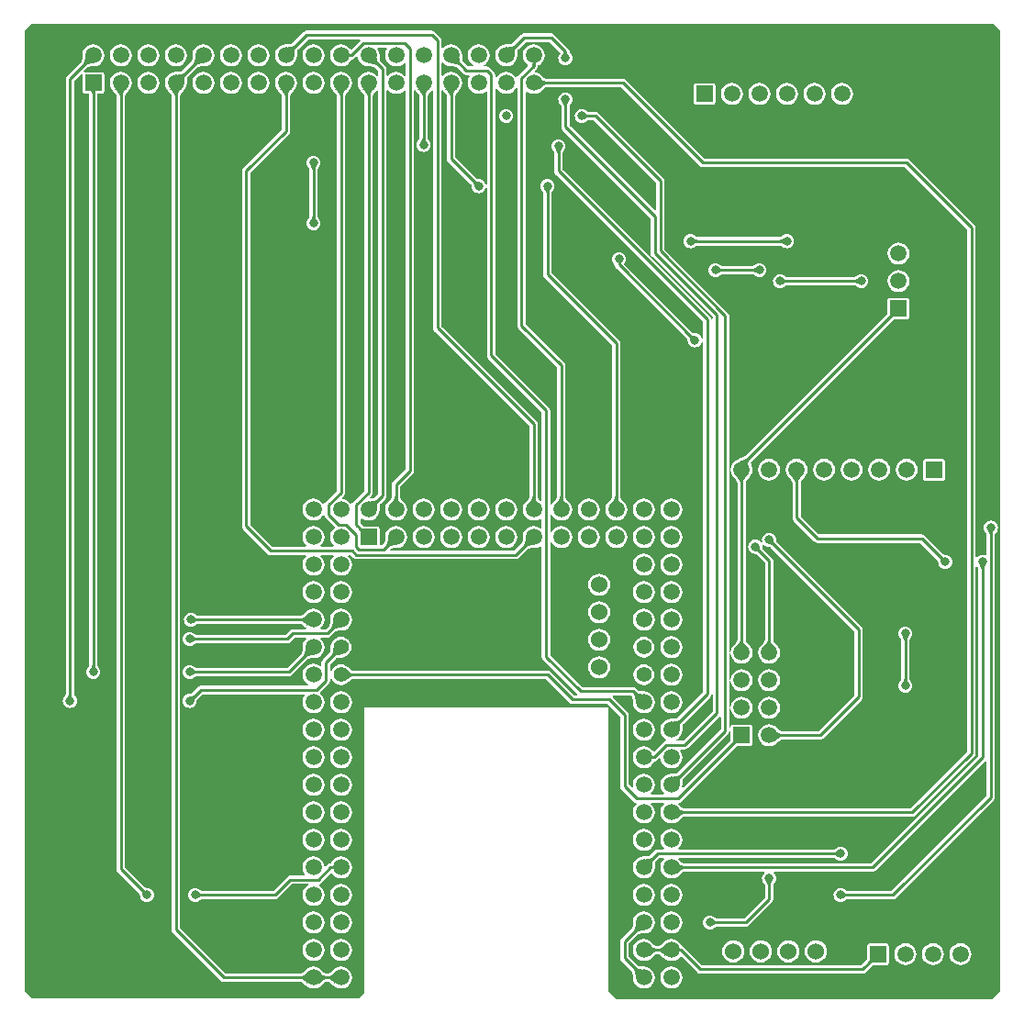
<source format=gbl>
G04 Layer_Physical_Order=2*
G04 Layer_Color=16711680*
%FSLAX25Y25*%
%MOIN*%
G70*
G01*
G75*
%ADD10C,0.01000*%
%ADD11C,0.05905*%
%ADD12R,0.05905X0.05905*%
%ADD13R,0.05905X0.05905*%
%ADD14C,0.06000*%
%ADD15C,0.05512*%
%ADD16C,0.03150*%
G36*
X2000Y350000D02*
Y1000D01*
X-1000Y-2000D01*
X-137500D01*
X-140500Y1000D01*
Y104000D01*
X-229000D01*
Y500D01*
X-231000Y-1500D01*
X-350000D01*
X-352500Y1000D01*
Y350000D01*
X-350169Y352331D01*
X-331D01*
X2000Y350000D01*
D02*
G37*
%LPC*%
G36*
X-204500Y350029D02*
X-250000D01*
X-250585Y349913D01*
X-251081Y349581D01*
X-255326Y345337D01*
X-255401Y345288D01*
X-255522Y345228D01*
X-255683Y345167D01*
X-255884Y345111D01*
X-256125Y345061D01*
X-256393Y345022D01*
X-257085Y344975D01*
X-257393Y344973D01*
X-257500Y344987D01*
X-258532Y344851D01*
X-259493Y344453D01*
X-260319Y343819D01*
X-260953Y342993D01*
X-261351Y342032D01*
X-261487Y341000D01*
X-261351Y339968D01*
X-260953Y339007D01*
X-260319Y338181D01*
X-259493Y337547D01*
X-258532Y337149D01*
X-257500Y337013D01*
X-256468Y337149D01*
X-255507Y337547D01*
X-254681Y338181D01*
X-254047Y339007D01*
X-253649Y339968D01*
X-253513Y341000D01*
X-253527Y341107D01*
X-253525Y341415D01*
X-253478Y342107D01*
X-253439Y342375D01*
X-253390Y342616D01*
X-253332Y342817D01*
X-253272Y342978D01*
X-253212Y343099D01*
X-253163Y343174D01*
X-249366Y346971D01*
X-230673D01*
X-230536Y346729D01*
X-230489Y346471D01*
X-233656Y343304D01*
X-234319Y343348D01*
X-234681Y343819D01*
X-235507Y344453D01*
X-236468Y344851D01*
X-237500Y344987D01*
X-238532Y344851D01*
X-239493Y344453D01*
X-240319Y343819D01*
X-240953Y342993D01*
X-241351Y342032D01*
X-241487Y341000D01*
X-241351Y339968D01*
X-240953Y339007D01*
X-240319Y338181D01*
X-239493Y337547D01*
X-238532Y337149D01*
X-237500Y337013D01*
X-236468Y337149D01*
X-235507Y337547D01*
X-234681Y338181D01*
X-234047Y339007D01*
X-233855Y339471D01*
X-233797D01*
X-233212Y339587D01*
X-232716Y339919D01*
X-231950Y340685D01*
X-231422Y340505D01*
X-231351Y339968D01*
X-230953Y339007D01*
X-230319Y338181D01*
X-229493Y337547D01*
X-228532Y337149D01*
X-227500Y337013D01*
X-227393Y337027D01*
X-227085Y337025D01*
X-226393Y336978D01*
X-226125Y336939D01*
X-225884Y336890D01*
X-225683Y336832D01*
X-225522Y336772D01*
X-225401Y336712D01*
X-225326Y336663D01*
X-224029Y335367D01*
Y333791D01*
X-224529Y333622D01*
X-224681Y333819D01*
X-225507Y334453D01*
X-226468Y334851D01*
X-227500Y334987D01*
X-228532Y334851D01*
X-229493Y334453D01*
X-230319Y333819D01*
X-230953Y332993D01*
X-231351Y332032D01*
X-231487Y331000D01*
X-231351Y329968D01*
X-230953Y329007D01*
X-230319Y328181D01*
X-230234Y328115D01*
X-230017Y327895D01*
X-229561Y327373D01*
X-229399Y327157D01*
X-229264Y326951D01*
X-229162Y326768D01*
X-229091Y326611D01*
X-229048Y326484D01*
X-229029Y326396D01*
Y182931D01*
X-233034Y178926D01*
X-233366Y178430D01*
X-233382Y178348D01*
X-233954Y177974D01*
X-234047Y177993D01*
X-234681Y178819D01*
X-235507Y179453D01*
X-236468Y179851D01*
X-237005Y179922D01*
X-237185Y180450D01*
X-236419Y181216D01*
X-236087Y181712D01*
X-235971Y182297D01*
Y326396D01*
X-235952Y326484D01*
X-235909Y326611D01*
X-235838Y326768D01*
X-235736Y326951D01*
X-235601Y327157D01*
X-235439Y327373D01*
X-234983Y327895D01*
X-234766Y328115D01*
X-234681Y328181D01*
X-234047Y329007D01*
X-233649Y329968D01*
X-233513Y331000D01*
X-233649Y332032D01*
X-234047Y332993D01*
X-234681Y333819D01*
X-235507Y334453D01*
X-236468Y334851D01*
X-237500Y334987D01*
X-238532Y334851D01*
X-239493Y334453D01*
X-240319Y333819D01*
X-240953Y332993D01*
X-241351Y332032D01*
X-241487Y331000D01*
X-241351Y329968D01*
X-240953Y329007D01*
X-240319Y328181D01*
X-240234Y328115D01*
X-240017Y327895D01*
X-239561Y327373D01*
X-239399Y327157D01*
X-239264Y326951D01*
X-239162Y326768D01*
X-239091Y326611D01*
X-239048Y326484D01*
X-239029Y326396D01*
Y182931D01*
X-243034Y178926D01*
X-243366Y178430D01*
X-243382Y178348D01*
X-243954Y177974D01*
X-244047Y177993D01*
X-244681Y178819D01*
X-245507Y179453D01*
X-246468Y179851D01*
X-247500Y179987D01*
X-248532Y179851D01*
X-249493Y179453D01*
X-250319Y178819D01*
X-250953Y177993D01*
X-251351Y177032D01*
X-251487Y176000D01*
X-251351Y174968D01*
X-250953Y174007D01*
X-250319Y173181D01*
X-249493Y172547D01*
X-248532Y172149D01*
X-247500Y172013D01*
X-246468Y172149D01*
X-245507Y172547D01*
X-244681Y173181D01*
X-244047Y174007D01*
X-243954Y174026D01*
X-243382Y173652D01*
X-243366Y173570D01*
X-243034Y173074D01*
X-239804Y169844D01*
X-239848Y169181D01*
X-240319Y168819D01*
X-240953Y167993D01*
X-241351Y167032D01*
X-241487Y166000D01*
X-241351Y164968D01*
X-240953Y164007D01*
X-240319Y163181D01*
X-240122Y163029D01*
X-240292Y162529D01*
X-244708D01*
X-244878Y163029D01*
X-244681Y163181D01*
X-244047Y164007D01*
X-243649Y164968D01*
X-243513Y166000D01*
X-243649Y167032D01*
X-244047Y167993D01*
X-244681Y168819D01*
X-245507Y169453D01*
X-246468Y169851D01*
X-247500Y169987D01*
X-248532Y169851D01*
X-249493Y169453D01*
X-250319Y168819D01*
X-250953Y167993D01*
X-251351Y167032D01*
X-251487Y166000D01*
X-251351Y164968D01*
X-250953Y164007D01*
X-250319Y163181D01*
X-250122Y163029D01*
X-250291Y162529D01*
X-262367D01*
X-270471Y170633D01*
Y298366D01*
X-256419Y312419D01*
X-256087Y312915D01*
X-255971Y313500D01*
Y326396D01*
X-255952Y326484D01*
X-255909Y326611D01*
X-255838Y326768D01*
X-255736Y326951D01*
X-255601Y327157D01*
X-255439Y327373D01*
X-254983Y327895D01*
X-254766Y328115D01*
X-254681Y328181D01*
X-254047Y329007D01*
X-253649Y329968D01*
X-253513Y331000D01*
X-253649Y332032D01*
X-254047Y332993D01*
X-254681Y333819D01*
X-255507Y334453D01*
X-256468Y334851D01*
X-257500Y334987D01*
X-258532Y334851D01*
X-259493Y334453D01*
X-260319Y333819D01*
X-260953Y332993D01*
X-261351Y332032D01*
X-261487Y331000D01*
X-261351Y329968D01*
X-260953Y329007D01*
X-260319Y328181D01*
X-260234Y328115D01*
X-260017Y327895D01*
X-259561Y327373D01*
X-259399Y327157D01*
X-259264Y326951D01*
X-259162Y326768D01*
X-259091Y326611D01*
X-259048Y326484D01*
X-259029Y326396D01*
Y314134D01*
X-273081Y300081D01*
X-273413Y299585D01*
X-273529Y299000D01*
Y170000D01*
X-273413Y169415D01*
X-273081Y168919D01*
X-264081Y159919D01*
X-263585Y159587D01*
X-263000Y159471D01*
X-250291D01*
X-250122Y158971D01*
X-250319Y158819D01*
X-250953Y157993D01*
X-251351Y157032D01*
X-251487Y156000D01*
X-251351Y154968D01*
X-250953Y154007D01*
X-250319Y153181D01*
X-249493Y152547D01*
X-248532Y152149D01*
X-247500Y152013D01*
X-246468Y152149D01*
X-245507Y152547D01*
X-244681Y153181D01*
X-244047Y154007D01*
X-243649Y154968D01*
X-243513Y156000D01*
X-243649Y157032D01*
X-244047Y157993D01*
X-244681Y158819D01*
X-244878Y158971D01*
X-244708Y159471D01*
X-240292D01*
X-240122Y158971D01*
X-240319Y158819D01*
X-240953Y157993D01*
X-241351Y157032D01*
X-241487Y156000D01*
X-241351Y154968D01*
X-240953Y154007D01*
X-240319Y153181D01*
X-239493Y152547D01*
X-238532Y152149D01*
X-237500Y152013D01*
X-236468Y152149D01*
X-235507Y152547D01*
X-234681Y153181D01*
X-234047Y154007D01*
X-233649Y154968D01*
X-233513Y156000D01*
X-233649Y157032D01*
X-234047Y157993D01*
X-234681Y158819D01*
X-234878Y158971D01*
X-234708Y159471D01*
X-233989D01*
X-232984Y158466D01*
X-232488Y158134D01*
X-231903Y158018D01*
X-173953D01*
X-173368Y158134D01*
X-172871Y158466D01*
X-169674Y161663D01*
X-169599Y161712D01*
X-169478Y161772D01*
X-169317Y161832D01*
X-169116Y161890D01*
X-168875Y161939D01*
X-168607Y161978D01*
X-167915Y162025D01*
X-167607Y162027D01*
X-167500Y162013D01*
X-166468Y162149D01*
X-165507Y162547D01*
X-165077Y162877D01*
X-164577Y162631D01*
Y122547D01*
X-164460Y121962D01*
X-164129Y121466D01*
X-151692Y109029D01*
X-151829Y108592D01*
X-151877Y108529D01*
X-152866D01*
X-161419Y117081D01*
X-161915Y117413D01*
X-162500Y117529D01*
X-233215D01*
X-233290Y117545D01*
X-233406Y117582D01*
X-233547Y117644D01*
X-233711Y117734D01*
X-233896Y117854D01*
X-234090Y117997D01*
X-234564Y118407D01*
X-234764Y118604D01*
X-234821Y118679D01*
X-235606Y119281D01*
X-236520Y119659D01*
X-237500Y119788D01*
X-238480Y119659D01*
X-239394Y119281D01*
X-240179Y118679D01*
X-240781Y117894D01*
X-241018Y117322D01*
X-241518Y117421D01*
Y119819D01*
X-239449Y121888D01*
X-239385Y121931D01*
X-239276Y121986D01*
X-239133Y122042D01*
X-238953Y122095D01*
X-238737Y122141D01*
X-238499Y122177D01*
X-237874Y122222D01*
X-237594Y122224D01*
X-237500Y122212D01*
X-236520Y122341D01*
X-235606Y122719D01*
X-234821Y123321D01*
X-234219Y124106D01*
X-233841Y125020D01*
X-233712Y126000D01*
X-233841Y126980D01*
X-234219Y127894D01*
X-234821Y128679D01*
X-235606Y129281D01*
X-236520Y129659D01*
X-237500Y129788D01*
X-238480Y129659D01*
X-239394Y129281D01*
X-240179Y128679D01*
X-240781Y127894D01*
X-241159Y126980D01*
X-241288Y126000D01*
X-241277Y125917D01*
X-241295Y125287D01*
X-241321Y125013D01*
X-241359Y124763D01*
X-241405Y124547D01*
X-241458Y124367D01*
X-241514Y124224D01*
X-241569Y124116D01*
X-241612Y124051D01*
X-244129Y121534D01*
X-244460Y121038D01*
X-244577Y120453D01*
Y119369D01*
X-245077Y119123D01*
X-245507Y119453D01*
X-246468Y119851D01*
X-247500Y119987D01*
X-248532Y119851D01*
X-249493Y119453D01*
X-250319Y118819D01*
X-250953Y117993D01*
X-251351Y117032D01*
X-251487Y116000D01*
X-251351Y114968D01*
X-250953Y114007D01*
X-250319Y113181D01*
X-249493Y112547D01*
X-249450Y112529D01*
X-249550Y112029D01*
X-288500D01*
X-289085Y111913D01*
X-289581Y111581D01*
X-291933Y109230D01*
X-291935Y109228D01*
X-291979Y109200D01*
X-292027Y109175D01*
X-292079Y109153D01*
X-292139Y109133D01*
X-292207Y109117D01*
X-292285Y109105D01*
X-292374Y109097D01*
X-292482Y109095D01*
X-292500Y109097D01*
X-293172Y109009D01*
X-293798Y108749D01*
X-294336Y108336D01*
X-294749Y107799D01*
X-295008Y107172D01*
X-295097Y106500D01*
X-295008Y105828D01*
X-294749Y105201D01*
X-294336Y104664D01*
X-293798Y104251D01*
X-293172Y103991D01*
X-292500Y103903D01*
X-291828Y103991D01*
X-291201Y104251D01*
X-290664Y104664D01*
X-290251Y105201D01*
X-289991Y105828D01*
X-289903Y106500D01*
X-289905Y106518D01*
X-289903Y106626D01*
X-289895Y106715D01*
X-289883Y106793D01*
X-289867Y106861D01*
X-289847Y106921D01*
X-289825Y106973D01*
X-289800Y107021D01*
X-289772Y107065D01*
X-289771Y107067D01*
X-287866Y108971D01*
X-250833D01*
X-250587Y108471D01*
X-250953Y107993D01*
X-251351Y107032D01*
X-251487Y106000D01*
X-251351Y104968D01*
X-250953Y104007D01*
X-250319Y103181D01*
X-249493Y102547D01*
X-248532Y102149D01*
X-247500Y102013D01*
X-246468Y102149D01*
X-245507Y102547D01*
X-244681Y103181D01*
X-244047Y104007D01*
X-243649Y104968D01*
X-243513Y106000D01*
X-243649Y107032D01*
X-244047Y107993D01*
X-244681Y108819D01*
X-244936Y109015D01*
X-244939Y109648D01*
X-241966Y112621D01*
X-241634Y113118D01*
X-241518Y113703D01*
Y114579D01*
X-241018Y114678D01*
X-240781Y114106D01*
X-240179Y113321D01*
X-239394Y112719D01*
X-238480Y112341D01*
X-237500Y112212D01*
X-236520Y112341D01*
X-235606Y112719D01*
X-234821Y113321D01*
X-234770Y113388D01*
X-234312Y113821D01*
X-234100Y113996D01*
X-233896Y114146D01*
X-233711Y114266D01*
X-233546Y114356D01*
X-233406Y114418D01*
X-233290Y114455D01*
X-233215Y114471D01*
X-163134D01*
X-154581Y105919D01*
X-154085Y105587D01*
X-153500Y105471D01*
X-140633D01*
X-136029Y100866D01*
Y75500D01*
X-135913Y74915D01*
X-135581Y74419D01*
X-131081Y69919D01*
X-130585Y69587D01*
X-130231Y69517D01*
X-130107Y68982D01*
X-130319Y68819D01*
X-130953Y67993D01*
X-131351Y67032D01*
X-131487Y66000D01*
X-131351Y64968D01*
X-130953Y64007D01*
X-130319Y63181D01*
X-129493Y62547D01*
X-128532Y62149D01*
X-127500Y62013D01*
X-126468Y62149D01*
X-125507Y62547D01*
X-124681Y63181D01*
X-124047Y64007D01*
X-123649Y64968D01*
X-123513Y66000D01*
X-123649Y67032D01*
X-124047Y67993D01*
X-124681Y68819D01*
X-124878Y68971D01*
X-124708Y69471D01*
X-120291D01*
X-120122Y68971D01*
X-120319Y68819D01*
X-120953Y67993D01*
X-121351Y67032D01*
X-121487Y66000D01*
X-121351Y64968D01*
X-120953Y64007D01*
X-120319Y63181D01*
X-119493Y62547D01*
X-118532Y62149D01*
X-117500Y62013D01*
X-116468Y62149D01*
X-115507Y62547D01*
X-114681Y63181D01*
X-114615Y63266D01*
X-114395Y63483D01*
X-113873Y63939D01*
X-113656Y64101D01*
X-113451Y64236D01*
X-113268Y64338D01*
X-113111Y64409D01*
X-112984Y64452D01*
X-112896Y64471D01*
X-30000D01*
X-29415Y64587D01*
X-28919Y64919D01*
X-7419Y86419D01*
X-7087Y86915D01*
X-6971Y87500D01*
Y155169D01*
X-6471Y155339D01*
X-6336Y155164D01*
X-6322Y155152D01*
X-6247Y155075D01*
X-6190Y155006D01*
X-6143Y154942D01*
X-6107Y154883D01*
X-6078Y154827D01*
X-6057Y154774D01*
X-6041Y154723D01*
X-6030Y154672D01*
X-6029Y154669D01*
Y86633D01*
X-45134Y47529D01*
X-112896D01*
X-112984Y47548D01*
X-113111Y47591D01*
X-113268Y47662D01*
X-113451Y47764D01*
X-113657Y47899D01*
X-113873Y48061D01*
X-114395Y48517D01*
X-114615Y48734D01*
X-114681Y48819D01*
X-114878Y48971D01*
X-114708Y49471D01*
X-58331D01*
X-58328Y49470D01*
X-58277Y49459D01*
X-58226Y49443D01*
X-58173Y49422D01*
X-58118Y49393D01*
X-58058Y49356D01*
X-57994Y49310D01*
X-57925Y49253D01*
X-57848Y49178D01*
X-57836Y49164D01*
X-57298Y48751D01*
X-56672Y48491D01*
X-56000Y48403D01*
X-55328Y48491D01*
X-54702Y48751D01*
X-54164Y49164D01*
X-53751Y49701D01*
X-53491Y50328D01*
X-53403Y51000D01*
X-53491Y51672D01*
X-53751Y52298D01*
X-54164Y52836D01*
X-54702Y53249D01*
X-55328Y53509D01*
X-56000Y53597D01*
X-56672Y53509D01*
X-57298Y53249D01*
X-57836Y52836D01*
X-57848Y52822D01*
X-57925Y52747D01*
X-57994Y52690D01*
X-58058Y52644D01*
X-58118Y52607D01*
X-58173Y52578D01*
X-58226Y52557D01*
X-58277Y52541D01*
X-58328Y52530D01*
X-58331Y52529D01*
X-114708D01*
X-114878Y53029D01*
X-114681Y53181D01*
X-114047Y54007D01*
X-113649Y54968D01*
X-113513Y56000D01*
X-113649Y57032D01*
X-114047Y57993D01*
X-114681Y58819D01*
X-115507Y59453D01*
X-116468Y59851D01*
X-117500Y59987D01*
X-118532Y59851D01*
X-119493Y59453D01*
X-120319Y58819D01*
X-120953Y57993D01*
X-121351Y57032D01*
X-121487Y56000D01*
X-121351Y54968D01*
X-120953Y54007D01*
X-120319Y53181D01*
X-120122Y53029D01*
X-120291Y52529D01*
X-122500D01*
X-123085Y52413D01*
X-123581Y52081D01*
X-125326Y50337D01*
X-125401Y50288D01*
X-125522Y50228D01*
X-125683Y50168D01*
X-125884Y50111D01*
X-126125Y50061D01*
X-126393Y50022D01*
X-127085Y49975D01*
X-127393Y49973D01*
X-127500Y49987D01*
X-128532Y49851D01*
X-129493Y49453D01*
X-130319Y48819D01*
X-130953Y47993D01*
X-131351Y47032D01*
X-131487Y46000D01*
X-131351Y44968D01*
X-130953Y44007D01*
X-130319Y43181D01*
X-129493Y42547D01*
X-128532Y42149D01*
X-127500Y42013D01*
X-126468Y42149D01*
X-125507Y42547D01*
X-124681Y43181D01*
X-124047Y44007D01*
X-123649Y44968D01*
X-123513Y46000D01*
X-123527Y46107D01*
X-123525Y46415D01*
X-123478Y47107D01*
X-123439Y47375D01*
X-123389Y47616D01*
X-123333Y47817D01*
X-123272Y47978D01*
X-123212Y48099D01*
X-123163Y48174D01*
X-121867Y49471D01*
X-120291D01*
X-120122Y48971D01*
X-120319Y48819D01*
X-120953Y47993D01*
X-121351Y47032D01*
X-121487Y46000D01*
X-121351Y44968D01*
X-120953Y44007D01*
X-120319Y43181D01*
X-119493Y42547D01*
X-118532Y42149D01*
X-117500Y42013D01*
X-116468Y42149D01*
X-115507Y42547D01*
X-114681Y43181D01*
X-114615Y43266D01*
X-114395Y43483D01*
X-113873Y43939D01*
X-113656Y44101D01*
X-113451Y44236D01*
X-113268Y44338D01*
X-113111Y44409D01*
X-112984Y44452D01*
X-112896Y44471D01*
X-83831D01*
X-83661Y43971D01*
X-83836Y43836D01*
X-84249Y43299D01*
X-84509Y42672D01*
X-84597Y42000D01*
X-84509Y41328D01*
X-84249Y40701D01*
X-83836Y40164D01*
X-83822Y40152D01*
X-83747Y40075D01*
X-83690Y40006D01*
X-83644Y39942D01*
X-83607Y39882D01*
X-83578Y39827D01*
X-83557Y39774D01*
X-83541Y39723D01*
X-83530Y39672D01*
X-83529Y39669D01*
Y35133D01*
X-91133Y27529D01*
X-101169D01*
X-101172Y27530D01*
X-101223Y27541D01*
X-101274Y27557D01*
X-101327Y27578D01*
X-101383Y27607D01*
X-101442Y27643D01*
X-101506Y27690D01*
X-101575Y27747D01*
X-101652Y27822D01*
X-101664Y27836D01*
X-102201Y28249D01*
X-102828Y28508D01*
X-103500Y28597D01*
X-104172Y28508D01*
X-104798Y28249D01*
X-105336Y27836D01*
X-105749Y27299D01*
X-106009Y26672D01*
X-106097Y26000D01*
X-106009Y25328D01*
X-105749Y24701D01*
X-105336Y24164D01*
X-104798Y23751D01*
X-104172Y23492D01*
X-103500Y23403D01*
X-102828Y23492D01*
X-102201Y23751D01*
X-101664Y24164D01*
X-101652Y24178D01*
X-101575Y24253D01*
X-101506Y24310D01*
X-101442Y24356D01*
X-101383Y24393D01*
X-101327Y24422D01*
X-101274Y24443D01*
X-101223Y24459D01*
X-101172Y24470D01*
X-101169Y24471D01*
X-90500D01*
X-89915Y24587D01*
X-89419Y24919D01*
X-80919Y33419D01*
X-80587Y33915D01*
X-80471Y34500D01*
Y39669D01*
X-80470Y39672D01*
X-80459Y39723D01*
X-80443Y39774D01*
X-80422Y39827D01*
X-80393Y39882D01*
X-80357Y39942D01*
X-80310Y40006D01*
X-80253Y40075D01*
X-80178Y40152D01*
X-80164Y40164D01*
X-79751Y40701D01*
X-79492Y41328D01*
X-79403Y42000D01*
X-79492Y42672D01*
X-79751Y43299D01*
X-80164Y43836D01*
X-80339Y43971D01*
X-80169Y44471D01*
X-44500D01*
X-43915Y44587D01*
X-43419Y44919D01*
X-3455Y84882D01*
X-3302Y84867D01*
X-2955Y84713D01*
Y72208D01*
X-37633Y37529D01*
X-53669D01*
X-53672Y37530D01*
X-53723Y37541D01*
X-53774Y37557D01*
X-53827Y37578D01*
X-53882Y37607D01*
X-53942Y37644D01*
X-54006Y37690D01*
X-54075Y37747D01*
X-54152Y37822D01*
X-54164Y37836D01*
X-54702Y38249D01*
X-55328Y38508D01*
X-56000Y38597D01*
X-56672Y38508D01*
X-57298Y38249D01*
X-57836Y37836D01*
X-58249Y37299D01*
X-58508Y36672D01*
X-58597Y36000D01*
X-58508Y35328D01*
X-58249Y34701D01*
X-57836Y34164D01*
X-57298Y33751D01*
X-56672Y33492D01*
X-56000Y33403D01*
X-55328Y33492D01*
X-54702Y33751D01*
X-54164Y34164D01*
X-54152Y34178D01*
X-54075Y34253D01*
X-54006Y34310D01*
X-53942Y34356D01*
X-53882Y34393D01*
X-53827Y34422D01*
X-53774Y34443D01*
X-53723Y34459D01*
X-53672Y34470D01*
X-53669Y34471D01*
X-37000D01*
X-36415Y34587D01*
X-35919Y34919D01*
X-344Y70493D01*
X-12Y70990D01*
X104Y71575D01*
Y167095D01*
X105Y167097D01*
X116Y167148D01*
X132Y167199D01*
X153Y167252D01*
X182Y167308D01*
X218Y167367D01*
X265Y167432D01*
X322Y167500D01*
X397Y167578D01*
X411Y167589D01*
X824Y168127D01*
X1083Y168753D01*
X1172Y169425D01*
X1083Y170097D01*
X824Y170724D01*
X411Y171262D01*
X-127Y171674D01*
X-753Y171934D01*
X-1425Y172022D01*
X-2097Y171934D01*
X-2724Y171674D01*
X-3262Y171262D01*
X-3674Y170724D01*
X-3934Y170097D01*
X-4022Y169425D01*
X-3934Y168753D01*
X-3674Y168127D01*
X-3262Y167589D01*
X-3247Y167578D01*
X-3173Y167500D01*
X-3115Y167432D01*
X-3069Y167367D01*
X-3032Y167308D01*
X-3004Y167252D01*
X-2982Y167199D01*
X-2966Y167148D01*
X-2955Y167097D01*
X-2955Y167095D01*
Y159655D01*
X-3455Y159354D01*
X-3828Y159509D01*
X-4500Y159597D01*
X-5172Y159509D01*
X-5799Y159249D01*
X-6336Y158836D01*
X-6471Y158661D01*
X-6971Y158831D01*
Y278500D01*
X-7087Y279085D01*
X-7419Y279581D01*
X-30919Y303081D01*
X-31415Y303413D01*
X-32000Y303529D01*
X-105367D01*
X-133919Y332081D01*
X-134415Y332413D01*
X-135000Y332529D01*
X-162896D01*
X-162984Y332548D01*
X-163111Y332591D01*
X-163268Y332662D01*
X-163451Y332764D01*
X-163657Y332899D01*
X-163873Y333061D01*
X-164395Y333517D01*
X-164615Y333734D01*
X-164681Y333819D01*
X-165507Y334453D01*
X-166468Y334851D01*
X-167005Y334922D01*
X-167185Y335450D01*
X-166419Y336216D01*
X-166087Y336712D01*
X-165971Y337297D01*
Y337355D01*
X-165507Y337547D01*
X-164681Y338181D01*
X-164047Y339007D01*
X-163649Y339968D01*
X-163513Y341000D01*
X-163649Y342032D01*
X-164047Y342993D01*
X-164681Y343819D01*
X-165507Y344453D01*
X-166468Y344851D01*
X-167500Y344987D01*
X-168532Y344851D01*
X-169493Y344453D01*
X-170319Y343819D01*
X-170953Y342993D01*
X-171351Y342032D01*
X-171487Y341000D01*
X-171351Y339968D01*
X-170953Y339007D01*
X-170319Y338181D01*
X-169848Y337819D01*
X-169804Y337156D01*
X-173034Y333926D01*
X-173366Y333430D01*
X-173382Y333348D01*
X-173954Y332974D01*
X-174047Y332993D01*
X-174681Y333819D01*
X-175507Y334453D01*
X-176468Y334851D01*
X-177500Y334987D01*
X-178532Y334851D01*
X-179493Y334453D01*
X-180319Y333819D01*
X-180953Y332993D01*
X-180971Y332950D01*
X-181471Y333050D01*
Y334000D01*
X-181587Y334585D01*
X-181919Y335081D01*
X-183371Y336534D01*
X-183868Y336866D01*
X-184453Y336982D01*
X-185564D01*
X-185664Y337482D01*
X-185507Y337547D01*
X-184681Y338181D01*
X-184047Y339007D01*
X-183649Y339968D01*
X-183513Y341000D01*
X-183649Y342032D01*
X-184047Y342993D01*
X-184681Y343819D01*
X-185507Y344453D01*
X-186468Y344851D01*
X-187500Y344987D01*
X-188532Y344851D01*
X-189493Y344453D01*
X-190319Y343819D01*
X-190953Y342993D01*
X-191351Y342032D01*
X-191487Y341000D01*
X-191351Y339968D01*
X-190953Y339007D01*
X-190319Y338181D01*
X-189493Y337547D01*
X-189336Y337482D01*
X-189436Y336982D01*
X-191319D01*
X-193163Y338826D01*
X-193212Y338901D01*
X-193272Y339022D01*
X-193333Y339183D01*
X-193389Y339384D01*
X-193439Y339625D01*
X-193478Y339893D01*
X-193525Y340585D01*
X-193527Y340893D01*
X-193513Y341000D01*
X-193649Y342032D01*
X-194047Y342993D01*
X-194681Y343819D01*
X-195507Y344453D01*
X-196468Y344851D01*
X-197500Y344987D01*
X-198532Y344851D01*
X-199493Y344453D01*
X-200319Y343819D01*
X-200471Y343622D01*
X-200971Y343792D01*
Y346500D01*
X-201087Y347085D01*
X-201419Y347581D01*
X-203419Y349581D01*
X-203915Y349913D01*
X-204500Y350029D01*
D02*
G37*
G36*
X-247500Y149987D02*
X-248532Y149851D01*
X-249493Y149453D01*
X-250319Y148819D01*
X-250953Y147993D01*
X-251351Y147032D01*
X-251487Y146000D01*
X-251351Y144968D01*
X-250953Y144007D01*
X-250319Y143181D01*
X-249493Y142547D01*
X-248532Y142149D01*
X-247500Y142013D01*
X-246468Y142149D01*
X-245507Y142547D01*
X-244681Y143181D01*
X-244047Y144007D01*
X-243649Y144968D01*
X-243513Y146000D01*
X-243649Y147032D01*
X-244047Y147993D01*
X-244681Y148819D01*
X-245507Y149453D01*
X-246468Y149851D01*
X-247500Y149987D01*
D02*
G37*
G36*
X-237500Y139987D02*
X-238532Y139851D01*
X-239493Y139453D01*
X-240319Y138819D01*
X-240953Y137993D01*
X-241351Y137032D01*
X-241487Y136000D01*
X-241473Y135893D01*
X-241475Y135585D01*
X-241522Y134893D01*
X-241561Y134625D01*
X-241611Y134384D01*
X-241668Y134183D01*
X-241728Y134022D01*
X-241788Y133901D01*
X-241837Y133826D01*
X-243133Y132529D01*
X-244708D01*
X-244878Y133029D01*
X-244681Y133181D01*
X-244047Y134007D01*
X-243649Y134968D01*
X-243513Y136000D01*
X-243649Y137032D01*
X-244047Y137993D01*
X-244681Y138819D01*
X-245507Y139453D01*
X-246468Y139851D01*
X-247500Y139987D01*
X-248532Y139851D01*
X-249493Y139453D01*
X-250319Y138819D01*
X-250385Y138734D01*
X-250605Y138517D01*
X-251127Y138061D01*
X-251343Y137899D01*
X-251549Y137764D01*
X-251732Y137662D01*
X-251889Y137591D01*
X-252016Y137548D01*
X-252104Y137529D01*
X-289669D01*
X-289672Y137530D01*
X-289723Y137541D01*
X-289774Y137557D01*
X-289827Y137578D01*
X-289882Y137607D01*
X-289942Y137644D01*
X-290006Y137690D01*
X-290075Y137747D01*
X-290152Y137822D01*
X-290164Y137836D01*
X-290702Y138249D01*
X-291328Y138508D01*
X-292000Y138597D01*
X-292672Y138508D01*
X-293299Y138249D01*
X-293836Y137836D01*
X-294249Y137299D01*
X-294509Y136672D01*
X-294597Y136000D01*
X-294509Y135328D01*
X-294249Y134702D01*
X-293836Y134164D01*
X-293299Y133751D01*
X-292672Y133492D01*
X-292000Y133403D01*
X-291328Y133492D01*
X-290702Y133751D01*
X-290164Y134164D01*
X-290152Y134178D01*
X-290075Y134253D01*
X-290006Y134310D01*
X-289942Y134356D01*
X-289882Y134393D01*
X-289827Y134422D01*
X-289774Y134443D01*
X-289723Y134459D01*
X-289672Y134470D01*
X-289669Y134471D01*
X-252104D01*
X-252016Y134452D01*
X-251889Y134409D01*
X-251732Y134338D01*
X-251549Y134236D01*
X-251343Y134101D01*
X-251127Y133939D01*
X-250605Y133483D01*
X-250385Y133266D01*
X-250319Y133181D01*
X-250122Y133029D01*
X-250291Y132529D01*
X-255000D01*
X-255585Y132413D01*
X-256081Y132081D01*
X-257633Y130529D01*
X-290169D01*
X-290172Y130530D01*
X-290223Y130541D01*
X-290274Y130557D01*
X-290327Y130578D01*
X-290383Y130607D01*
X-290442Y130643D01*
X-290506Y130690D01*
X-290575Y130747D01*
X-290652Y130822D01*
X-290664Y130836D01*
X-291201Y131249D01*
X-291828Y131509D01*
X-292500Y131597D01*
X-293172Y131509D01*
X-293798Y131249D01*
X-294336Y130836D01*
X-294749Y130298D01*
X-295008Y129672D01*
X-295097Y129000D01*
X-295008Y128328D01*
X-294749Y127701D01*
X-294336Y127164D01*
X-293798Y126751D01*
X-293172Y126491D01*
X-292500Y126403D01*
X-291828Y126491D01*
X-291201Y126751D01*
X-290664Y127164D01*
X-290652Y127178D01*
X-290575Y127253D01*
X-290506Y127310D01*
X-290442Y127357D01*
X-290383Y127393D01*
X-290327Y127422D01*
X-290274Y127443D01*
X-290223Y127459D01*
X-290172Y127470D01*
X-290169Y127471D01*
X-257000D01*
X-256415Y127587D01*
X-255919Y127919D01*
X-254366Y129471D01*
X-250291D01*
X-250122Y128971D01*
X-250319Y128819D01*
X-250953Y127993D01*
X-251351Y127032D01*
X-251487Y126000D01*
X-251473Y125893D01*
X-251475Y125585D01*
X-251522Y124893D01*
X-251561Y124625D01*
X-251610Y124384D01*
X-251667Y124183D01*
X-251728Y124022D01*
X-251788Y123901D01*
X-251837Y123826D01*
X-257134Y118529D01*
X-290169D01*
X-290172Y118530D01*
X-290223Y118541D01*
X-290274Y118557D01*
X-290327Y118578D01*
X-290383Y118607D01*
X-290442Y118643D01*
X-290506Y118690D01*
X-290575Y118747D01*
X-290652Y118822D01*
X-290664Y118836D01*
X-291201Y119249D01*
X-291828Y119509D01*
X-292500Y119597D01*
X-293172Y119509D01*
X-293798Y119249D01*
X-294336Y118836D01*
X-294749Y118298D01*
X-295008Y117672D01*
X-295097Y117000D01*
X-295008Y116328D01*
X-294749Y115701D01*
X-294336Y115164D01*
X-293798Y114751D01*
X-293172Y114491D01*
X-292500Y114403D01*
X-291828Y114491D01*
X-291201Y114751D01*
X-290664Y115164D01*
X-290652Y115178D01*
X-290575Y115253D01*
X-290506Y115310D01*
X-290442Y115357D01*
X-290383Y115393D01*
X-290327Y115422D01*
X-290274Y115443D01*
X-290223Y115459D01*
X-290172Y115470D01*
X-290169Y115471D01*
X-256500D01*
X-255915Y115587D01*
X-255419Y115919D01*
X-249674Y121663D01*
X-249599Y121712D01*
X-249478Y121772D01*
X-249317Y121833D01*
X-249116Y121889D01*
X-248875Y121939D01*
X-248607Y121978D01*
X-247915Y122025D01*
X-247607Y122027D01*
X-247500Y122013D01*
X-246468Y122149D01*
X-245507Y122547D01*
X-244681Y123181D01*
X-244047Y124007D01*
X-243649Y124968D01*
X-243513Y126000D01*
X-243649Y127032D01*
X-244047Y127993D01*
X-244681Y128819D01*
X-244878Y128971D01*
X-244708Y129471D01*
X-242500D01*
X-241915Y129587D01*
X-241419Y129919D01*
X-239674Y131663D01*
X-239599Y131712D01*
X-239478Y131772D01*
X-239317Y131833D01*
X-239116Y131889D01*
X-238875Y131939D01*
X-238607Y131978D01*
X-237915Y132025D01*
X-237607Y132027D01*
X-237500Y132013D01*
X-236468Y132149D01*
X-235507Y132547D01*
X-234681Y133181D01*
X-234047Y134007D01*
X-233649Y134968D01*
X-233513Y136000D01*
X-233649Y137032D01*
X-234047Y137993D01*
X-234681Y138819D01*
X-235507Y139453D01*
X-236468Y139851D01*
X-237500Y139987D01*
D02*
G37*
G36*
X-117500Y19987D02*
X-118532Y19851D01*
X-119493Y19453D01*
X-120319Y18819D01*
X-120385Y18734D01*
X-120605Y18517D01*
X-121127Y18061D01*
X-121344Y17899D01*
X-121549Y17764D01*
X-121732Y17662D01*
X-121889Y17591D01*
X-122016Y17548D01*
X-122104Y17529D01*
X-122896D01*
X-122984Y17548D01*
X-123111Y17591D01*
X-123268Y17662D01*
X-123451Y17764D01*
X-123657Y17899D01*
X-123873Y18061D01*
X-124396Y18517D01*
X-124615Y18734D01*
X-124681Y18819D01*
X-125507Y19453D01*
X-126468Y19851D01*
X-127500Y19987D01*
X-128532Y19851D01*
X-129493Y19453D01*
X-130319Y18819D01*
X-130953Y17993D01*
X-131351Y17032D01*
X-131487Y16000D01*
X-131351Y14968D01*
X-130953Y14007D01*
X-130319Y13181D01*
X-129493Y12547D01*
X-128532Y12149D01*
X-127500Y12013D01*
X-126468Y12149D01*
X-125507Y12547D01*
X-124681Y13181D01*
X-124615Y13266D01*
X-124395Y13483D01*
X-123873Y13939D01*
X-123656Y14101D01*
X-123451Y14236D01*
X-123268Y14338D01*
X-123111Y14409D01*
X-122984Y14452D01*
X-122896Y14471D01*
X-122104D01*
X-122016Y14452D01*
X-121889Y14409D01*
X-121732Y14338D01*
X-121549Y14236D01*
X-121343Y14101D01*
X-121127Y13939D01*
X-120605Y13483D01*
X-120385Y13266D01*
X-120319Y13181D01*
X-119493Y12547D01*
X-118532Y12149D01*
X-117500Y12013D01*
X-116468Y12149D01*
X-115507Y12547D01*
X-114681Y13181D01*
X-114331Y13637D01*
X-113832Y13669D01*
X-108081Y7919D01*
X-107585Y7587D01*
X-107000Y7471D01*
X-48000D01*
X-47415Y7587D01*
X-46919Y7919D01*
X-44538Y10299D01*
X-44377Y10448D01*
X-44278Y10528D01*
X-39547D01*
X-39157Y10605D01*
X-38826Y10826D01*
X-38605Y11157D01*
X-38528Y11547D01*
Y17453D01*
X-38605Y17843D01*
X-38826Y18174D01*
X-39157Y18395D01*
X-39547Y18472D01*
X-45453D01*
X-45843Y18395D01*
X-46174Y18174D01*
X-46395Y17843D01*
X-46472Y17453D01*
Y12725D01*
X-46663Y12500D01*
X-48634Y10529D01*
X-106367D01*
X-112919Y17081D01*
X-113415Y17413D01*
X-113842Y17498D01*
X-114047Y17993D01*
X-114681Y18819D01*
X-115507Y19453D01*
X-116468Y19851D01*
X-117500Y19987D01*
D02*
G37*
G36*
Y9987D02*
X-118532Y9851D01*
X-119493Y9453D01*
X-120319Y8819D01*
X-120953Y7993D01*
X-121351Y7032D01*
X-121487Y6000D01*
X-121351Y4968D01*
X-120953Y4007D01*
X-120319Y3181D01*
X-119493Y2547D01*
X-118532Y2149D01*
X-117500Y2013D01*
X-116468Y2149D01*
X-115507Y2547D01*
X-114681Y3181D01*
X-114047Y4007D01*
X-113649Y4968D01*
X-113513Y6000D01*
X-113649Y7032D01*
X-114047Y7993D01*
X-114681Y8819D01*
X-115507Y9453D01*
X-116468Y9851D01*
X-117500Y9987D01*
D02*
G37*
G36*
X-247500Y79987D02*
X-248532Y79851D01*
X-249493Y79453D01*
X-250319Y78819D01*
X-250953Y77993D01*
X-251351Y77032D01*
X-251487Y76000D01*
X-251351Y74968D01*
X-250953Y74007D01*
X-250319Y73181D01*
X-249493Y72547D01*
X-248532Y72149D01*
X-247500Y72013D01*
X-246468Y72149D01*
X-245507Y72547D01*
X-244681Y73181D01*
X-244047Y74007D01*
X-243649Y74968D01*
X-243513Y76000D01*
X-243649Y77032D01*
X-244047Y77993D01*
X-244681Y78819D01*
X-245507Y79453D01*
X-246468Y79851D01*
X-247500Y79987D01*
D02*
G37*
G36*
X-237500Y149987D02*
X-238532Y149851D01*
X-239493Y149453D01*
X-240319Y148819D01*
X-240953Y147993D01*
X-241351Y147032D01*
X-241487Y146000D01*
X-241351Y144968D01*
X-240953Y144007D01*
X-240319Y143181D01*
X-239493Y142547D01*
X-238532Y142149D01*
X-237500Y142013D01*
X-236468Y142149D01*
X-235507Y142547D01*
X-234681Y143181D01*
X-234047Y144007D01*
X-233649Y144968D01*
X-233513Y146000D01*
X-233649Y147032D01*
X-234047Y147993D01*
X-234681Y148819D01*
X-235507Y149453D01*
X-236468Y149851D01*
X-237500Y149987D01*
D02*
G37*
G36*
Y79987D02*
X-238532Y79851D01*
X-239493Y79453D01*
X-240319Y78819D01*
X-240953Y77993D01*
X-241351Y77032D01*
X-241487Y76000D01*
X-241351Y74968D01*
X-240953Y74007D01*
X-240319Y73181D01*
X-239493Y72547D01*
X-238532Y72149D01*
X-237500Y72013D01*
X-236468Y72149D01*
X-235507Y72547D01*
X-234681Y73181D01*
X-234047Y74007D01*
X-233649Y74968D01*
X-233513Y76000D01*
X-233649Y77032D01*
X-234047Y77993D01*
X-234681Y78819D01*
X-235507Y79453D01*
X-236468Y79851D01*
X-237500Y79987D01*
D02*
G37*
G36*
X-102547Y330972D02*
X-108453D01*
X-108843Y330895D01*
X-109174Y330674D01*
X-109395Y330343D01*
X-109472Y329953D01*
Y324047D01*
X-109395Y323657D01*
X-109174Y323326D01*
X-108843Y323105D01*
X-108453Y323028D01*
X-102547D01*
X-102157Y323105D01*
X-101826Y323326D01*
X-101605Y323657D01*
X-101528Y324047D01*
Y329953D01*
X-101605Y330343D01*
X-101826Y330674D01*
X-102157Y330895D01*
X-102547Y330972D01*
D02*
G37*
G36*
X-55500Y330987D02*
X-56532Y330851D01*
X-57493Y330453D01*
X-58319Y329819D01*
X-58953Y328993D01*
X-59351Y328032D01*
X-59487Y327000D01*
X-59351Y325968D01*
X-58953Y325007D01*
X-58319Y324181D01*
X-57493Y323547D01*
X-56532Y323149D01*
X-55500Y323013D01*
X-54468Y323149D01*
X-53507Y323547D01*
X-52681Y324181D01*
X-52047Y325007D01*
X-51649Y325968D01*
X-51513Y327000D01*
X-51649Y328032D01*
X-52047Y328993D01*
X-52681Y329819D01*
X-53507Y330453D01*
X-54468Y330851D01*
X-55500Y330987D01*
D02*
G37*
G36*
X-237500Y89987D02*
X-238532Y89851D01*
X-239493Y89453D01*
X-240319Y88819D01*
X-240953Y87993D01*
X-241351Y87032D01*
X-241487Y86000D01*
X-241351Y84968D01*
X-240953Y84007D01*
X-240319Y83181D01*
X-239493Y82547D01*
X-238532Y82149D01*
X-237500Y82013D01*
X-236468Y82149D01*
X-235507Y82547D01*
X-234681Y83181D01*
X-234047Y84007D01*
X-233649Y84968D01*
X-233513Y86000D01*
X-233649Y87032D01*
X-234047Y87993D01*
X-234681Y88819D01*
X-235507Y89453D01*
X-236468Y89851D01*
X-237500Y89987D01*
D02*
G37*
G36*
X-247500D02*
X-248532Y89851D01*
X-249493Y89453D01*
X-250319Y88819D01*
X-250953Y87993D01*
X-251351Y87032D01*
X-251487Y86000D01*
X-251351Y84968D01*
X-250953Y84007D01*
X-250319Y83181D01*
X-249493Y82547D01*
X-248532Y82149D01*
X-247500Y82013D01*
X-246468Y82149D01*
X-245507Y82547D01*
X-244681Y83181D01*
X-244047Y84007D01*
X-243649Y84968D01*
X-243513Y86000D01*
X-243649Y87032D01*
X-244047Y87993D01*
X-244681Y88819D01*
X-245507Y89453D01*
X-246468Y89851D01*
X-247500Y89987D01*
D02*
G37*
G36*
X-85500Y330987D02*
X-86532Y330851D01*
X-87493Y330453D01*
X-88319Y329819D01*
X-88953Y328993D01*
X-89351Y328032D01*
X-89487Y327000D01*
X-89351Y325968D01*
X-88953Y325007D01*
X-88319Y324181D01*
X-87493Y323547D01*
X-86532Y323149D01*
X-85500Y323013D01*
X-84468Y323149D01*
X-83507Y323547D01*
X-82681Y324181D01*
X-82047Y325007D01*
X-81649Y325968D01*
X-81513Y327000D01*
X-81649Y328032D01*
X-82047Y328993D01*
X-82681Y329819D01*
X-83507Y330453D01*
X-84468Y330851D01*
X-85500Y330987D01*
D02*
G37*
G36*
X-95500D02*
X-96532Y330851D01*
X-97493Y330453D01*
X-98319Y329819D01*
X-98953Y328993D01*
X-99351Y328032D01*
X-99487Y327000D01*
X-99351Y325968D01*
X-98953Y325007D01*
X-98319Y324181D01*
X-97493Y323547D01*
X-96532Y323149D01*
X-95500Y323013D01*
X-94468Y323149D01*
X-93507Y323547D01*
X-92681Y324181D01*
X-92047Y325007D01*
X-91649Y325968D01*
X-91513Y327000D01*
X-91649Y328032D01*
X-92047Y328993D01*
X-92681Y329819D01*
X-93507Y330453D01*
X-94468Y330851D01*
X-95500Y330987D01*
D02*
G37*
G36*
X-65500D02*
X-66532Y330851D01*
X-67493Y330453D01*
X-68319Y329819D01*
X-68953Y328993D01*
X-69351Y328032D01*
X-69487Y327000D01*
X-69351Y325968D01*
X-68953Y325007D01*
X-68319Y324181D01*
X-67493Y323547D01*
X-66532Y323149D01*
X-65500Y323013D01*
X-64468Y323149D01*
X-63507Y323547D01*
X-62681Y324181D01*
X-62047Y325007D01*
X-61649Y325968D01*
X-61513Y327000D01*
X-61649Y328032D01*
X-62047Y328993D01*
X-62681Y329819D01*
X-63507Y330453D01*
X-64468Y330851D01*
X-65500Y330987D01*
D02*
G37*
G36*
X-75500D02*
X-76532Y330851D01*
X-77493Y330453D01*
X-78319Y329819D01*
X-78953Y328993D01*
X-79351Y328032D01*
X-79487Y327000D01*
X-79351Y325968D01*
X-78953Y325007D01*
X-78319Y324181D01*
X-77493Y323547D01*
X-76532Y323149D01*
X-75500Y323013D01*
X-74468Y323149D01*
X-73507Y323547D01*
X-72681Y324181D01*
X-72047Y325007D01*
X-71649Y325968D01*
X-71513Y327000D01*
X-71649Y328032D01*
X-72047Y328993D01*
X-72681Y329819D01*
X-73507Y330453D01*
X-74468Y330851D01*
X-75500Y330987D01*
D02*
G37*
G36*
X-75000Y19534D02*
X-76044Y19397D01*
X-77017Y18994D01*
X-77853Y18353D01*
X-78494Y17517D01*
X-78897Y16544D01*
X-79035Y15500D01*
X-78897Y14456D01*
X-78494Y13483D01*
X-77853Y12647D01*
X-77017Y12006D01*
X-76044Y11603D01*
X-75000Y11466D01*
X-73956Y11603D01*
X-72983Y12006D01*
X-72147Y12647D01*
X-71506Y13483D01*
X-71103Y14456D01*
X-70965Y15500D01*
X-71103Y16544D01*
X-71506Y17517D01*
X-72147Y18353D01*
X-72983Y18994D01*
X-73956Y19397D01*
X-75000Y19534D01*
D02*
G37*
G36*
X-65000D02*
X-66044Y19397D01*
X-67017Y18994D01*
X-67853Y18353D01*
X-68494Y17517D01*
X-68897Y16544D01*
X-69034Y15500D01*
X-68897Y14456D01*
X-68494Y13483D01*
X-67853Y12647D01*
X-67017Y12006D01*
X-66044Y11603D01*
X-65000Y11466D01*
X-63956Y11603D01*
X-62983Y12006D01*
X-62147Y12647D01*
X-61506Y13483D01*
X-61103Y14456D01*
X-60966Y15500D01*
X-61103Y16544D01*
X-61506Y17517D01*
X-62147Y18353D01*
X-62983Y18994D01*
X-63956Y19397D01*
X-65000Y19534D01*
D02*
G37*
G36*
X-95000D02*
X-96044Y19397D01*
X-97017Y18994D01*
X-97853Y18353D01*
X-98494Y17517D01*
X-98897Y16544D01*
X-99035Y15500D01*
X-98897Y14456D01*
X-98494Y13483D01*
X-97853Y12647D01*
X-97017Y12006D01*
X-96044Y11603D01*
X-95000Y11466D01*
X-93956Y11603D01*
X-92983Y12006D01*
X-92147Y12647D01*
X-91506Y13483D01*
X-91103Y14456D01*
X-90965Y15500D01*
X-91103Y16544D01*
X-91506Y17517D01*
X-92147Y18353D01*
X-92983Y18994D01*
X-93956Y19397D01*
X-95000Y19534D01*
D02*
G37*
G36*
X-85000D02*
X-86044Y19397D01*
X-87017Y18994D01*
X-87853Y18353D01*
X-88494Y17517D01*
X-88897Y16544D01*
X-89034Y15500D01*
X-88897Y14456D01*
X-88494Y13483D01*
X-87853Y12647D01*
X-87017Y12006D01*
X-86044Y11603D01*
X-85000Y11466D01*
X-83956Y11603D01*
X-82983Y12006D01*
X-82147Y12647D01*
X-81506Y13483D01*
X-81103Y14456D01*
X-80966Y15500D01*
X-81103Y16544D01*
X-81506Y17517D01*
X-82147Y18353D01*
X-82983Y18994D01*
X-83956Y19397D01*
X-85000Y19534D01*
D02*
G37*
G36*
X-247500Y59987D02*
X-248532Y59851D01*
X-249493Y59453D01*
X-250319Y58819D01*
X-250953Y57993D01*
X-251351Y57032D01*
X-251487Y56000D01*
X-251351Y54968D01*
X-250953Y54007D01*
X-250319Y53181D01*
X-249493Y52547D01*
X-248532Y52149D01*
X-247500Y52013D01*
X-246468Y52149D01*
X-245507Y52547D01*
X-244681Y53181D01*
X-244047Y54007D01*
X-243649Y54968D01*
X-243513Y56000D01*
X-243649Y57032D01*
X-244047Y57993D01*
X-244681Y58819D01*
X-245507Y59453D01*
X-246468Y59851D01*
X-247500Y59987D01*
D02*
G37*
G36*
Y19987D02*
X-248532Y19851D01*
X-249493Y19453D01*
X-250319Y18819D01*
X-250953Y17993D01*
X-251351Y17032D01*
X-251487Y16000D01*
X-251351Y14968D01*
X-250953Y14007D01*
X-250319Y13181D01*
X-249493Y12547D01*
X-248532Y12149D01*
X-247500Y12013D01*
X-246468Y12149D01*
X-245507Y12547D01*
X-244681Y13181D01*
X-244047Y14007D01*
X-243649Y14968D01*
X-243513Y16000D01*
X-243649Y17032D01*
X-244047Y17993D01*
X-244681Y18819D01*
X-245507Y19453D01*
X-246468Y19851D01*
X-247500Y19987D01*
D02*
G37*
G36*
X-237500D02*
X-238532Y19851D01*
X-239493Y19453D01*
X-240319Y18819D01*
X-240953Y17993D01*
X-241351Y17032D01*
X-241487Y16000D01*
X-241351Y14968D01*
X-240953Y14007D01*
X-240319Y13181D01*
X-239493Y12547D01*
X-238532Y12149D01*
X-237500Y12013D01*
X-236468Y12149D01*
X-235507Y12547D01*
X-234681Y13181D01*
X-234047Y14007D01*
X-233649Y14968D01*
X-233513Y16000D01*
X-233649Y17032D01*
X-234047Y17993D01*
X-234681Y18819D01*
X-235507Y19453D01*
X-236468Y19851D01*
X-237500Y19987D01*
D02*
G37*
G36*
Y59987D02*
X-238532Y59851D01*
X-239493Y59453D01*
X-240319Y58819D01*
X-240953Y57993D01*
X-241351Y57032D01*
X-241487Y56000D01*
X-241351Y54968D01*
X-240953Y54007D01*
X-240319Y53181D01*
X-239493Y52547D01*
X-238532Y52149D01*
X-237500Y52013D01*
X-236468Y52149D01*
X-235507Y52547D01*
X-234681Y53181D01*
X-234047Y54007D01*
X-233649Y54968D01*
X-233513Y56000D01*
X-233649Y57032D01*
X-234047Y57993D01*
X-234681Y58819D01*
X-235507Y59453D01*
X-236468Y59851D01*
X-237500Y59987D01*
D02*
G37*
G36*
Y69987D02*
X-238532Y69851D01*
X-239493Y69453D01*
X-240319Y68819D01*
X-240953Y67993D01*
X-241351Y67032D01*
X-241487Y66000D01*
X-241351Y64968D01*
X-240953Y64007D01*
X-240319Y63181D01*
X-239493Y62547D01*
X-238532Y62149D01*
X-237500Y62013D01*
X-236468Y62149D01*
X-235507Y62547D01*
X-234681Y63181D01*
X-234047Y64007D01*
X-233649Y64968D01*
X-233513Y66000D01*
X-233649Y67032D01*
X-234047Y67993D01*
X-234681Y68819D01*
X-235507Y69453D01*
X-236468Y69851D01*
X-237500Y69987D01*
D02*
G37*
G36*
X-247500D02*
X-248532Y69851D01*
X-249493Y69453D01*
X-250319Y68819D01*
X-250953Y67993D01*
X-251351Y67032D01*
X-251487Y66000D01*
X-251351Y64968D01*
X-250953Y64007D01*
X-250319Y63181D01*
X-249493Y62547D01*
X-248532Y62149D01*
X-247500Y62013D01*
X-246468Y62149D01*
X-245507Y62547D01*
X-244681Y63181D01*
X-244047Y64007D01*
X-243649Y64968D01*
X-243513Y66000D01*
X-243649Y67032D01*
X-244047Y67993D01*
X-244681Y68819D01*
X-245507Y69453D01*
X-246468Y69851D01*
X-247500Y69987D01*
D02*
G37*
G36*
Y304597D02*
X-248172Y304508D01*
X-248798Y304249D01*
X-249336Y303836D01*
X-249749Y303298D01*
X-250009Y302672D01*
X-250097Y302000D01*
X-250009Y301328D01*
X-249749Y300701D01*
X-249336Y300164D01*
X-249322Y300152D01*
X-249247Y300075D01*
X-249190Y300006D01*
X-249144Y299942D01*
X-249107Y299883D01*
X-249078Y299827D01*
X-249057Y299774D01*
X-249041Y299723D01*
X-249030Y299672D01*
X-249029Y299669D01*
Y282331D01*
X-249030Y282328D01*
X-249041Y282277D01*
X-249057Y282226D01*
X-249078Y282173D01*
X-249107Y282118D01*
X-249144Y282058D01*
X-249190Y281994D01*
X-249247Y281925D01*
X-249322Y281848D01*
X-249336Y281836D01*
X-249749Y281298D01*
X-250009Y280672D01*
X-250097Y280000D01*
X-250009Y279328D01*
X-249749Y278701D01*
X-249336Y278164D01*
X-248798Y277751D01*
X-248172Y277491D01*
X-247500Y277403D01*
X-246828Y277491D01*
X-246201Y277751D01*
X-245664Y278164D01*
X-245251Y278701D01*
X-244991Y279328D01*
X-244903Y280000D01*
X-244991Y280672D01*
X-245251Y281298D01*
X-245664Y281836D01*
X-245678Y281848D01*
X-245753Y281925D01*
X-245810Y281994D01*
X-245856Y282058D01*
X-245893Y282118D01*
X-245922Y282173D01*
X-245943Y282226D01*
X-245959Y282277D01*
X-245970Y282328D01*
X-245971Y282331D01*
Y299669D01*
X-245970Y299672D01*
X-245959Y299723D01*
X-245943Y299774D01*
X-245922Y299827D01*
X-245893Y299883D01*
X-245856Y299942D01*
X-245810Y300006D01*
X-245753Y300075D01*
X-245678Y300152D01*
X-245664Y300164D01*
X-245251Y300701D01*
X-244991Y301328D01*
X-244903Y302000D01*
X-244991Y302672D01*
X-245251Y303298D01*
X-245664Y303836D01*
X-246201Y304249D01*
X-246828Y304508D01*
X-247500Y304597D01*
D02*
G37*
G36*
X-237500Y49987D02*
X-238532Y49851D01*
X-239493Y49453D01*
X-240319Y48819D01*
X-240953Y47993D01*
X-241145Y47529D01*
X-241203D01*
X-241788Y47413D01*
X-242284Y47081D01*
X-243050Y46315D01*
X-243578Y46495D01*
X-243649Y47032D01*
X-244047Y47993D01*
X-244681Y48819D01*
X-245507Y49453D01*
X-246468Y49851D01*
X-247500Y49987D01*
X-248532Y49851D01*
X-249493Y49453D01*
X-250319Y48819D01*
X-250953Y47993D01*
X-251351Y47032D01*
X-251487Y46000D01*
X-251351Y44968D01*
X-250953Y44007D01*
X-250623Y43577D01*
X-250869Y43077D01*
X-255953D01*
X-256538Y42960D01*
X-257034Y42629D01*
X-262134Y37529D01*
X-288169D01*
X-288172Y37530D01*
X-288223Y37541D01*
X-288274Y37557D01*
X-288327Y37578D01*
X-288383Y37607D01*
X-288442Y37644D01*
X-288506Y37690D01*
X-288575Y37747D01*
X-288652Y37822D01*
X-288664Y37836D01*
X-289201Y38249D01*
X-289828Y38508D01*
X-290500Y38597D01*
X-291172Y38508D01*
X-291798Y38249D01*
X-292336Y37836D01*
X-292749Y37299D01*
X-293008Y36672D01*
X-293097Y36000D01*
X-293008Y35328D01*
X-292749Y34701D01*
X-292336Y34164D01*
X-291798Y33751D01*
X-291172Y33492D01*
X-290500Y33403D01*
X-289828Y33492D01*
X-289201Y33751D01*
X-288664Y34164D01*
X-288652Y34178D01*
X-288575Y34253D01*
X-288506Y34310D01*
X-288442Y34356D01*
X-288383Y34393D01*
X-288327Y34422D01*
X-288274Y34443D01*
X-288223Y34459D01*
X-288172Y34470D01*
X-288169Y34471D01*
X-261500D01*
X-260915Y34587D01*
X-260419Y34919D01*
X-255319Y40018D01*
X-249436D01*
X-249336Y39518D01*
X-249493Y39453D01*
X-250319Y38819D01*
X-250953Y37993D01*
X-251351Y37032D01*
X-251487Y36000D01*
X-251351Y34968D01*
X-250953Y34007D01*
X-250319Y33181D01*
X-249493Y32547D01*
X-248532Y32149D01*
X-247500Y32013D01*
X-246468Y32149D01*
X-245507Y32547D01*
X-244681Y33181D01*
X-244047Y34007D01*
X-243649Y34968D01*
X-243513Y36000D01*
X-243649Y37032D01*
X-244047Y37993D01*
X-244681Y38819D01*
X-245507Y39453D01*
X-245526Y39546D01*
X-245152Y40118D01*
X-245070Y40134D01*
X-244574Y40466D01*
X-241344Y43696D01*
X-240681Y43652D01*
X-240319Y43181D01*
X-239493Y42547D01*
X-238532Y42149D01*
X-237500Y42013D01*
X-236468Y42149D01*
X-235507Y42547D01*
X-234681Y43181D01*
X-234047Y44007D01*
X-233649Y44968D01*
X-233513Y46000D01*
X-233649Y47032D01*
X-234047Y47993D01*
X-234681Y48819D01*
X-235507Y49453D01*
X-236468Y49851D01*
X-237500Y49987D01*
D02*
G37*
G36*
X-22500Y18487D02*
X-23532Y18351D01*
X-24493Y17953D01*
X-25319Y17319D01*
X-25953Y16493D01*
X-26351Y15532D01*
X-26487Y14500D01*
X-26351Y13468D01*
X-25953Y12507D01*
X-25319Y11681D01*
X-24493Y11047D01*
X-23532Y10649D01*
X-22500Y10513D01*
X-21468Y10649D01*
X-20507Y11047D01*
X-19681Y11681D01*
X-19047Y12507D01*
X-18649Y13468D01*
X-18513Y14500D01*
X-18649Y15532D01*
X-19047Y16493D01*
X-19681Y17319D01*
X-20507Y17953D01*
X-21468Y18351D01*
X-22500Y18487D01*
D02*
G37*
G36*
X-12500D02*
X-13532Y18351D01*
X-14493Y17953D01*
X-15319Y17319D01*
X-15953Y16493D01*
X-16351Y15532D01*
X-16487Y14500D01*
X-16351Y13468D01*
X-15953Y12507D01*
X-15319Y11681D01*
X-14493Y11047D01*
X-13532Y10649D01*
X-12500Y10513D01*
X-11468Y10649D01*
X-10507Y11047D01*
X-9681Y11681D01*
X-9047Y12507D01*
X-8649Y13468D01*
X-8513Y14500D01*
X-8649Y15532D01*
X-9047Y16493D01*
X-9681Y17319D01*
X-10507Y17953D01*
X-11468Y18351D01*
X-12500Y18487D01*
D02*
G37*
G36*
X-127500Y59987D02*
X-128532Y59851D01*
X-129493Y59453D01*
X-130319Y58819D01*
X-130953Y57993D01*
X-131351Y57032D01*
X-131487Y56000D01*
X-131351Y54968D01*
X-130953Y54007D01*
X-130319Y53181D01*
X-129493Y52547D01*
X-128532Y52149D01*
X-127500Y52013D01*
X-126468Y52149D01*
X-125507Y52547D01*
X-124681Y53181D01*
X-124047Y54007D01*
X-123649Y54968D01*
X-123513Y56000D01*
X-123649Y57032D01*
X-124047Y57993D01*
X-124681Y58819D01*
X-125507Y59453D01*
X-126468Y59851D01*
X-127500Y59987D01*
D02*
G37*
G36*
X-32500Y18487D02*
X-33532Y18351D01*
X-34493Y17953D01*
X-35319Y17319D01*
X-35953Y16493D01*
X-36351Y15532D01*
X-36487Y14500D01*
X-36351Y13468D01*
X-35953Y12507D01*
X-35319Y11681D01*
X-34493Y11047D01*
X-33532Y10649D01*
X-32500Y10513D01*
X-31468Y10649D01*
X-30507Y11047D01*
X-29681Y11681D01*
X-29047Y12507D01*
X-28649Y13468D01*
X-28513Y14500D01*
X-28649Y15532D01*
X-29047Y16493D01*
X-29681Y17319D01*
X-30507Y17953D01*
X-31468Y18351D01*
X-32500Y18487D01*
D02*
G37*
G36*
X-287500Y344987D02*
X-288532Y344851D01*
X-289493Y344453D01*
X-290319Y343819D01*
X-290953Y342993D01*
X-291351Y342032D01*
X-291487Y341000D01*
X-291473Y340893D01*
X-291475Y340585D01*
X-291522Y339893D01*
X-291561Y339625D01*
X-291611Y339384D01*
X-291668Y339183D01*
X-291728Y339022D01*
X-291788Y338901D01*
X-291837Y338826D01*
X-295326Y335337D01*
X-295401Y335288D01*
X-295522Y335228D01*
X-295683Y335168D01*
X-295884Y335110D01*
X-296125Y335061D01*
X-296393Y335022D01*
X-297085Y334975D01*
X-297393Y334973D01*
X-297500Y334987D01*
X-298532Y334851D01*
X-299493Y334453D01*
X-300319Y333819D01*
X-300953Y332993D01*
X-301351Y332032D01*
X-301487Y331000D01*
X-301351Y329968D01*
X-300953Y329007D01*
X-300319Y328181D01*
X-300234Y328115D01*
X-300017Y327895D01*
X-299561Y327373D01*
X-299399Y327157D01*
X-299264Y326951D01*
X-299162Y326768D01*
X-299091Y326611D01*
X-299048Y326484D01*
X-299029Y326396D01*
Y23500D01*
X-298913Y22915D01*
X-298581Y22419D01*
X-281081Y4919D01*
X-280585Y4587D01*
X-280000Y4471D01*
X-252104D01*
X-252016Y4452D01*
X-251889Y4409D01*
X-251732Y4338D01*
X-251549Y4236D01*
X-251343Y4101D01*
X-251127Y3939D01*
X-250605Y3483D01*
X-250385Y3266D01*
X-250319Y3181D01*
X-249493Y2547D01*
X-248532Y2149D01*
X-247500Y2013D01*
X-246468Y2149D01*
X-245507Y2547D01*
X-244681Y3181D01*
X-244615Y3266D01*
X-244395Y3483D01*
X-243873Y3939D01*
X-243657Y4101D01*
X-243451Y4236D01*
X-243268Y4338D01*
X-243111Y4409D01*
X-242984Y4452D01*
X-242896Y4471D01*
X-242104D01*
X-242016Y4452D01*
X-241889Y4409D01*
X-241732Y4338D01*
X-241549Y4236D01*
X-241343Y4101D01*
X-241127Y3939D01*
X-240604Y3483D01*
X-240385Y3266D01*
X-240319Y3181D01*
X-239493Y2547D01*
X-238532Y2149D01*
X-237500Y2013D01*
X-236468Y2149D01*
X-235507Y2547D01*
X-234681Y3181D01*
X-234047Y4007D01*
X-233649Y4968D01*
X-233513Y6000D01*
X-233649Y7032D01*
X-234047Y7993D01*
X-234681Y8819D01*
X-235507Y9453D01*
X-236468Y9851D01*
X-237500Y9987D01*
X-238532Y9851D01*
X-239493Y9453D01*
X-240319Y8819D01*
X-240385Y8734D01*
X-240605Y8517D01*
X-241127Y8061D01*
X-241343Y7899D01*
X-241549Y7764D01*
X-241732Y7662D01*
X-241889Y7591D01*
X-242016Y7548D01*
X-242104Y7529D01*
X-242896D01*
X-242984Y7548D01*
X-243111Y7591D01*
X-243268Y7662D01*
X-243451Y7764D01*
X-243657Y7899D01*
X-243873Y8061D01*
X-244395Y8517D01*
X-244615Y8734D01*
X-244681Y8819D01*
X-245507Y9453D01*
X-246468Y9851D01*
X-247500Y9987D01*
X-248532Y9851D01*
X-249493Y9453D01*
X-250319Y8819D01*
X-250385Y8734D01*
X-250605Y8517D01*
X-251127Y8061D01*
X-251343Y7899D01*
X-251549Y7764D01*
X-251732Y7662D01*
X-251889Y7591D01*
X-252016Y7548D01*
X-252104Y7529D01*
X-279366D01*
X-295971Y24134D01*
Y326396D01*
X-295952Y326484D01*
X-295909Y326611D01*
X-295838Y326768D01*
X-295736Y326951D01*
X-295601Y327157D01*
X-295439Y327373D01*
X-294983Y327895D01*
X-294766Y328115D01*
X-294681Y328181D01*
X-294047Y329007D01*
X-293649Y329968D01*
X-293513Y331000D01*
X-293527Y331107D01*
X-293525Y331415D01*
X-293478Y332107D01*
X-293439Y332375D01*
X-293390Y332616D01*
X-293333Y332817D01*
X-293272Y332978D01*
X-293212Y333099D01*
X-293163Y333174D01*
X-289674Y336663D01*
X-289599Y336712D01*
X-289478Y336772D01*
X-289317Y336832D01*
X-289116Y336890D01*
X-288875Y336939D01*
X-288607Y336978D01*
X-287915Y337025D01*
X-287607Y337027D01*
X-287500Y337013D01*
X-286468Y337149D01*
X-285507Y337547D01*
X-284681Y338181D01*
X-284047Y339007D01*
X-283649Y339968D01*
X-283513Y341000D01*
X-283649Y342032D01*
X-284047Y342993D01*
X-284681Y343819D01*
X-285507Y344453D01*
X-286468Y344851D01*
X-287500Y344987D01*
D02*
G37*
G36*
X-297500D02*
X-298532Y344851D01*
X-299493Y344453D01*
X-300319Y343819D01*
X-300953Y342993D01*
X-301351Y342032D01*
X-301487Y341000D01*
X-301351Y339968D01*
X-300953Y339007D01*
X-300319Y338181D01*
X-299493Y337547D01*
X-298532Y337149D01*
X-297500Y337013D01*
X-296468Y337149D01*
X-295507Y337547D01*
X-294681Y338181D01*
X-294047Y339007D01*
X-293649Y339968D01*
X-293513Y341000D01*
X-293649Y342032D01*
X-294047Y342993D01*
X-294681Y343819D01*
X-295507Y344453D01*
X-296468Y344851D01*
X-297500Y344987D01*
D02*
G37*
G36*
X-267500D02*
X-268532Y344851D01*
X-269493Y344453D01*
X-270319Y343819D01*
X-270953Y342993D01*
X-271351Y342032D01*
X-271487Y341000D01*
X-271351Y339968D01*
X-270953Y339007D01*
X-270319Y338181D01*
X-269493Y337547D01*
X-268532Y337149D01*
X-267500Y337013D01*
X-266468Y337149D01*
X-265507Y337547D01*
X-264681Y338181D01*
X-264047Y339007D01*
X-263649Y339968D01*
X-263513Y341000D01*
X-263649Y342032D01*
X-264047Y342993D01*
X-264681Y343819D01*
X-265507Y344453D01*
X-266468Y344851D01*
X-267500Y344987D01*
D02*
G37*
G36*
X-277500D02*
X-278532Y344851D01*
X-279493Y344453D01*
X-280319Y343819D01*
X-280953Y342993D01*
X-281351Y342032D01*
X-281487Y341000D01*
X-281351Y339968D01*
X-280953Y339007D01*
X-280319Y338181D01*
X-279493Y337547D01*
X-278532Y337149D01*
X-277500Y337013D01*
X-276468Y337149D01*
X-275507Y337547D01*
X-274681Y338181D01*
X-274047Y339007D01*
X-273649Y339968D01*
X-273513Y341000D01*
X-273649Y342032D01*
X-274047Y342993D01*
X-274681Y343819D01*
X-275507Y344453D01*
X-276468Y344851D01*
X-277500Y344987D01*
D02*
G37*
G36*
X-327500D02*
X-328532Y344851D01*
X-329493Y344453D01*
X-330319Y343819D01*
X-330953Y342993D01*
X-331351Y342032D01*
X-331487Y341000D01*
X-331473Y340893D01*
X-331475Y340585D01*
X-331522Y339893D01*
X-331561Y339625D01*
X-331610Y339384D01*
X-331667Y339183D01*
X-331728Y339022D01*
X-331788Y338901D01*
X-331837Y338826D01*
X-337081Y333581D01*
X-337413Y333085D01*
X-337529Y332500D01*
Y108831D01*
X-337530Y108828D01*
X-337541Y108777D01*
X-337557Y108726D01*
X-337578Y108673D01*
X-337607Y108617D01*
X-337644Y108558D01*
X-337690Y108494D01*
X-337747Y108425D01*
X-337822Y108348D01*
X-337836Y108336D01*
X-338249Y107799D01*
X-338509Y107172D01*
X-338597Y106500D01*
X-338509Y105828D01*
X-338249Y105201D01*
X-337836Y104664D01*
X-337298Y104251D01*
X-336672Y103991D01*
X-336000Y103903D01*
X-335328Y103991D01*
X-334701Y104251D01*
X-334164Y104664D01*
X-333751Y105201D01*
X-333491Y105828D01*
X-333403Y106500D01*
X-333491Y107172D01*
X-333751Y107799D01*
X-334164Y108336D01*
X-334178Y108348D01*
X-334253Y108425D01*
X-334310Y108494D01*
X-334356Y108558D01*
X-334393Y108617D01*
X-334422Y108673D01*
X-334443Y108726D01*
X-334459Y108777D01*
X-334470Y108828D01*
X-334471Y108831D01*
Y331867D01*
X-331862Y334475D01*
X-331421Y334208D01*
X-331472Y333953D01*
Y328047D01*
X-331395Y327657D01*
X-331174Y327326D01*
X-330843Y327105D01*
X-330453Y327028D01*
X-329029D01*
Y119331D01*
X-329030Y119328D01*
X-329041Y119277D01*
X-329057Y119226D01*
X-329078Y119173D01*
X-329107Y119117D01*
X-329144Y119058D01*
X-329190Y118994D01*
X-329247Y118925D01*
X-329322Y118848D01*
X-329336Y118836D01*
X-329749Y118298D01*
X-330009Y117672D01*
X-330097Y117000D01*
X-330009Y116328D01*
X-329749Y115701D01*
X-329336Y115164D01*
X-328799Y114751D01*
X-328172Y114491D01*
X-327500Y114403D01*
X-326828Y114491D01*
X-326202Y114751D01*
X-325664Y115164D01*
X-325251Y115701D01*
X-324991Y116328D01*
X-324903Y117000D01*
X-324991Y117672D01*
X-325251Y118298D01*
X-325664Y118836D01*
X-325678Y118848D01*
X-325753Y118925D01*
X-325810Y118994D01*
X-325856Y119058D01*
X-325893Y119117D01*
X-325922Y119173D01*
X-325943Y119226D01*
X-325959Y119277D01*
X-325970Y119328D01*
X-325971Y119331D01*
Y327028D01*
X-324547D01*
X-324157Y327105D01*
X-323826Y327326D01*
X-323605Y327657D01*
X-323528Y328047D01*
Y333953D01*
X-323605Y334343D01*
X-323826Y334674D01*
X-324157Y334895D01*
X-324547Y334972D01*
X-330453D01*
X-330709Y334922D01*
X-330975Y335362D01*
X-329674Y336663D01*
X-329599Y336712D01*
X-329478Y336772D01*
X-329317Y336832D01*
X-329116Y336890D01*
X-328875Y336939D01*
X-328607Y336978D01*
X-327915Y337025D01*
X-327607Y337027D01*
X-327500Y337013D01*
X-326468Y337149D01*
X-325507Y337547D01*
X-324681Y338181D01*
X-324047Y339007D01*
X-323649Y339968D01*
X-323513Y341000D01*
X-323649Y342032D01*
X-324047Y342993D01*
X-324681Y343819D01*
X-325507Y344453D01*
X-326468Y344851D01*
X-327500Y344987D01*
D02*
G37*
G36*
X-247500Y99987D02*
X-248532Y99851D01*
X-249493Y99453D01*
X-250319Y98819D01*
X-250953Y97993D01*
X-251351Y97032D01*
X-251487Y96000D01*
X-251351Y94968D01*
X-250953Y94007D01*
X-250319Y93181D01*
X-249493Y92547D01*
X-248532Y92149D01*
X-247500Y92013D01*
X-246468Y92149D01*
X-245507Y92547D01*
X-244681Y93181D01*
X-244047Y94007D01*
X-243649Y94968D01*
X-243513Y96000D01*
X-243649Y97032D01*
X-244047Y97993D01*
X-244681Y98819D01*
X-245507Y99453D01*
X-246468Y99851D01*
X-247500Y99987D01*
D02*
G37*
G36*
X-307500Y344987D02*
X-308532Y344851D01*
X-309493Y344453D01*
X-310319Y343819D01*
X-310953Y342993D01*
X-311351Y342032D01*
X-311487Y341000D01*
X-311351Y339968D01*
X-310953Y339007D01*
X-310319Y338181D01*
X-309493Y337547D01*
X-308532Y337149D01*
X-307500Y337013D01*
X-306468Y337149D01*
X-305507Y337547D01*
X-304681Y338181D01*
X-304047Y339007D01*
X-303649Y339968D01*
X-303513Y341000D01*
X-303649Y342032D01*
X-304047Y342993D01*
X-304681Y343819D01*
X-305507Y344453D01*
X-306468Y344851D01*
X-307500Y344987D01*
D02*
G37*
G36*
X-317500D02*
X-318532Y344851D01*
X-319493Y344453D01*
X-320319Y343819D01*
X-320953Y342993D01*
X-321351Y342032D01*
X-321487Y341000D01*
X-321351Y339968D01*
X-320953Y339007D01*
X-320319Y338181D01*
X-319493Y337547D01*
X-318532Y337149D01*
X-317500Y337013D01*
X-316468Y337149D01*
X-315507Y337547D01*
X-314681Y338181D01*
X-314047Y339007D01*
X-313649Y339968D01*
X-313513Y341000D01*
X-313649Y342032D01*
X-314047Y342993D01*
X-314681Y343819D01*
X-315507Y344453D01*
X-316468Y344851D01*
X-317500Y344987D01*
D02*
G37*
G36*
X-247500D02*
X-248532Y344851D01*
X-249493Y344453D01*
X-250319Y343819D01*
X-250953Y342993D01*
X-251351Y342032D01*
X-251487Y341000D01*
X-251351Y339968D01*
X-250953Y339007D01*
X-250319Y338181D01*
X-249493Y337547D01*
X-248532Y337149D01*
X-247500Y337013D01*
X-246468Y337149D01*
X-245507Y337547D01*
X-244681Y338181D01*
X-244047Y339007D01*
X-243649Y339968D01*
X-243513Y341000D01*
X-243649Y342032D01*
X-244047Y342993D01*
X-244681Y343819D01*
X-245507Y344453D01*
X-246468Y344851D01*
X-247500Y344987D01*
D02*
G37*
G36*
X-237500Y109987D02*
X-238532Y109851D01*
X-239493Y109453D01*
X-240319Y108819D01*
X-240953Y107993D01*
X-241351Y107032D01*
X-241487Y106000D01*
X-241351Y104968D01*
X-240953Y104007D01*
X-240319Y103181D01*
X-239493Y102547D01*
X-238532Y102149D01*
X-237500Y102013D01*
X-236468Y102149D01*
X-235507Y102547D01*
X-234681Y103181D01*
X-234047Y104007D01*
X-233649Y104968D01*
X-233513Y106000D01*
X-233649Y107032D01*
X-234047Y107993D01*
X-234681Y108819D01*
X-235507Y109453D01*
X-236468Y109851D01*
X-237500Y109987D01*
D02*
G37*
G36*
X-161000Y349029D02*
X-171000D01*
X-171585Y348913D01*
X-172081Y348581D01*
X-175326Y345337D01*
X-175401Y345288D01*
X-175522Y345228D01*
X-175683Y345167D01*
X-175884Y345111D01*
X-176125Y345061D01*
X-176393Y345022D01*
X-177085Y344975D01*
X-177393Y344973D01*
X-177500Y344987D01*
X-178532Y344851D01*
X-179493Y344453D01*
X-180319Y343819D01*
X-180953Y342993D01*
X-181351Y342032D01*
X-181487Y341000D01*
X-181351Y339968D01*
X-180953Y339007D01*
X-180319Y338181D01*
X-179493Y337547D01*
X-178532Y337149D01*
X-177500Y337013D01*
X-176468Y337149D01*
X-175507Y337547D01*
X-174681Y338181D01*
X-174047Y339007D01*
X-173649Y339968D01*
X-173513Y341000D01*
X-173527Y341107D01*
X-173525Y341415D01*
X-173478Y342107D01*
X-173439Y342375D01*
X-173389Y342616D01*
X-173333Y342817D01*
X-173272Y342978D01*
X-173212Y343099D01*
X-173163Y343174D01*
X-170367Y345971D01*
X-161634D01*
X-157959Y342296D01*
X-157836Y341836D01*
X-158249Y341299D01*
X-158509Y340672D01*
X-158597Y340000D01*
X-158509Y339328D01*
X-158249Y338702D01*
X-157836Y338164D01*
X-157299Y337751D01*
X-156672Y337491D01*
X-156000Y337403D01*
X-155328Y337491D01*
X-154701Y337751D01*
X-154164Y338164D01*
X-153751Y338702D01*
X-153491Y339328D01*
X-153403Y340000D01*
X-153491Y340672D01*
X-153751Y341299D01*
X-154164Y341836D01*
X-154192Y341859D01*
X-154196Y341864D01*
X-154280Y341949D01*
X-154329Y342006D01*
X-154368Y342059D01*
X-154399Y342111D01*
X-154424Y342160D01*
X-154444Y342209D01*
X-154459Y342259D01*
X-154470Y342314D01*
X-154471Y342320D01*
Y342500D01*
X-154587Y343085D01*
X-154919Y343581D01*
X-159919Y348581D01*
X-160415Y348913D01*
X-161000Y349029D01*
D02*
G37*
G36*
X-117500Y39987D02*
X-118532Y39851D01*
X-119493Y39453D01*
X-120319Y38819D01*
X-120953Y37993D01*
X-121351Y37032D01*
X-121487Y36000D01*
X-121351Y34968D01*
X-120953Y34007D01*
X-120319Y33181D01*
X-119493Y32547D01*
X-118532Y32149D01*
X-117500Y32013D01*
X-116468Y32149D01*
X-115507Y32547D01*
X-114681Y33181D01*
X-114047Y34007D01*
X-113649Y34968D01*
X-113513Y36000D01*
X-113649Y37032D01*
X-114047Y37993D01*
X-114681Y38819D01*
X-115507Y39453D01*
X-116468Y39851D01*
X-117500Y39987D01*
D02*
G37*
G36*
X-127500D02*
X-128532Y39851D01*
X-129493Y39453D01*
X-130319Y38819D01*
X-130953Y37993D01*
X-131351Y37032D01*
X-131487Y36000D01*
X-131351Y34968D01*
X-130953Y34007D01*
X-130319Y33181D01*
X-129493Y32547D01*
X-128532Y32149D01*
X-127500Y32013D01*
X-126468Y32149D01*
X-125507Y32547D01*
X-124681Y33181D01*
X-124047Y34007D01*
X-123649Y34968D01*
X-123513Y36000D01*
X-123649Y37032D01*
X-124047Y37993D01*
X-124681Y38819D01*
X-125507Y39453D01*
X-126468Y39851D01*
X-127500Y39987D01*
D02*
G37*
G36*
X-317500Y334987D02*
X-318532Y334851D01*
X-319493Y334453D01*
X-320319Y333819D01*
X-320953Y332993D01*
X-321351Y332032D01*
X-321487Y331000D01*
X-321351Y329968D01*
X-320953Y329007D01*
X-320319Y328181D01*
X-320234Y328115D01*
X-320017Y327895D01*
X-319561Y327373D01*
X-319399Y327157D01*
X-319264Y326951D01*
X-319162Y326768D01*
X-319091Y326611D01*
X-319048Y326484D01*
X-319029Y326396D01*
Y45500D01*
X-318913Y44915D01*
X-318581Y44419D01*
X-310730Y36567D01*
X-310728Y36565D01*
X-310700Y36521D01*
X-310675Y36473D01*
X-310653Y36421D01*
X-310633Y36361D01*
X-310617Y36293D01*
X-310605Y36215D01*
X-310597Y36126D01*
X-310595Y36018D01*
X-310597Y36000D01*
X-310508Y35328D01*
X-310249Y34701D01*
X-309836Y34164D01*
X-309298Y33751D01*
X-308672Y33492D01*
X-308000Y33403D01*
X-307328Y33492D01*
X-306701Y33751D01*
X-306164Y34164D01*
X-305751Y34701D01*
X-305491Y35328D01*
X-305403Y36000D01*
X-305491Y36672D01*
X-305751Y37299D01*
X-306164Y37836D01*
X-306701Y38249D01*
X-307328Y38508D01*
X-308000Y38597D01*
X-308018Y38595D01*
X-308126Y38597D01*
X-308215Y38605D01*
X-308293Y38617D01*
X-308361Y38633D01*
X-308421Y38653D01*
X-308473Y38675D01*
X-308521Y38700D01*
X-308565Y38728D01*
X-308567Y38730D01*
X-315971Y46134D01*
Y326396D01*
X-315952Y326484D01*
X-315909Y326611D01*
X-315838Y326768D01*
X-315736Y326951D01*
X-315601Y327157D01*
X-315439Y327373D01*
X-314983Y327895D01*
X-314766Y328115D01*
X-314681Y328181D01*
X-314047Y329007D01*
X-313649Y329968D01*
X-313513Y331000D01*
X-313649Y332032D01*
X-314047Y332993D01*
X-314681Y333819D01*
X-315507Y334453D01*
X-316468Y334851D01*
X-317500Y334987D01*
D02*
G37*
G36*
X-117500Y29987D02*
X-118532Y29851D01*
X-119493Y29453D01*
X-120319Y28819D01*
X-120953Y27993D01*
X-121351Y27032D01*
X-121487Y26000D01*
X-121351Y24968D01*
X-120953Y24007D01*
X-120319Y23181D01*
X-119493Y22547D01*
X-118532Y22149D01*
X-117500Y22013D01*
X-116468Y22149D01*
X-115507Y22547D01*
X-114681Y23181D01*
X-114047Y24007D01*
X-113649Y24968D01*
X-113513Y26000D01*
X-113649Y27032D01*
X-114047Y27993D01*
X-114681Y28819D01*
X-115507Y29453D01*
X-116468Y29851D01*
X-117500Y29987D01*
D02*
G37*
G36*
X-237500Y39987D02*
X-238532Y39851D01*
X-239493Y39453D01*
X-240319Y38819D01*
X-240953Y37993D01*
X-241351Y37032D01*
X-241487Y36000D01*
X-241351Y34968D01*
X-240953Y34007D01*
X-240319Y33181D01*
X-239493Y32547D01*
X-238532Y32149D01*
X-237500Y32013D01*
X-236468Y32149D01*
X-235507Y32547D01*
X-234681Y33181D01*
X-234047Y34007D01*
X-233649Y34968D01*
X-233513Y36000D01*
X-233649Y37032D01*
X-234047Y37993D01*
X-234681Y38819D01*
X-235507Y39453D01*
X-236468Y39851D01*
X-237500Y39987D01*
D02*
G37*
G36*
Y99987D02*
X-238532Y99851D01*
X-239493Y99453D01*
X-240319Y98819D01*
X-240953Y97993D01*
X-241351Y97032D01*
X-241487Y96000D01*
X-241351Y94968D01*
X-240953Y94007D01*
X-240319Y93181D01*
X-239493Y92547D01*
X-238532Y92149D01*
X-237500Y92013D01*
X-236468Y92149D01*
X-235507Y92547D01*
X-234681Y93181D01*
X-234047Y94007D01*
X-233649Y94968D01*
X-233513Y96000D01*
X-233649Y97032D01*
X-234047Y97993D01*
X-234681Y98819D01*
X-235507Y99453D01*
X-236468Y99851D01*
X-237500Y99987D01*
D02*
G37*
G36*
X-277500Y334987D02*
X-278532Y334851D01*
X-279493Y334453D01*
X-280319Y333819D01*
X-280953Y332993D01*
X-281351Y332032D01*
X-281487Y331000D01*
X-281351Y329968D01*
X-280953Y329007D01*
X-280319Y328181D01*
X-279493Y327547D01*
X-278532Y327149D01*
X-277500Y327013D01*
X-276468Y327149D01*
X-275507Y327547D01*
X-274681Y328181D01*
X-274047Y329007D01*
X-273649Y329968D01*
X-273513Y331000D01*
X-273649Y332032D01*
X-274047Y332993D01*
X-274681Y333819D01*
X-275507Y334453D01*
X-276468Y334851D01*
X-277500Y334987D01*
D02*
G37*
G36*
X-267500D02*
X-268532Y334851D01*
X-269493Y334453D01*
X-270319Y333819D01*
X-270953Y332993D01*
X-271351Y332032D01*
X-271487Y331000D01*
X-271351Y329968D01*
X-270953Y329007D01*
X-270319Y328181D01*
X-269493Y327547D01*
X-268532Y327149D01*
X-267500Y327013D01*
X-266468Y327149D01*
X-265507Y327547D01*
X-264681Y328181D01*
X-264047Y329007D01*
X-263649Y329968D01*
X-263513Y331000D01*
X-263649Y332032D01*
X-264047Y332993D01*
X-264681Y333819D01*
X-265507Y334453D01*
X-266468Y334851D01*
X-267500Y334987D01*
D02*
G37*
G36*
X-247500D02*
X-248532Y334851D01*
X-249493Y334453D01*
X-250319Y333819D01*
X-250953Y332993D01*
X-251351Y332032D01*
X-251487Y331000D01*
X-251351Y329968D01*
X-250953Y329007D01*
X-250319Y328181D01*
X-249493Y327547D01*
X-248532Y327149D01*
X-247500Y327013D01*
X-246468Y327149D01*
X-245507Y327547D01*
X-244681Y328181D01*
X-244047Y329007D01*
X-243649Y329968D01*
X-243513Y331000D01*
X-243649Y332032D01*
X-244047Y332993D01*
X-244681Y333819D01*
X-245507Y334453D01*
X-246468Y334851D01*
X-247500Y334987D01*
D02*
G37*
G36*
Y29987D02*
X-248532Y29851D01*
X-249493Y29453D01*
X-250319Y28819D01*
X-250953Y27993D01*
X-251351Y27032D01*
X-251487Y26000D01*
X-251351Y24968D01*
X-250953Y24007D01*
X-250319Y23181D01*
X-249493Y22547D01*
X-248532Y22149D01*
X-247500Y22013D01*
X-246468Y22149D01*
X-245507Y22547D01*
X-244681Y23181D01*
X-244047Y24007D01*
X-243649Y24968D01*
X-243513Y26000D01*
X-243649Y27032D01*
X-244047Y27993D01*
X-244681Y28819D01*
X-245507Y29453D01*
X-246468Y29851D01*
X-247500Y29987D01*
D02*
G37*
G36*
X-307500Y334987D02*
X-308532Y334851D01*
X-309493Y334453D01*
X-310319Y333819D01*
X-310953Y332993D01*
X-311351Y332032D01*
X-311487Y331000D01*
X-311351Y329968D01*
X-310953Y329007D01*
X-310319Y328181D01*
X-309493Y327547D01*
X-308532Y327149D01*
X-307500Y327013D01*
X-306468Y327149D01*
X-305507Y327547D01*
X-304681Y328181D01*
X-304047Y329007D01*
X-303649Y329968D01*
X-303513Y331000D01*
X-303649Y332032D01*
X-304047Y332993D01*
X-304681Y333819D01*
X-305507Y334453D01*
X-306468Y334851D01*
X-307500Y334987D01*
D02*
G37*
G36*
X-287500D02*
X-288532Y334851D01*
X-289493Y334453D01*
X-290319Y333819D01*
X-290953Y332993D01*
X-291351Y332032D01*
X-291487Y331000D01*
X-291351Y329968D01*
X-290953Y329007D01*
X-290319Y328181D01*
X-289493Y327547D01*
X-288532Y327149D01*
X-287500Y327013D01*
X-286468Y327149D01*
X-285507Y327547D01*
X-284681Y328181D01*
X-284047Y329007D01*
X-283649Y329968D01*
X-283513Y331000D01*
X-283649Y332032D01*
X-284047Y332993D01*
X-284681Y333819D01*
X-285507Y334453D01*
X-286468Y334851D01*
X-287500Y334987D01*
D02*
G37*
G36*
X-127500Y29987D02*
X-128532Y29851D01*
X-129493Y29453D01*
X-130319Y28819D01*
X-130953Y27993D01*
X-131351Y27032D01*
X-131487Y26000D01*
X-131473Y25893D01*
X-131475Y25585D01*
X-131522Y24893D01*
X-131561Y24625D01*
X-131611Y24384D01*
X-131667Y24183D01*
X-131728Y24022D01*
X-131788Y23901D01*
X-131837Y23826D01*
X-135581Y20081D01*
X-135913Y19585D01*
X-136029Y19000D01*
Y13000D01*
X-135913Y12415D01*
X-135581Y11919D01*
X-131837Y8174D01*
X-131788Y8099D01*
X-131728Y7978D01*
X-131667Y7817D01*
X-131611Y7616D01*
X-131561Y7375D01*
X-131522Y7107D01*
X-131475Y6415D01*
X-131473Y6107D01*
X-131487Y6000D01*
X-131351Y4968D01*
X-130953Y4007D01*
X-130319Y3181D01*
X-129493Y2547D01*
X-128532Y2149D01*
X-127500Y2013D01*
X-126468Y2149D01*
X-125507Y2547D01*
X-124681Y3181D01*
X-124047Y4007D01*
X-123649Y4968D01*
X-123513Y6000D01*
X-123649Y7032D01*
X-124047Y7993D01*
X-124681Y8819D01*
X-125507Y9453D01*
X-126468Y9851D01*
X-127500Y9987D01*
X-127607Y9973D01*
X-127915Y9975D01*
X-128607Y10022D01*
X-128875Y10061D01*
X-129116Y10110D01*
X-129317Y10167D01*
X-129478Y10228D01*
X-129599Y10288D01*
X-129674Y10337D01*
X-132971Y13634D01*
Y18367D01*
X-129674Y21663D01*
X-129599Y21712D01*
X-129478Y21772D01*
X-129317Y21833D01*
X-129116Y21890D01*
X-128875Y21939D01*
X-128607Y21978D01*
X-127915Y22025D01*
X-127607Y22027D01*
X-127500Y22013D01*
X-126468Y22149D01*
X-125507Y22547D01*
X-124681Y23181D01*
X-124047Y24007D01*
X-123649Y24968D01*
X-123513Y26000D01*
X-123649Y27032D01*
X-124047Y27993D01*
X-124681Y28819D01*
X-125507Y29453D01*
X-126468Y29851D01*
X-127500Y29987D01*
D02*
G37*
G36*
X-237500D02*
X-238532Y29851D01*
X-239493Y29453D01*
X-240319Y28819D01*
X-240953Y27993D01*
X-241351Y27032D01*
X-241487Y26000D01*
X-241351Y24968D01*
X-240953Y24007D01*
X-240319Y23181D01*
X-239493Y22547D01*
X-238532Y22149D01*
X-237500Y22013D01*
X-236468Y22149D01*
X-235507Y22547D01*
X-234681Y23181D01*
X-234047Y24007D01*
X-233649Y24968D01*
X-233513Y26000D01*
X-233649Y27032D01*
X-234047Y27993D01*
X-234681Y28819D01*
X-235507Y29453D01*
X-236468Y29851D01*
X-237500Y29987D01*
D02*
G37*
%LPD*%
G36*
X-115089Y47769D02*
X-114515Y47268D01*
X-114242Y47064D01*
X-113980Y46892D01*
X-113728Y46751D01*
X-113485Y46641D01*
X-113253Y46563D01*
X-113031Y46516D01*
X-112818Y46500D01*
Y45500D01*
X-113031Y45484D01*
X-113253Y45437D01*
X-113485Y45359D01*
X-113728Y45249D01*
X-113980Y45108D01*
X-114242Y44936D01*
X-114515Y44732D01*
X-115089Y44231D01*
X-115391Y43933D01*
Y48067D01*
X-115089Y47769D01*
D02*
G37*
G36*
X-54756Y36988D02*
X-54634Y36885D01*
X-54509Y36795D01*
X-54382Y36717D01*
X-54252Y36651D01*
X-54119Y36596D01*
X-53984Y36554D01*
X-53846Y36524D01*
X-53705Y36506D01*
X-53562Y36500D01*
Y35500D01*
X-53705Y35494D01*
X-53846Y35476D01*
X-53984Y35446D01*
X-54119Y35404D01*
X-54252Y35349D01*
X-54382Y35283D01*
X-54509Y35205D01*
X-54634Y35114D01*
X-54756Y35012D01*
X-54875Y34898D01*
Y37102D01*
X-54756Y36988D01*
D02*
G37*
G36*
X-230234Y169448D02*
X-229865Y169134D01*
X-229701Y169020D01*
X-229553Y168934D01*
X-229419Y168876D01*
X-229299Y168846D01*
X-229193Y168845D01*
X-229102Y168872D01*
X-229026Y168928D01*
X-230428Y167525D01*
X-230372Y167602D01*
X-230345Y167693D01*
X-230346Y167799D01*
X-230376Y167919D01*
X-230434Y168053D01*
X-230520Y168201D01*
X-230634Y168365D01*
X-230777Y168542D01*
X-231147Y168940D01*
X-230440Y169647D01*
X-230234Y169448D01*
D02*
G37*
G36*
X-81012Y40756D02*
X-81115Y40634D01*
X-81205Y40509D01*
X-81283Y40382D01*
X-81349Y40252D01*
X-81404Y40119D01*
X-81446Y39984D01*
X-81476Y39846D01*
X-81494Y39705D01*
X-81500Y39562D01*
X-82500D01*
X-82506Y39705D01*
X-82524Y39846D01*
X-82554Y39984D01*
X-82596Y40119D01*
X-82651Y40252D01*
X-82717Y40382D01*
X-82795Y40509D01*
X-82885Y40634D01*
X-82988Y40756D01*
X-83102Y40875D01*
X-80898D01*
X-81012Y40756D01*
D02*
G37*
G36*
X-167529Y163047D02*
X-167954Y163044D01*
X-168714Y162993D01*
X-169051Y162944D01*
X-169358Y162881D01*
X-169636Y162802D01*
X-169886Y162708D01*
X-170105Y162599D01*
X-170296Y162475D01*
X-170457Y162336D01*
X-171164Y163043D01*
X-171025Y163204D01*
X-170901Y163395D01*
X-170792Y163614D01*
X-170698Y163864D01*
X-170619Y164142D01*
X-170556Y164449D01*
X-170507Y164786D01*
X-170456Y165546D01*
X-170453Y165971D01*
X-167529Y163047D01*
D02*
G37*
G36*
X-217530D02*
X-217954Y163044D01*
X-218714Y162993D01*
X-219051Y162944D01*
X-219358Y162881D01*
X-219637Y162802D01*
X-219885Y162708D01*
X-220105Y162599D01*
X-220296Y162475D01*
X-220457Y162336D01*
X-221164Y163043D01*
X-221025Y163204D01*
X-220901Y163395D01*
X-220792Y163614D01*
X-220698Y163864D01*
X-220620Y164142D01*
X-220556Y164449D01*
X-220507Y164786D01*
X-220456Y165546D01*
X-220453Y165971D01*
X-217530Y163047D01*
D02*
G37*
G36*
X-437Y168181D02*
X-540Y168059D01*
X-630Y167934D01*
X-708Y167807D01*
X-775Y167677D01*
X-829Y167544D01*
X-871Y167409D01*
X-901Y167271D01*
X-919Y167130D01*
X-925Y166987D01*
X-1925D01*
X-1931Y167130D01*
X-1949Y167271D01*
X-1979Y167409D01*
X-2022Y167544D01*
X-2076Y167677D01*
X-2142Y167807D01*
X-2220Y167934D01*
X-2311Y168059D01*
X-2413Y168181D01*
X-2528Y168300D01*
X-323D01*
X-437Y168181D01*
D02*
G37*
G36*
X-123836Y48957D02*
X-123975Y48796D01*
X-124099Y48605D01*
X-124208Y48386D01*
X-124302Y48136D01*
X-124381Y47858D01*
X-124444Y47551D01*
X-124493Y47214D01*
X-124544Y46454D01*
X-124547Y46029D01*
X-127471Y48953D01*
X-127046Y48956D01*
X-126286Y49007D01*
X-125949Y49056D01*
X-125642Y49119D01*
X-125364Y49198D01*
X-125115Y49292D01*
X-124895Y49401D01*
X-124704Y49525D01*
X-124543Y49664D01*
X-123836Y48957D01*
D02*
G37*
G36*
X-102529Y108655D02*
Y102634D01*
X-113181Y91982D01*
X-115564D01*
X-115664Y92482D01*
X-115507Y92547D01*
X-114681Y93181D01*
X-114047Y94007D01*
X-113649Y94968D01*
X-113513Y96000D01*
X-113527Y96107D01*
X-113525Y96415D01*
X-113478Y97107D01*
X-113439Y97375D01*
X-113390Y97616D01*
X-113332Y97817D01*
X-113272Y97978D01*
X-113212Y98099D01*
X-113163Y98174D01*
X-103419Y107919D01*
X-103087Y108415D01*
X-103029Y108704D01*
X-102529Y108655D01*
D02*
G37*
G36*
X-95851Y189468D02*
X-95453Y188507D01*
X-94819Y187681D01*
X-94734Y187615D01*
X-94517Y187395D01*
X-94061Y186873D01*
X-93899Y186656D01*
X-93764Y186451D01*
X-93662Y186268D01*
X-93591Y186111D01*
X-93548Y185984D01*
X-93529Y185896D01*
Y128604D01*
X-93548Y128516D01*
X-93591Y128389D01*
X-93662Y128232D01*
X-93764Y128049D01*
X-93899Y127843D01*
X-94061Y127627D01*
X-94517Y127104D01*
X-94734Y126885D01*
X-94819Y126819D01*
X-95453Y125993D01*
X-95851Y125032D01*
X-95971Y124123D01*
X-96471Y124156D01*
Y190344D01*
X-95971Y190377D01*
X-95851Y189468D01*
D02*
G37*
G36*
X-237528Y123244D02*
X-237915Y123241D01*
X-238611Y123191D01*
X-238921Y123144D01*
X-239204Y123083D01*
X-239462Y123008D01*
X-239693Y122918D01*
X-239899Y122813D01*
X-240078Y122694D01*
X-240232Y122561D01*
X-240939Y123268D01*
X-240806Y123422D01*
X-240687Y123601D01*
X-240582Y123807D01*
X-240492Y124038D01*
X-240417Y124296D01*
X-240355Y124579D01*
X-240309Y124889D01*
X-240277Y125224D01*
X-240256Y125972D01*
X-237528Y123244D01*
D02*
G37*
G36*
X-290422Y107870D02*
X-290519Y107765D01*
X-290606Y107653D01*
X-290682Y107534D01*
X-290748Y107408D01*
X-290804Y107276D01*
X-290849Y107137D01*
X-290884Y106992D01*
X-290908Y106840D01*
X-290922Y106681D01*
X-290925Y106516D01*
X-292484Y108075D01*
X-292319Y108078D01*
X-292160Y108092D01*
X-292008Y108116D01*
X-291863Y108151D01*
X-291724Y108196D01*
X-291592Y108252D01*
X-291466Y108318D01*
X-291347Y108394D01*
X-291235Y108481D01*
X-291129Y108578D01*
X-290422Y107870D01*
D02*
G37*
G36*
X-130296Y109525D02*
X-130105Y109401D01*
X-129885Y109292D01*
X-129637Y109198D01*
X-129358Y109119D01*
X-129051Y109056D01*
X-128715Y109007D01*
X-127954Y108956D01*
X-127530Y108953D01*
X-130453Y106029D01*
X-130456Y106454D01*
X-130507Y107214D01*
X-130556Y107551D01*
X-130620Y107858D01*
X-130698Y108136D01*
X-130792Y108386D01*
X-130901Y108605D01*
X-131025Y108796D01*
X-131164Y108957D01*
X-130457Y109664D01*
X-130296Y109525D01*
D02*
G37*
G36*
X-235256Y117658D02*
X-234728Y117200D01*
X-234476Y117015D01*
X-234233Y116857D01*
X-233997Y116729D01*
X-233770Y116629D01*
X-233550Y116557D01*
X-233339Y116514D01*
X-233136Y116500D01*
Y115500D01*
X-233339Y115486D01*
X-233550Y115443D01*
X-233770Y115371D01*
X-233997Y115271D01*
X-234233Y115143D01*
X-234476Y114986D01*
X-234728Y114800D01*
X-234988Y114585D01*
X-235532Y114071D01*
Y117929D01*
X-235256Y117658D01*
D02*
G37*
G36*
X-113836Y98957D02*
X-113975Y98796D01*
X-114099Y98605D01*
X-114208Y98386D01*
X-114302Y98137D01*
X-114381Y97858D01*
X-114444Y97551D01*
X-114493Y97215D01*
X-114544Y96454D01*
X-114547Y96030D01*
X-117471Y98953D01*
X-117046Y98956D01*
X-116286Y99007D01*
X-115949Y99056D01*
X-115642Y99120D01*
X-115364Y99198D01*
X-115114Y99292D01*
X-114895Y99401D01*
X-114704Y99525D01*
X-114543Y99664D01*
X-113836Y98957D01*
D02*
G37*
G36*
X-93525Y91060D02*
X-93603Y91117D01*
X-93695Y91145D01*
X-93801D01*
X-93922Y91117D01*
X-94056Y91060D01*
X-94204Y90975D01*
X-94367Y90862D01*
X-94544Y90721D01*
X-94940Y90353D01*
X-95647Y91060D01*
X-95449Y91265D01*
X-95138Y91633D01*
X-95025Y91796D01*
X-94940Y91944D01*
X-94883Y92079D01*
X-94855Y92199D01*
Y92305D01*
X-94883Y92397D01*
X-94940Y92475D01*
X-93525Y91060D01*
D02*
G37*
G36*
X-95972Y95496D02*
Y92225D01*
X-96162Y92000D01*
X-113137Y75026D01*
X-113611Y75259D01*
X-113513Y76000D01*
X-113527Y76107D01*
X-113525Y76415D01*
X-113478Y77107D01*
X-113439Y77375D01*
X-113390Y77616D01*
X-113332Y77817D01*
X-113272Y77978D01*
X-113212Y78099D01*
X-113163Y78174D01*
X-96919Y94419D01*
X-96587Y94915D01*
X-96471Y95500D01*
X-95972Y95496D01*
D02*
G37*
G36*
X-115089Y67769D02*
X-114515Y67268D01*
X-114242Y67064D01*
X-113980Y66892D01*
X-113728Y66751D01*
X-113485Y66641D01*
X-113253Y66563D01*
X-113031Y66516D01*
X-112818Y66500D01*
Y65500D01*
X-113031Y65484D01*
X-113253Y65437D01*
X-113485Y65359D01*
X-113728Y65249D01*
X-113980Y65108D01*
X-114242Y64936D01*
X-114515Y64732D01*
X-115089Y64231D01*
X-115391Y63933D01*
Y68067D01*
X-115089Y67769D01*
D02*
G37*
G36*
X-57125Y49898D02*
X-57244Y50012D01*
X-57366Y50115D01*
X-57491Y50205D01*
X-57618Y50283D01*
X-57748Y50349D01*
X-57881Y50404D01*
X-58016Y50446D01*
X-58154Y50476D01*
X-58295Y50494D01*
X-58438Y50500D01*
Y51500D01*
X-58295Y51506D01*
X-58154Y51524D01*
X-58016Y51554D01*
X-57881Y51596D01*
X-57748Y51651D01*
X-57618Y51717D01*
X-57491Y51795D01*
X-57366Y51885D01*
X-57244Y51988D01*
X-57125Y52102D01*
Y49898D01*
D02*
G37*
G36*
X-3512Y155756D02*
X-3615Y155634D01*
X-3705Y155509D01*
X-3783Y155382D01*
X-3849Y155252D01*
X-3904Y155119D01*
X-3946Y154984D01*
X-3976Y154846D01*
X-3994Y154705D01*
X-4000Y154562D01*
X-5000D01*
X-5006Y154705D01*
X-5024Y154846D01*
X-5054Y154984D01*
X-5096Y155119D01*
X-5151Y155252D01*
X-5217Y155382D01*
X-5295Y155509D01*
X-5385Y155634D01*
X-5488Y155756D01*
X-5602Y155875D01*
X-3398D01*
X-3512Y155756D01*
D02*
G37*
G36*
X-124650Y86804D02*
X-124607Y86740D01*
X-124552Y86684D01*
X-124483Y86635D01*
X-124401Y86594D01*
X-124306Y86560D01*
X-124198Y86534D01*
X-124078Y86515D01*
X-123944Y86504D01*
X-123797Y86500D01*
Y85500D01*
X-123944Y85496D01*
X-124078Y85485D01*
X-124198Y85466D01*
X-124306Y85440D01*
X-124401Y85406D01*
X-124483Y85365D01*
X-124552Y85316D01*
X-124607Y85260D01*
X-124650Y85196D01*
X-124680Y85125D01*
Y86875D01*
X-124650Y86804D01*
D02*
G37*
G36*
X-91484Y128469D02*
X-91437Y128247D01*
X-91359Y128015D01*
X-91249Y127772D01*
X-91108Y127520D01*
X-90936Y127258D01*
X-90732Y126985D01*
X-90231Y126411D01*
X-89933Y126109D01*
X-94067D01*
X-93769Y126411D01*
X-93268Y126985D01*
X-93064Y127258D01*
X-92892Y127520D01*
X-92751Y127772D01*
X-92641Y128015D01*
X-92563Y128247D01*
X-92516Y128469D01*
X-92500Y128682D01*
X-91500D01*
X-91484Y128469D01*
D02*
G37*
G36*
X-113836Y78957D02*
X-113975Y78796D01*
X-114099Y78605D01*
X-114208Y78386D01*
X-114302Y78136D01*
X-114381Y77858D01*
X-114444Y77551D01*
X-114493Y77214D01*
X-114544Y76454D01*
X-114547Y76029D01*
X-117471Y78953D01*
X-117046Y78956D01*
X-116286Y79007D01*
X-115949Y79056D01*
X-115642Y79119D01*
X-115364Y79198D01*
X-115114Y79292D01*
X-114895Y79401D01*
X-114704Y79525D01*
X-114543Y79664D01*
X-113836Y78957D01*
D02*
G37*
G36*
X-205731Y328589D02*
X-206232Y328015D01*
X-206436Y327742D01*
X-206608Y327480D01*
X-206749Y327228D01*
X-206859Y326985D01*
X-206937Y326753D01*
X-206984Y326531D01*
X-207000Y326318D01*
X-208000D01*
X-208016Y326531D01*
X-208063Y326753D01*
X-208141Y326985D01*
X-208251Y327228D01*
X-208392Y327480D01*
X-208564Y327742D01*
X-208768Y328015D01*
X-209269Y328589D01*
X-209567Y328891D01*
X-205433D01*
X-205731Y328589D01*
D02*
G37*
G36*
X-225731D02*
X-226232Y328015D01*
X-226436Y327742D01*
X-226608Y327480D01*
X-226749Y327228D01*
X-226859Y326985D01*
X-226937Y326753D01*
X-226984Y326531D01*
X-227000Y326318D01*
X-228000D01*
X-228016Y326531D01*
X-228063Y326753D01*
X-228141Y326985D01*
X-228251Y327228D01*
X-228392Y327480D01*
X-228564Y327742D01*
X-228768Y328015D01*
X-229269Y328589D01*
X-229567Y328891D01*
X-225433D01*
X-225731Y328589D01*
D02*
G37*
G36*
X-235731D02*
X-236232Y328015D01*
X-236436Y327742D01*
X-236608Y327480D01*
X-236749Y327228D01*
X-236859Y326985D01*
X-236937Y326753D01*
X-236984Y326531D01*
X-237000Y326318D01*
X-238000D01*
X-238016Y326531D01*
X-238063Y326753D01*
X-238141Y326985D01*
X-238251Y327228D01*
X-238392Y327480D01*
X-238564Y327742D01*
X-238768Y328015D01*
X-239269Y328589D01*
X-239567Y328891D01*
X-235433D01*
X-235731Y328589D01*
D02*
G37*
G36*
X-107081Y300919D02*
X-106585Y300587D01*
X-106000Y300471D01*
X-32634D01*
X-10029Y277867D01*
Y88134D01*
X-30634Y67529D01*
X-112896D01*
X-112984Y67548D01*
X-113111Y67591D01*
X-113268Y67662D01*
X-113451Y67764D01*
X-113657Y67899D01*
X-113873Y68061D01*
X-114395Y68517D01*
X-114615Y68734D01*
X-114681Y68819D01*
X-114893Y68982D01*
X-114769Y69517D01*
X-114415Y69587D01*
X-113919Y69919D01*
X-94038Y89799D01*
X-93878Y89948D01*
X-93778Y90028D01*
X-89047D01*
X-88657Y90105D01*
X-88326Y90326D01*
X-88105Y90657D01*
X-88028Y91047D01*
Y96953D01*
X-88105Y97343D01*
X-88326Y97674D01*
X-88657Y97895D01*
X-89047Y97972D01*
X-94953D01*
X-95343Y97895D01*
X-95674Y97674D01*
X-95895Y97343D01*
X-95972Y96953D01*
X-96471Y96957D01*
Y103844D01*
X-95971Y103876D01*
X-95940Y103646D01*
X-95851Y102968D01*
X-95453Y102007D01*
X-94819Y101181D01*
X-93993Y100547D01*
X-93032Y100149D01*
X-92000Y100013D01*
X-90968Y100149D01*
X-90007Y100547D01*
X-89181Y101181D01*
X-88547Y102007D01*
X-88149Y102968D01*
X-88013Y104000D01*
X-88149Y105032D01*
X-88547Y105993D01*
X-89181Y106819D01*
X-90007Y107453D01*
X-90968Y107851D01*
X-92000Y107987D01*
X-93032Y107851D01*
X-93993Y107453D01*
X-94819Y106819D01*
X-95453Y105993D01*
X-95851Y105032D01*
X-95940Y104354D01*
X-95971Y104123D01*
X-96471Y104156D01*
Y113844D01*
X-95971Y113876D01*
X-95940Y113646D01*
X-95851Y112968D01*
X-95453Y112007D01*
X-94819Y111181D01*
X-93993Y110547D01*
X-93032Y110149D01*
X-92000Y110013D01*
X-90968Y110149D01*
X-90007Y110547D01*
X-89181Y111181D01*
X-88547Y112007D01*
X-88149Y112968D01*
X-88013Y114000D01*
X-88149Y115032D01*
X-88547Y115993D01*
X-89181Y116819D01*
X-90007Y117453D01*
X-90968Y117851D01*
X-92000Y117987D01*
X-93032Y117851D01*
X-93993Y117453D01*
X-94819Y116819D01*
X-95453Y115993D01*
X-95851Y115032D01*
X-95940Y114354D01*
X-95971Y114123D01*
X-96471Y114156D01*
Y123844D01*
X-95971Y123877D01*
X-95851Y122968D01*
X-95453Y122007D01*
X-94819Y121181D01*
X-93993Y120547D01*
X-93032Y120149D01*
X-92000Y120013D01*
X-90968Y120149D01*
X-90007Y120547D01*
X-89181Y121181D01*
X-88547Y122007D01*
X-88149Y122968D01*
X-88013Y124000D01*
X-88149Y125032D01*
X-88547Y125993D01*
X-89181Y126819D01*
X-89266Y126885D01*
X-89483Y127105D01*
X-89939Y127627D01*
X-90101Y127843D01*
X-90236Y128049D01*
X-90338Y128232D01*
X-90409Y128389D01*
X-90452Y128516D01*
X-90471Y128604D01*
Y185896D01*
X-90452Y185984D01*
X-90409Y186111D01*
X-90338Y186268D01*
X-90236Y186451D01*
X-90101Y186657D01*
X-89939Y186873D01*
X-89483Y187396D01*
X-89266Y187615D01*
X-89181Y187681D01*
X-88547Y188507D01*
X-88149Y189468D01*
X-88013Y190500D01*
X-88149Y191532D01*
X-88285Y191860D01*
X-88296Y191935D01*
X-88408Y192244D01*
X-88480Y192495D01*
X-88524Y192714D01*
X-88543Y192901D01*
X-88543Y193053D01*
X-88528Y193174D01*
X-88503Y193268D01*
X-88470Y193343D01*
X-88430Y193407D01*
X-37038Y244799D01*
X-36878Y244948D01*
X-36778Y245028D01*
X-32047D01*
X-31657Y245105D01*
X-31326Y245326D01*
X-31105Y245657D01*
X-31028Y246047D01*
Y251953D01*
X-31105Y252343D01*
X-31326Y252674D01*
X-31657Y252895D01*
X-32047Y252972D01*
X-37953D01*
X-38343Y252895D01*
X-38674Y252674D01*
X-38895Y252343D01*
X-38972Y251953D01*
Y247225D01*
X-39162Y247000D01*
X-90827Y195336D01*
X-92935Y194394D01*
X-93394Y194220D01*
X-93397Y194218D01*
X-93399Y194218D01*
X-93486Y194163D01*
X-93993Y193953D01*
X-94819Y193319D01*
X-95453Y192493D01*
X-95851Y191532D01*
X-95971Y190623D01*
X-96471Y190656D01*
Y246500D01*
X-96587Y247085D01*
X-96919Y247581D01*
X-119971Y270634D01*
Y295500D01*
X-120087Y296085D01*
X-120419Y296581D01*
X-143919Y320081D01*
X-144415Y320413D01*
X-145000Y320529D01*
X-147669D01*
X-147672Y320530D01*
X-147723Y320541D01*
X-147774Y320557D01*
X-147827Y320578D01*
X-147882Y320607D01*
X-147942Y320643D01*
X-148006Y320690D01*
X-148075Y320747D01*
X-148152Y320822D01*
X-148164Y320836D01*
X-148702Y321249D01*
X-149328Y321509D01*
X-150000Y321597D01*
X-150672Y321509D01*
X-151298Y321249D01*
X-151836Y320836D01*
X-152249Y320299D01*
X-152508Y319672D01*
X-152597Y319000D01*
X-152508Y318328D01*
X-152249Y317702D01*
X-151836Y317164D01*
X-151298Y316751D01*
X-150672Y316492D01*
X-150000Y316403D01*
X-149328Y316492D01*
X-148702Y316751D01*
X-148164Y317164D01*
X-148152Y317178D01*
X-148075Y317253D01*
X-148006Y317310D01*
X-147942Y317356D01*
X-147882Y317393D01*
X-147827Y317422D01*
X-147774Y317443D01*
X-147723Y317459D01*
X-147672Y317470D01*
X-147669Y317471D01*
X-145633D01*
X-123029Y294866D01*
Y284846D01*
X-123491Y284654D01*
X-154471Y315634D01*
Y322669D01*
X-154470Y322672D01*
X-154459Y322723D01*
X-154443Y322774D01*
X-154422Y322827D01*
X-154393Y322883D01*
X-154357Y322942D01*
X-154310Y323006D01*
X-154253Y323075D01*
X-154178Y323152D01*
X-154164Y323164D01*
X-153751Y323702D01*
X-153491Y324328D01*
X-153403Y325000D01*
X-153491Y325672D01*
X-153751Y326298D01*
X-154164Y326836D01*
X-154701Y327249D01*
X-155328Y327508D01*
X-156000Y327597D01*
X-156672Y327508D01*
X-157299Y327249D01*
X-157836Y326836D01*
X-158249Y326298D01*
X-158509Y325672D01*
X-158597Y325000D01*
X-158509Y324328D01*
X-158249Y323702D01*
X-157836Y323164D01*
X-157822Y323152D01*
X-157747Y323075D01*
X-157690Y323006D01*
X-157643Y322942D01*
X-157607Y322883D01*
X-157578Y322827D01*
X-157557Y322774D01*
X-157541Y322723D01*
X-157530Y322672D01*
X-157529Y322669D01*
Y315000D01*
X-157413Y314415D01*
X-157081Y313919D01*
X-125029Y281867D01*
Y269172D01*
X-124913Y268586D01*
X-124581Y268090D01*
X-102529Y246038D01*
Y245345D01*
X-103029Y245296D01*
X-103087Y245585D01*
X-103419Y246081D01*
X-156971Y299634D01*
Y305669D01*
X-156970Y305672D01*
X-156959Y305723D01*
X-156943Y305774D01*
X-156922Y305827D01*
X-156893Y305883D01*
X-156857Y305942D01*
X-156810Y306006D01*
X-156753Y306075D01*
X-156678Y306152D01*
X-156664Y306164D01*
X-156251Y306701D01*
X-155991Y307328D01*
X-155903Y308000D01*
X-155991Y308672D01*
X-156251Y309298D01*
X-156664Y309836D01*
X-157202Y310249D01*
X-157828Y310508D01*
X-158500Y310597D01*
X-159172Y310508D01*
X-159799Y310249D01*
X-160336Y309836D01*
X-160749Y309298D01*
X-161009Y308672D01*
X-161097Y308000D01*
X-161009Y307328D01*
X-160749Y306701D01*
X-160336Y306164D01*
X-160322Y306152D01*
X-160247Y306075D01*
X-160190Y306006D01*
X-160143Y305942D01*
X-160107Y305883D01*
X-160078Y305827D01*
X-160057Y305774D01*
X-160041Y305723D01*
X-160030Y305672D01*
X-160029Y305669D01*
Y299000D01*
X-159913Y298415D01*
X-159581Y297919D01*
X-106029Y244367D01*
Y238296D01*
X-106491Y238172D01*
X-106751Y238798D01*
X-107164Y239336D01*
X-107702Y239749D01*
X-108328Y240008D01*
X-109000Y240097D01*
X-109018Y240095D01*
X-109126Y240097D01*
X-109215Y240105D01*
X-109293Y240117D01*
X-109361Y240133D01*
X-109421Y240153D01*
X-109473Y240175D01*
X-109521Y240200D01*
X-109565Y240228D01*
X-109567Y240230D01*
X-134593Y265256D01*
X-134251Y265702D01*
X-133992Y266328D01*
X-133903Y267000D01*
X-133992Y267672D01*
X-134251Y268299D01*
X-134664Y268836D01*
X-135202Y269249D01*
X-135828Y269509D01*
X-136500Y269597D01*
X-137172Y269509D01*
X-137799Y269249D01*
X-138336Y268836D01*
X-138749Y268299D01*
X-139008Y267672D01*
X-139097Y267000D01*
X-139008Y266328D01*
X-138749Y265702D01*
X-138336Y265164D01*
X-138013Y264915D01*
X-137913Y264415D01*
X-137581Y263919D01*
X-111730Y238067D01*
X-111728Y238065D01*
X-111700Y238021D01*
X-111675Y237973D01*
X-111653Y237921D01*
X-111633Y237861D01*
X-111617Y237793D01*
X-111605Y237715D01*
X-111597Y237626D01*
X-111595Y237518D01*
X-111597Y237500D01*
X-111509Y236828D01*
X-111249Y236202D01*
X-110836Y235664D01*
X-110299Y235251D01*
X-109672Y234992D01*
X-109000Y234903D01*
X-108328Y234992D01*
X-107702Y235251D01*
X-107164Y235664D01*
X-106751Y236202D01*
X-106491Y236828D01*
X-106029Y236704D01*
Y109634D01*
X-115326Y100337D01*
X-115401Y100288D01*
X-115522Y100228D01*
X-115683Y100168D01*
X-115884Y100110D01*
X-116125Y100061D01*
X-116393Y100022D01*
X-117085Y99975D01*
X-117393Y99973D01*
X-117500Y99987D01*
X-118532Y99851D01*
X-119493Y99453D01*
X-120319Y98819D01*
X-120953Y97993D01*
X-121351Y97032D01*
X-121487Y96000D01*
X-121351Y94968D01*
X-120953Y94007D01*
X-120319Y93181D01*
X-119493Y92547D01*
X-119474Y92454D01*
X-119848Y91882D01*
X-119930Y91866D01*
X-120426Y91534D01*
X-123656Y88304D01*
X-124319Y88348D01*
X-124681Y88819D01*
X-125507Y89453D01*
X-126468Y89851D01*
X-127500Y89987D01*
X-128532Y89851D01*
X-129493Y89453D01*
X-130319Y88819D01*
X-130953Y87993D01*
X-131351Y87032D01*
X-131487Y86000D01*
X-131351Y84968D01*
X-130953Y84007D01*
X-130319Y83181D01*
X-129493Y82547D01*
X-128532Y82149D01*
X-127500Y82013D01*
X-126468Y82149D01*
X-125507Y82547D01*
X-124681Y83181D01*
X-124047Y84007D01*
X-123855Y84471D01*
X-123797D01*
X-123212Y84587D01*
X-122716Y84919D01*
X-121950Y85685D01*
X-121422Y85505D01*
X-121351Y84968D01*
X-120953Y84007D01*
X-120319Y83181D01*
X-119493Y82547D01*
X-118532Y82149D01*
X-117500Y82013D01*
X-116468Y82149D01*
X-115507Y82547D01*
X-114681Y83181D01*
X-114047Y84007D01*
X-113649Y84968D01*
X-113513Y86000D01*
X-113649Y87032D01*
X-114047Y87993D01*
X-114377Y88423D01*
X-114131Y88923D01*
X-112547D01*
X-111962Y89040D01*
X-111466Y89371D01*
X-100029Y100808D01*
X-99592Y100671D01*
X-99529Y100623D01*
Y96134D01*
X-115326Y80337D01*
X-115401Y80288D01*
X-115522Y80228D01*
X-115683Y80168D01*
X-115884Y80111D01*
X-116125Y80061D01*
X-116393Y80022D01*
X-117085Y79975D01*
X-117393Y79973D01*
X-117500Y79987D01*
X-118532Y79851D01*
X-119493Y79453D01*
X-120319Y78819D01*
X-120953Y77993D01*
X-121351Y77032D01*
X-121487Y76000D01*
X-121351Y74968D01*
X-120953Y74007D01*
X-120319Y73181D01*
X-120122Y73029D01*
X-120291Y72529D01*
X-124708D01*
X-124878Y73029D01*
X-124681Y73181D01*
X-124047Y74007D01*
X-123649Y74968D01*
X-123513Y76000D01*
X-123649Y77032D01*
X-124047Y77993D01*
X-124681Y78819D01*
X-125507Y79453D01*
X-126468Y79851D01*
X-127500Y79987D01*
X-128532Y79851D01*
X-129493Y79453D01*
X-130319Y78819D01*
X-130953Y77993D01*
X-131351Y77032D01*
X-131487Y76000D01*
X-131389Y75259D01*
X-131863Y75026D01*
X-132971Y76134D01*
Y101500D01*
X-133087Y102085D01*
X-133419Y102581D01*
X-138808Y107971D01*
X-138671Y108408D01*
X-138623Y108471D01*
X-132133D01*
X-131837Y108174D01*
X-131788Y108099D01*
X-131728Y107978D01*
X-131667Y107817D01*
X-131611Y107616D01*
X-131561Y107375D01*
X-131522Y107107D01*
X-131475Y106415D01*
X-131473Y106107D01*
X-131487Y106000D01*
X-131351Y104968D01*
X-130953Y104007D01*
X-130319Y103181D01*
X-129493Y102547D01*
X-128532Y102149D01*
X-127500Y102013D01*
X-126468Y102149D01*
X-125507Y102547D01*
X-124681Y103181D01*
X-124047Y104007D01*
X-123649Y104968D01*
X-123513Y106000D01*
X-123649Y107032D01*
X-124047Y107993D01*
X-124681Y108819D01*
X-125507Y109453D01*
X-126468Y109851D01*
X-127500Y109987D01*
X-127607Y109973D01*
X-127915Y109975D01*
X-128607Y110022D01*
X-128875Y110061D01*
X-129116Y110110D01*
X-129317Y110168D01*
X-129478Y110228D01*
X-129599Y110288D01*
X-129674Y110337D01*
X-130419Y111081D01*
X-130915Y111413D01*
X-131500Y111529D01*
X-149866D01*
X-161518Y123181D01*
Y164064D01*
X-161018Y164164D01*
X-160953Y164007D01*
X-160319Y163181D01*
X-159493Y162547D01*
X-158532Y162149D01*
X-157500Y162013D01*
X-156468Y162149D01*
X-155507Y162547D01*
X-154681Y163181D01*
X-154047Y164007D01*
X-153649Y164968D01*
X-153513Y166000D01*
X-153649Y167032D01*
X-154047Y167993D01*
X-154681Y168819D01*
X-155507Y169453D01*
X-156468Y169851D01*
X-157500Y169987D01*
X-158532Y169851D01*
X-159493Y169453D01*
X-160319Y168819D01*
X-160953Y167993D01*
X-161018Y167836D01*
X-161518Y167936D01*
Y174064D01*
X-161018Y174164D01*
X-160953Y174007D01*
X-160319Y173181D01*
X-159493Y172547D01*
X-158532Y172149D01*
X-157500Y172013D01*
X-156468Y172149D01*
X-155507Y172547D01*
X-154681Y173181D01*
X-154047Y174007D01*
X-153649Y174968D01*
X-153513Y176000D01*
X-153649Y177032D01*
X-154047Y177993D01*
X-154681Y178819D01*
X-154766Y178885D01*
X-154983Y179105D01*
X-155439Y179627D01*
X-155601Y179843D01*
X-155736Y180049D01*
X-155838Y180232D01*
X-155909Y180389D01*
X-155952Y180516D01*
X-155971Y180604D01*
Y228500D01*
X-156087Y229085D01*
X-156419Y229581D01*
X-170423Y243586D01*
Y327631D01*
X-169923Y327877D01*
X-169493Y327547D01*
X-168532Y327149D01*
X-167500Y327013D01*
X-166468Y327149D01*
X-165507Y327547D01*
X-164681Y328181D01*
X-164615Y328266D01*
X-164395Y328483D01*
X-163873Y328939D01*
X-163656Y329101D01*
X-163451Y329236D01*
X-163268Y329338D01*
X-163111Y329409D01*
X-162984Y329452D01*
X-162896Y329471D01*
X-135634D01*
X-107081Y300919D01*
D02*
G37*
G36*
X-173482Y329064D02*
Y242953D01*
X-173366Y242368D01*
X-173034Y241871D01*
X-159029Y227867D01*
Y180604D01*
X-159048Y180516D01*
X-159091Y180389D01*
X-159162Y180232D01*
X-159264Y180049D01*
X-159399Y179843D01*
X-159561Y179627D01*
X-160017Y179104D01*
X-160234Y178885D01*
X-160319Y178819D01*
X-160953Y177993D01*
X-161018Y177836D01*
X-161518Y177936D01*
Y212047D01*
X-161634Y212632D01*
X-161966Y213129D01*
X-181471Y232633D01*
Y328950D01*
X-180971Y329050D01*
X-180953Y329007D01*
X-180319Y328181D01*
X-179493Y327547D01*
X-178532Y327149D01*
X-177500Y327013D01*
X-176468Y327149D01*
X-175507Y327547D01*
X-174681Y328181D01*
X-174047Y329007D01*
X-173982Y329164D01*
X-173482Y329064D01*
D02*
G37*
G36*
X-195731Y328589D02*
X-196232Y328015D01*
X-196436Y327742D01*
X-196608Y327480D01*
X-196749Y327228D01*
X-196859Y326985D01*
X-196937Y326753D01*
X-196984Y326531D01*
X-197000Y326318D01*
X-198000D01*
X-198016Y326531D01*
X-198063Y326753D01*
X-198141Y326985D01*
X-198251Y327228D01*
X-198392Y327480D01*
X-198564Y327742D01*
X-198768Y328015D01*
X-199269Y328589D01*
X-199567Y328891D01*
X-195433D01*
X-195731Y328589D01*
D02*
G37*
G36*
X-155012Y323756D02*
X-155114Y323634D01*
X-155205Y323509D01*
X-155283Y323382D01*
X-155349Y323252D01*
X-155404Y323119D01*
X-155446Y322984D01*
X-155476Y322846D01*
X-155494Y322705D01*
X-155500Y322562D01*
X-156500D01*
X-156506Y322705D01*
X-156524Y322846D01*
X-156554Y322984D01*
X-156596Y323119D01*
X-156651Y323252D01*
X-156717Y323382D01*
X-156795Y323509D01*
X-156886Y323634D01*
X-156988Y323756D01*
X-157102Y323875D01*
X-154898D01*
X-155012Y323756D01*
D02*
G37*
G36*
X-148756Y319988D02*
X-148634Y319885D01*
X-148509Y319795D01*
X-148382Y319717D01*
X-148252Y319651D01*
X-148119Y319596D01*
X-147984Y319554D01*
X-147846Y319524D01*
X-147705Y319506D01*
X-147562Y319500D01*
Y318500D01*
X-147705Y318494D01*
X-147846Y318476D01*
X-147984Y318446D01*
X-148119Y318404D01*
X-148252Y318349D01*
X-148382Y318283D01*
X-148509Y318205D01*
X-148634Y318114D01*
X-148756Y318012D01*
X-148875Y317898D01*
Y320102D01*
X-148756Y319988D01*
D02*
G37*
G36*
X-206994Y310795D02*
X-206976Y310654D01*
X-206946Y310516D01*
X-206904Y310381D01*
X-206849Y310248D01*
X-206783Y310118D01*
X-206705Y309991D01*
X-206614Y309866D01*
X-206512Y309744D01*
X-206398Y309625D01*
X-208602D01*
X-208488Y309744D01*
X-208385Y309866D01*
X-208295Y309991D01*
X-208217Y310118D01*
X-208151Y310248D01*
X-208096Y310381D01*
X-208054Y310516D01*
X-208024Y310654D01*
X-208006Y310795D01*
X-208000Y310938D01*
X-207000D01*
X-206994Y310795D01*
D02*
G37*
G36*
X-255731Y328589D02*
X-256232Y328015D01*
X-256436Y327742D01*
X-256608Y327480D01*
X-256749Y327228D01*
X-256859Y326985D01*
X-256937Y326753D01*
X-256984Y326531D01*
X-257000Y326318D01*
X-258000D01*
X-258016Y326531D01*
X-258063Y326753D01*
X-258141Y326985D01*
X-258251Y327228D01*
X-258392Y327480D01*
X-258564Y327742D01*
X-258768Y328015D01*
X-259269Y328589D01*
X-259567Y328891D01*
X-255433D01*
X-255731Y328589D01*
D02*
G37*
G36*
X-234650Y341804D02*
X-234607Y341740D01*
X-234552Y341684D01*
X-234483Y341635D01*
X-234401Y341594D01*
X-234306Y341560D01*
X-234198Y341534D01*
X-234078Y341515D01*
X-233944Y341504D01*
X-233797Y341500D01*
Y340500D01*
X-233944Y340496D01*
X-234078Y340485D01*
X-234198Y340466D01*
X-234306Y340440D01*
X-234401Y340406D01*
X-234483Y340365D01*
X-234552Y340316D01*
X-234607Y340260D01*
X-234650Y340196D01*
X-234680Y340125D01*
Y341875D01*
X-234650Y341804D01*
D02*
G37*
G36*
X-194544Y340546D02*
X-194493Y339786D01*
X-194444Y339449D01*
X-194380Y339142D01*
X-194302Y338863D01*
X-194208Y338615D01*
X-194099Y338395D01*
X-193975Y338204D01*
X-193836Y338043D01*
X-194543Y337336D01*
X-194704Y337475D01*
X-194895Y337599D01*
X-195115Y337708D01*
X-195363Y337802D01*
X-195642Y337880D01*
X-195949Y337944D01*
X-196285Y337993D01*
X-197046Y338044D01*
X-197470Y338047D01*
X-194547Y340970D01*
X-194544Y340546D01*
D02*
G37*
G36*
X-224544D02*
X-224493Y339786D01*
X-224444Y339449D01*
X-224380Y339142D01*
X-224302Y338863D01*
X-224208Y338615D01*
X-224099Y338395D01*
X-223975Y338204D01*
X-223836Y338043D01*
X-224543Y337336D01*
X-224704Y337475D01*
X-224895Y337599D01*
X-225114Y337708D01*
X-225363Y337802D01*
X-225642Y337880D01*
X-225949Y337944D01*
X-226286Y337993D01*
X-227046Y338044D01*
X-227470Y338047D01*
X-224547Y340970D01*
X-224544Y340546D01*
D02*
G37*
G36*
X-253836Y343957D02*
X-253975Y343796D01*
X-254099Y343605D01*
X-254208Y343386D01*
X-254302Y343137D01*
X-254380Y342858D01*
X-254444Y342551D01*
X-254493Y342214D01*
X-254544Y341454D01*
X-254547Y341030D01*
X-257470Y343953D01*
X-257046Y343956D01*
X-256286Y344007D01*
X-255949Y344056D01*
X-255642Y344120D01*
X-255363Y344198D01*
X-255115Y344292D01*
X-254895Y344401D01*
X-254704Y344525D01*
X-254543Y344664D01*
X-253836Y343957D01*
D02*
G37*
G36*
X-220623Y343423D02*
X-220953Y342993D01*
X-221351Y342032D01*
X-221487Y341000D01*
X-221351Y339968D01*
X-220953Y339007D01*
X-220319Y338181D01*
X-219493Y337547D01*
X-218532Y337149D01*
X-217500Y337013D01*
X-216468Y337149D01*
X-215507Y337547D01*
X-214681Y338181D01*
X-214529Y338378D01*
X-214029Y338209D01*
Y333791D01*
X-214529Y333622D01*
X-214681Y333819D01*
X-215507Y334453D01*
X-216468Y334851D01*
X-217500Y334987D01*
X-218532Y334851D01*
X-219493Y334453D01*
X-220319Y333819D01*
X-220471Y333622D01*
X-220971Y333791D01*
Y336000D01*
X-221087Y336585D01*
X-221419Y337081D01*
X-223163Y338826D01*
X-223212Y338901D01*
X-223272Y339022D01*
X-223333Y339183D01*
X-223390Y339384D01*
X-223439Y339625D01*
X-223478Y339893D01*
X-223525Y340585D01*
X-223527Y340893D01*
X-223513Y341000D01*
X-223649Y342032D01*
X-224047Y342993D01*
X-224377Y343423D01*
X-224131Y343923D01*
X-220869D01*
X-220623Y343423D01*
D02*
G37*
G36*
X-165089Y332769D02*
X-164515Y332268D01*
X-164242Y332064D01*
X-163980Y331892D01*
X-163728Y331751D01*
X-163485Y331641D01*
X-163253Y331563D01*
X-163031Y331516D01*
X-162818Y331500D01*
Y330500D01*
X-163031Y330484D01*
X-163253Y330437D01*
X-163485Y330359D01*
X-163728Y330249D01*
X-163980Y330108D01*
X-164242Y329936D01*
X-164515Y329732D01*
X-165089Y329231D01*
X-165391Y328933D01*
Y333067D01*
X-165089Y332769D01*
D02*
G37*
G36*
X-166696Y338150D02*
X-166760Y338107D01*
X-166816Y338052D01*
X-166865Y337983D01*
X-166906Y337901D01*
X-166940Y337806D01*
X-166966Y337699D01*
X-166985Y337578D01*
X-166996Y337444D01*
X-167000Y337297D01*
X-168000D01*
X-168004Y337444D01*
X-168015Y337578D01*
X-168034Y337699D01*
X-168060Y337806D01*
X-168094Y337901D01*
X-168135Y337983D01*
X-168184Y338052D01*
X-168240Y338107D01*
X-168304Y338150D01*
X-168375Y338180D01*
X-166625D01*
X-166696Y338150D01*
D02*
G37*
G36*
X-157512Y306756D02*
X-157615Y306634D01*
X-157705Y306509D01*
X-157783Y306382D01*
X-157849Y306252D01*
X-157904Y306119D01*
X-157946Y305984D01*
X-157976Y305846D01*
X-157994Y305705D01*
X-158000Y305562D01*
X-159000D01*
X-159006Y305705D01*
X-159024Y305846D01*
X-159054Y305984D01*
X-159096Y306119D01*
X-159151Y306252D01*
X-159217Y306382D01*
X-159295Y306509D01*
X-159386Y306634D01*
X-159488Y306756D01*
X-159602Y306875D01*
X-157398D01*
X-157512Y306756D01*
D02*
G37*
G36*
X-224029Y328208D02*
Y181633D01*
X-225326Y180337D01*
X-225401Y180288D01*
X-225522Y180228D01*
X-225683Y180167D01*
X-225884Y180111D01*
X-226125Y180061D01*
X-226393Y180022D01*
X-226942Y179985D01*
X-227137Y180321D01*
X-227160Y180475D01*
X-226419Y181216D01*
X-226087Y181712D01*
X-225971Y182297D01*
Y326396D01*
X-225952Y326484D01*
X-225909Y326611D01*
X-225838Y326768D01*
X-225736Y326951D01*
X-225601Y327157D01*
X-225439Y327373D01*
X-224983Y327895D01*
X-224766Y328115D01*
X-224681Y328181D01*
X-224529Y328378D01*
X-224029Y328208D01*
D02*
G37*
G36*
X-200319Y328181D02*
X-200234Y328115D01*
X-200017Y327895D01*
X-199561Y327373D01*
X-199399Y327157D01*
X-199264Y326951D01*
X-199162Y326768D01*
X-199091Y326611D01*
X-199048Y326484D01*
X-199029Y326396D01*
Y303500D01*
X-198913Y302915D01*
X-198581Y302419D01*
X-190229Y294067D01*
X-190228Y294065D01*
X-190200Y294021D01*
X-190175Y293973D01*
X-190153Y293921D01*
X-190133Y293861D01*
X-190117Y293793D01*
X-190105Y293715D01*
X-190097Y293626D01*
X-190095Y293518D01*
X-190097Y293500D01*
X-190008Y292828D01*
X-189749Y292201D01*
X-189336Y291664D01*
X-188798Y291251D01*
X-188172Y290991D01*
X-187500Y290903D01*
X-186828Y290991D01*
X-186202Y291251D01*
X-185664Y291664D01*
X-185251Y292201D01*
X-184992Y292828D01*
X-184529Y292704D01*
Y232000D01*
X-184413Y231415D01*
X-184081Y230919D01*
X-164577Y211414D01*
Y179405D01*
X-164702Y179312D01*
X-165077Y179212D01*
X-165439Y179627D01*
X-165601Y179843D01*
X-165736Y180049D01*
X-165838Y180232D01*
X-165909Y180389D01*
X-165952Y180516D01*
X-165971Y180604D01*
Y207000D01*
X-166087Y207585D01*
X-166419Y208081D01*
X-200971Y242634D01*
Y328208D01*
X-200471Y328378D01*
X-200319Y328181D01*
D02*
G37*
G36*
X-156984Y180469D02*
X-156937Y180247D01*
X-156859Y180015D01*
X-156749Y179772D01*
X-156608Y179520D01*
X-156436Y179258D01*
X-156232Y178985D01*
X-155731Y178411D01*
X-155433Y178109D01*
X-159567D01*
X-159269Y178411D01*
X-158768Y178985D01*
X-158564Y179258D01*
X-158392Y179520D01*
X-158251Y179772D01*
X-158141Y180015D01*
X-158063Y180247D01*
X-158016Y180469D01*
X-158000Y180682D01*
X-157000D01*
X-156984Y180469D01*
D02*
G37*
G36*
X-90231Y188089D02*
X-90732Y187515D01*
X-90936Y187242D01*
X-91108Y186980D01*
X-91249Y186728D01*
X-91359Y186485D01*
X-91437Y186253D01*
X-91484Y186031D01*
X-91500Y185818D01*
X-92500D01*
X-92516Y186031D01*
X-92563Y186253D01*
X-92641Y186485D01*
X-92751Y186728D01*
X-92892Y186980D01*
X-93064Y187242D01*
X-93268Y187515D01*
X-93769Y188089D01*
X-94067Y188391D01*
X-89933D01*
X-90231Y188089D01*
D02*
G37*
G36*
X-102256Y26988D02*
X-102134Y26886D01*
X-102009Y26795D01*
X-101882Y26717D01*
X-101752Y26651D01*
X-101619Y26596D01*
X-101484Y26554D01*
X-101346Y26524D01*
X-101205Y26506D01*
X-101062Y26500D01*
Y25500D01*
X-101205Y25494D01*
X-101346Y25476D01*
X-101484Y25446D01*
X-101619Y25404D01*
X-101752Y25349D01*
X-101882Y25283D01*
X-102009Y25205D01*
X-102134Y25115D01*
X-102256Y25012D01*
X-102375Y24898D01*
Y27102D01*
X-102256Y26988D01*
D02*
G37*
G36*
X-210319Y328181D02*
X-210234Y328115D01*
X-210017Y327895D01*
X-209561Y327373D01*
X-209399Y327157D01*
X-209264Y326951D01*
X-209162Y326768D01*
X-209091Y326611D01*
X-209048Y326484D01*
X-209029Y326396D01*
Y310831D01*
X-209030Y310828D01*
X-209041Y310777D01*
X-209057Y310726D01*
X-209078Y310673D01*
X-209107Y310617D01*
X-209143Y310558D01*
X-209190Y310494D01*
X-209247Y310425D01*
X-209322Y310348D01*
X-209336Y310336D01*
X-209749Y309799D01*
X-210009Y309172D01*
X-210097Y308500D01*
X-210009Y307828D01*
X-209749Y307202D01*
X-209336Y306664D01*
X-208799Y306251D01*
X-208172Y305992D01*
X-207500Y305903D01*
X-206828Y305992D01*
X-206202Y306251D01*
X-205664Y306664D01*
X-205251Y307202D01*
X-204992Y307828D01*
X-204903Y308500D01*
X-204992Y309172D01*
X-205251Y309799D01*
X-205664Y310336D01*
X-205678Y310348D01*
X-205753Y310425D01*
X-205810Y310494D01*
X-205856Y310558D01*
X-205893Y310617D01*
X-205922Y310673D01*
X-205943Y310726D01*
X-205959Y310777D01*
X-205970Y310828D01*
X-205971Y310831D01*
Y326396D01*
X-205952Y326484D01*
X-205909Y326611D01*
X-205838Y326768D01*
X-205736Y326951D01*
X-205601Y327157D01*
X-205439Y327373D01*
X-204983Y327895D01*
X-204766Y328115D01*
X-204681Y328181D01*
X-204529Y328378D01*
X-204029Y328208D01*
Y242000D01*
X-203913Y241415D01*
X-203581Y240919D01*
X-169029Y206366D01*
Y180604D01*
X-169048Y180516D01*
X-169091Y180389D01*
X-169162Y180232D01*
X-169264Y180049D01*
X-169399Y179843D01*
X-169561Y179627D01*
X-170017Y179104D01*
X-170234Y178885D01*
X-170319Y178819D01*
X-170953Y177993D01*
X-171351Y177032D01*
X-171487Y176000D01*
X-171351Y174968D01*
X-170953Y174007D01*
X-170319Y173181D01*
X-169493Y172547D01*
X-168532Y172149D01*
X-167500Y172013D01*
X-166468Y172149D01*
X-165507Y172547D01*
X-165077Y172877D01*
X-164577Y172631D01*
Y169369D01*
X-165077Y169123D01*
X-165507Y169453D01*
X-166468Y169851D01*
X-167500Y169987D01*
X-168532Y169851D01*
X-169493Y169453D01*
X-170319Y168819D01*
X-170953Y167993D01*
X-171351Y167032D01*
X-171487Y166000D01*
X-171473Y165893D01*
X-171475Y165585D01*
X-171522Y164893D01*
X-171561Y164625D01*
X-171610Y164384D01*
X-171668Y164183D01*
X-171728Y164022D01*
X-171788Y163901D01*
X-171837Y163826D01*
X-174586Y161077D01*
X-219311D01*
X-219566Y161577D01*
X-219406Y161799D01*
X-219317Y161832D01*
X-219116Y161890D01*
X-218875Y161939D01*
X-218607Y161978D01*
X-217915Y162025D01*
X-217607Y162027D01*
X-217500Y162013D01*
X-216468Y162149D01*
X-215507Y162547D01*
X-214681Y163181D01*
X-214047Y164007D01*
X-213649Y164968D01*
X-213513Y166000D01*
X-213649Y167032D01*
X-214047Y167993D01*
X-214681Y168819D01*
X-215507Y169453D01*
X-216468Y169851D01*
X-217500Y169987D01*
X-218532Y169851D01*
X-219493Y169453D01*
X-220319Y168819D01*
X-220953Y167993D01*
X-221351Y167032D01*
X-221487Y166000D01*
X-221473Y165893D01*
X-221475Y165585D01*
X-221522Y164893D01*
X-221561Y164625D01*
X-221610Y164384D01*
X-221668Y164183D01*
X-221728Y164022D01*
X-221788Y163901D01*
X-221837Y163826D01*
X-222586Y163077D01*
X-223528D01*
Y168953D01*
X-223605Y169343D01*
X-223826Y169674D01*
X-224157Y169895D01*
X-224547Y169972D01*
X-229276D01*
X-229496Y170159D01*
X-230423Y171086D01*
Y172631D01*
X-229923Y172877D01*
X-229493Y172547D01*
X-228532Y172149D01*
X-227500Y172013D01*
X-226468Y172149D01*
X-225507Y172547D01*
X-224681Y173181D01*
X-224047Y174007D01*
X-223649Y174968D01*
X-223513Y176000D01*
X-223527Y176107D01*
X-223525Y176415D01*
X-223478Y177107D01*
X-223439Y177375D01*
X-223390Y177616D01*
X-223333Y177817D01*
X-223272Y177978D01*
X-223212Y178099D01*
X-223163Y178174D01*
X-221419Y179919D01*
X-221087Y180415D01*
X-220971Y181000D01*
Y328208D01*
X-220471Y328378D01*
X-220319Y328181D01*
X-219493Y327547D01*
X-218532Y327149D01*
X-217500Y327013D01*
X-216468Y327149D01*
X-215507Y327547D01*
X-214681Y328181D01*
X-214529Y328378D01*
X-214029Y328208D01*
Y190633D01*
X-218581Y186081D01*
X-218913Y185585D01*
X-219029Y185000D01*
Y180604D01*
X-219048Y180516D01*
X-219091Y180389D01*
X-219162Y180232D01*
X-219264Y180049D01*
X-219399Y179843D01*
X-219561Y179627D01*
X-220017Y179104D01*
X-220234Y178885D01*
X-220319Y178819D01*
X-220953Y177993D01*
X-221351Y177032D01*
X-221487Y176000D01*
X-221351Y174968D01*
X-220953Y174007D01*
X-220319Y173181D01*
X-219493Y172547D01*
X-218532Y172149D01*
X-217500Y172013D01*
X-216468Y172149D01*
X-215507Y172547D01*
X-214681Y173181D01*
X-214047Y174007D01*
X-213649Y174968D01*
X-213513Y176000D01*
X-213649Y177032D01*
X-214047Y177993D01*
X-214681Y178819D01*
X-214766Y178885D01*
X-214983Y179105D01*
X-215439Y179627D01*
X-215601Y179843D01*
X-215736Y180049D01*
X-215838Y180232D01*
X-215909Y180389D01*
X-215952Y180516D01*
X-215971Y180604D01*
Y184367D01*
X-211419Y188919D01*
X-211087Y189415D01*
X-210971Y190000D01*
Y328208D01*
X-210471Y328378D01*
X-210319Y328181D01*
D02*
G37*
G36*
X-166984Y180469D02*
X-166937Y180247D01*
X-166859Y180015D01*
X-166749Y179772D01*
X-166608Y179520D01*
X-166436Y179258D01*
X-166232Y178985D01*
X-165731Y178411D01*
X-165433Y178109D01*
X-169567D01*
X-169269Y178411D01*
X-168768Y178985D01*
X-168564Y179258D01*
X-168392Y179520D01*
X-168251Y179772D01*
X-168141Y180015D01*
X-168063Y180247D01*
X-168016Y180469D01*
X-168000Y180682D01*
X-167000D01*
X-166984Y180469D01*
D02*
G37*
G36*
X-216984D02*
X-216937Y180247D01*
X-216859Y180015D01*
X-216749Y179772D01*
X-216608Y179520D01*
X-216436Y179258D01*
X-216232Y178985D01*
X-215731Y178411D01*
X-215433Y178109D01*
X-219567D01*
X-219269Y178411D01*
X-218768Y178985D01*
X-218564Y179258D01*
X-218392Y179520D01*
X-218251Y179772D01*
X-218141Y180015D01*
X-218063Y180247D01*
X-218016Y180469D01*
X-218000Y180682D01*
X-217000D01*
X-216984Y180469D01*
D02*
G37*
G36*
X-223836Y178957D02*
X-223975Y178796D01*
X-224099Y178605D01*
X-224208Y178385D01*
X-224302Y178137D01*
X-224380Y177858D01*
X-224444Y177551D01*
X-224493Y177215D01*
X-224544Y176454D01*
X-224547Y176030D01*
X-227470Y178953D01*
X-227046Y178956D01*
X-226286Y179007D01*
X-225949Y179056D01*
X-225642Y179120D01*
X-225363Y179198D01*
X-225114Y179292D01*
X-224895Y179401D01*
X-224704Y179525D01*
X-224543Y179664D01*
X-223836Y178957D01*
D02*
G37*
G36*
X-188765Y295481D02*
X-188653Y295394D01*
X-188534Y295318D01*
X-188408Y295252D01*
X-188276Y295196D01*
X-188137Y295151D01*
X-187992Y295116D01*
X-187840Y295092D01*
X-187681Y295078D01*
X-187516Y295075D01*
X-189075Y293516D01*
X-189078Y293681D01*
X-189092Y293840D01*
X-189116Y293992D01*
X-189151Y294137D01*
X-189196Y294276D01*
X-189252Y294408D01*
X-189318Y294534D01*
X-189394Y294653D01*
X-189481Y294765D01*
X-189578Y294870D01*
X-188871Y295578D01*
X-188765Y295481D01*
D02*
G37*
G36*
X-200319Y338181D02*
X-199493Y337547D01*
X-198532Y337149D01*
X-197500Y337013D01*
X-197393Y337027D01*
X-197085Y337025D01*
X-196393Y336978D01*
X-196125Y336939D01*
X-195884Y336890D01*
X-195683Y336832D01*
X-195522Y336772D01*
X-195401Y336712D01*
X-195326Y336663D01*
X-193034Y334371D01*
X-192538Y334040D01*
X-191953Y333923D01*
X-190869D01*
X-190623Y333423D01*
X-190953Y332993D01*
X-191351Y332032D01*
X-191487Y331000D01*
X-191351Y329968D01*
X-190953Y329007D01*
X-190319Y328181D01*
X-189493Y327547D01*
X-188532Y327149D01*
X-187500Y327013D01*
X-186468Y327149D01*
X-185507Y327547D01*
X-185029Y327913D01*
X-184529Y327667D01*
Y294296D01*
X-184992Y294172D01*
X-185251Y294798D01*
X-185664Y295336D01*
X-186202Y295749D01*
X-186828Y296008D01*
X-187500Y296097D01*
X-187518Y296095D01*
X-187626Y296097D01*
X-187715Y296105D01*
X-187793Y296117D01*
X-187861Y296133D01*
X-187921Y296153D01*
X-187973Y296175D01*
X-188021Y296200D01*
X-188065Y296228D01*
X-188067Y296230D01*
X-195971Y304134D01*
Y326396D01*
X-195952Y326484D01*
X-195909Y326611D01*
X-195838Y326768D01*
X-195736Y326951D01*
X-195601Y327157D01*
X-195439Y327373D01*
X-194983Y327895D01*
X-194766Y328115D01*
X-194681Y328181D01*
X-194047Y329007D01*
X-193649Y329968D01*
X-193513Y331000D01*
X-193649Y332032D01*
X-194047Y332993D01*
X-194681Y333819D01*
X-195507Y334453D01*
X-196468Y334851D01*
X-197500Y334987D01*
X-198532Y334851D01*
X-199493Y334453D01*
X-200319Y333819D01*
X-200471Y333622D01*
X-200971Y333791D01*
Y338209D01*
X-200471Y338378D01*
X-200319Y338181D01*
D02*
G37*
G36*
X-110265Y239481D02*
X-110153Y239394D01*
X-110034Y239318D01*
X-109908Y239252D01*
X-109776Y239196D01*
X-109637Y239151D01*
X-109492Y239116D01*
X-109340Y239092D01*
X-109181Y239078D01*
X-109016Y239075D01*
X-110575Y237516D01*
X-110578Y237681D01*
X-110592Y237840D01*
X-110616Y237992D01*
X-110651Y238137D01*
X-110696Y238276D01*
X-110752Y238408D01*
X-110818Y238534D01*
X-110894Y238653D01*
X-110981Y238765D01*
X-111078Y238871D01*
X-110371Y239578D01*
X-110265Y239481D01*
D02*
G37*
G36*
X-89094Y194199D02*
X-89250Y194019D01*
X-89374Y193821D01*
X-89468Y193604D01*
X-89531Y193370D01*
X-89562Y193118D01*
X-89563Y192848D01*
X-89533Y192560D01*
X-89471Y192254D01*
X-89379Y191930D01*
X-89255Y191588D01*
X-93033Y193266D01*
X-92546Y193451D01*
X-90329Y194442D01*
X-90182Y194541D01*
X-90078Y194629D01*
X-89094Y194199D01*
D02*
G37*
G36*
X-36525Y246060D02*
X-36603Y246117D01*
X-36695Y246145D01*
X-36801D01*
X-36922Y246117D01*
X-37056Y246060D01*
X-37204Y245975D01*
X-37367Y245862D01*
X-37544Y245721D01*
X-37940Y245353D01*
X-38647Y246060D01*
X-38449Y246265D01*
X-38138Y246633D01*
X-38025Y246796D01*
X-37940Y246944D01*
X-37883Y247078D01*
X-37855Y247199D01*
Y247305D01*
X-37883Y247397D01*
X-37940Y247474D01*
X-36525Y246060D01*
D02*
G37*
%LPC*%
G36*
X-127500Y99987D02*
X-128532Y99851D01*
X-129493Y99453D01*
X-130319Y98819D01*
X-130953Y97993D01*
X-131351Y97032D01*
X-131487Y96000D01*
X-131351Y94968D01*
X-130953Y94007D01*
X-130319Y93181D01*
X-129493Y92547D01*
X-128532Y92149D01*
X-127500Y92013D01*
X-126468Y92149D01*
X-125507Y92547D01*
X-124681Y93181D01*
X-124047Y94007D01*
X-123649Y94968D01*
X-123513Y96000D01*
X-123649Y97032D01*
X-124047Y97993D01*
X-124681Y98819D01*
X-125507Y99453D01*
X-126468Y99851D01*
X-127500Y99987D01*
D02*
G37*
G36*
X-82000Y107987D02*
X-83032Y107851D01*
X-83993Y107453D01*
X-84819Y106819D01*
X-85453Y105993D01*
X-85851Y105032D01*
X-85987Y104000D01*
X-85851Y102968D01*
X-85453Y102007D01*
X-84819Y101181D01*
X-83993Y100547D01*
X-83032Y100149D01*
X-82000Y100013D01*
X-80968Y100149D01*
X-80007Y100547D01*
X-79181Y101181D01*
X-78547Y102007D01*
X-78149Y102968D01*
X-78013Y104000D01*
X-78149Y105032D01*
X-78547Y105993D01*
X-79181Y106819D01*
X-80007Y107453D01*
X-80968Y107851D01*
X-82000Y107987D01*
D02*
G37*
G36*
X-117500Y109987D02*
X-118532Y109851D01*
X-119493Y109453D01*
X-120319Y108819D01*
X-120953Y107993D01*
X-121351Y107032D01*
X-121487Y106000D01*
X-121351Y104968D01*
X-120953Y104007D01*
X-120319Y103181D01*
X-119493Y102547D01*
X-118532Y102149D01*
X-117500Y102013D01*
X-116468Y102149D01*
X-115507Y102547D01*
X-114681Y103181D01*
X-114047Y104007D01*
X-113649Y104968D01*
X-113513Y106000D01*
X-113649Y107032D01*
X-114047Y107993D01*
X-114681Y108819D01*
X-115507Y109453D01*
X-116468Y109851D01*
X-117500Y109987D01*
D02*
G37*
G36*
X-127500Y179987D02*
X-128532Y179851D01*
X-129493Y179453D01*
X-130319Y178819D01*
X-130953Y177993D01*
X-131351Y177032D01*
X-131487Y176000D01*
X-131351Y174968D01*
X-130953Y174007D01*
X-130319Y173181D01*
X-129493Y172547D01*
X-128532Y172149D01*
X-127500Y172013D01*
X-126468Y172149D01*
X-125507Y172547D01*
X-124681Y173181D01*
X-124047Y174007D01*
X-123649Y174968D01*
X-123513Y176000D01*
X-123649Y177032D01*
X-124047Y177993D01*
X-124681Y178819D01*
X-125507Y179453D01*
X-126468Y179851D01*
X-127500Y179987D01*
D02*
G37*
G36*
X-162500Y296097D02*
X-163172Y296008D01*
X-163798Y295749D01*
X-164336Y295336D01*
X-164749Y294798D01*
X-165008Y294172D01*
X-165097Y293500D01*
X-165008Y292828D01*
X-164749Y292201D01*
X-164336Y291664D01*
X-164322Y291652D01*
X-164247Y291575D01*
X-164190Y291506D01*
X-164144Y291442D01*
X-164107Y291383D01*
X-164078Y291327D01*
X-164057Y291274D01*
X-164041Y291223D01*
X-164030Y291172D01*
X-164029Y291169D01*
Y261500D01*
X-163913Y260915D01*
X-163581Y260419D01*
X-139029Y235866D01*
Y180604D01*
X-139048Y180516D01*
X-139091Y180389D01*
X-139162Y180232D01*
X-139264Y180049D01*
X-139399Y179843D01*
X-139561Y179627D01*
X-140017Y179104D01*
X-140234Y178885D01*
X-140319Y178819D01*
X-140953Y177993D01*
X-141351Y177032D01*
X-141487Y176000D01*
X-141351Y174968D01*
X-140953Y174007D01*
X-140319Y173181D01*
X-139493Y172547D01*
X-138532Y172149D01*
X-137500Y172013D01*
X-136468Y172149D01*
X-135507Y172547D01*
X-134681Y173181D01*
X-134047Y174007D01*
X-133649Y174968D01*
X-133513Y176000D01*
X-133649Y177032D01*
X-134047Y177993D01*
X-134681Y178819D01*
X-134766Y178885D01*
X-134983Y179105D01*
X-135439Y179627D01*
X-135601Y179843D01*
X-135736Y180049D01*
X-135838Y180232D01*
X-135909Y180389D01*
X-135952Y180516D01*
X-135971Y180604D01*
Y236500D01*
X-136087Y237085D01*
X-136419Y237581D01*
X-160971Y262134D01*
Y291169D01*
X-160970Y291172D01*
X-160959Y291223D01*
X-160943Y291274D01*
X-160922Y291327D01*
X-160893Y291383D01*
X-160856Y291442D01*
X-160810Y291506D01*
X-160753Y291575D01*
X-160678Y291652D01*
X-160664Y291664D01*
X-160251Y292201D01*
X-159992Y292828D01*
X-159903Y293500D01*
X-159992Y294172D01*
X-160251Y294798D01*
X-160664Y295336D01*
X-161202Y295749D01*
X-161828Y296008D01*
X-162500Y296097D01*
D02*
G37*
G36*
X-147500Y179987D02*
X-148532Y179851D01*
X-149493Y179453D01*
X-150319Y178819D01*
X-150953Y177993D01*
X-151351Y177032D01*
X-151487Y176000D01*
X-151351Y174968D01*
X-150953Y174007D01*
X-150319Y173181D01*
X-149493Y172547D01*
X-148532Y172149D01*
X-147500Y172013D01*
X-146468Y172149D01*
X-145507Y172547D01*
X-144681Y173181D01*
X-144047Y174007D01*
X-143649Y174968D01*
X-143513Y176000D01*
X-143649Y177032D01*
X-144047Y177993D01*
X-144681Y178819D01*
X-145507Y179453D01*
X-146468Y179851D01*
X-147500Y179987D01*
D02*
G37*
G36*
X-137500Y169987D02*
X-138532Y169851D01*
X-139493Y169453D01*
X-140319Y168819D01*
X-140953Y167993D01*
X-141351Y167032D01*
X-141487Y166000D01*
X-141351Y164968D01*
X-140953Y164007D01*
X-140319Y163181D01*
X-139493Y162547D01*
X-138532Y162149D01*
X-137500Y162013D01*
X-136468Y162149D01*
X-135507Y162547D01*
X-134681Y163181D01*
X-134047Y164007D01*
X-133649Y164968D01*
X-133513Y166000D01*
X-133649Y167032D01*
X-134047Y167993D01*
X-134681Y168819D01*
X-135507Y169453D01*
X-136468Y169851D01*
X-137500Y169987D01*
D02*
G37*
G36*
X-147500D02*
X-148532Y169851D01*
X-149493Y169453D01*
X-150319Y168819D01*
X-150953Y167993D01*
X-151351Y167032D01*
X-151487Y166000D01*
X-151351Y164968D01*
X-150953Y164007D01*
X-150319Y163181D01*
X-149493Y162547D01*
X-148532Y162149D01*
X-147500Y162013D01*
X-146468Y162149D01*
X-145507Y162547D01*
X-144681Y163181D01*
X-144047Y164007D01*
X-143649Y164968D01*
X-143513Y166000D01*
X-143649Y167032D01*
X-144047Y167993D01*
X-144681Y168819D01*
X-145507Y169453D01*
X-146468Y169851D01*
X-147500Y169987D01*
D02*
G37*
G36*
X-82000Y167597D02*
X-82672Y167508D01*
X-83298Y167249D01*
X-83836Y166836D01*
X-84249Y166298D01*
X-84509Y165672D01*
X-84597Y165000D01*
X-84509Y164328D01*
X-84487Y164276D01*
X-84924Y164024D01*
X-85164Y164336D01*
X-85702Y164749D01*
X-86328Y165008D01*
X-87000Y165097D01*
X-87672Y165008D01*
X-88298Y164749D01*
X-88836Y164336D01*
X-89249Y163798D01*
X-89508Y163172D01*
X-89597Y162500D01*
X-89508Y161828D01*
X-89249Y161202D01*
X-88836Y160664D01*
X-88298Y160251D01*
X-87672Y159992D01*
X-87000Y159903D01*
X-86982Y159905D01*
X-86874Y159903D01*
X-86785Y159895D01*
X-86707Y159883D01*
X-86639Y159867D01*
X-86579Y159847D01*
X-86527Y159825D01*
X-86479Y159800D01*
X-86435Y159772D01*
X-86433Y159771D01*
X-83529Y156867D01*
Y128604D01*
X-83548Y128516D01*
X-83591Y128389D01*
X-83662Y128232D01*
X-83764Y128049D01*
X-83899Y127843D01*
X-84061Y127627D01*
X-84517Y127104D01*
X-84734Y126885D01*
X-84819Y126819D01*
X-85453Y125993D01*
X-85851Y125032D01*
X-85987Y124000D01*
X-85851Y122968D01*
X-85453Y122007D01*
X-84819Y121181D01*
X-83993Y120547D01*
X-83032Y120149D01*
X-82000Y120013D01*
X-80968Y120149D01*
X-80007Y120547D01*
X-79181Y121181D01*
X-78547Y122007D01*
X-78149Y122968D01*
X-78013Y124000D01*
X-78149Y125032D01*
X-78547Y125993D01*
X-79181Y126819D01*
X-79266Y126885D01*
X-79483Y127105D01*
X-79939Y127627D01*
X-80101Y127843D01*
X-80236Y128049D01*
X-80338Y128232D01*
X-80409Y128389D01*
X-80452Y128516D01*
X-80471Y128604D01*
Y157500D01*
X-80587Y158085D01*
X-80919Y158581D01*
X-84270Y161933D01*
X-84272Y161935D01*
X-84300Y161979D01*
X-84325Y162027D01*
X-84347Y162079D01*
X-84367Y162139D01*
X-84383Y162207D01*
X-84395Y162285D01*
X-84403Y162374D01*
X-84405Y162482D01*
X-84403Y162500D01*
X-84491Y163172D01*
X-84513Y163224D01*
X-84076Y163476D01*
X-83836Y163164D01*
X-83298Y162751D01*
X-82672Y162492D01*
X-82000Y162403D01*
X-81982Y162405D01*
X-81874Y162403D01*
X-81785Y162395D01*
X-81707Y162383D01*
X-81639Y162367D01*
X-81579Y162347D01*
X-81527Y162325D01*
X-81479Y162300D01*
X-81435Y162272D01*
X-81433Y162270D01*
X-51029Y131867D01*
Y108633D01*
X-64134Y95529D01*
X-77396D01*
X-77484Y95548D01*
X-77611Y95591D01*
X-77768Y95662D01*
X-77951Y95764D01*
X-78157Y95899D01*
X-78373Y96061D01*
X-78895Y96517D01*
X-79115Y96734D01*
X-79181Y96819D01*
X-80007Y97453D01*
X-80968Y97851D01*
X-82000Y97987D01*
X-83032Y97851D01*
X-83993Y97453D01*
X-84819Y96819D01*
X-85453Y95993D01*
X-85851Y95032D01*
X-85987Y94000D01*
X-85851Y92968D01*
X-85453Y92007D01*
X-84819Y91181D01*
X-83993Y90547D01*
X-83032Y90149D01*
X-82000Y90013D01*
X-80968Y90149D01*
X-80007Y90547D01*
X-79181Y91181D01*
X-79115Y91266D01*
X-78895Y91483D01*
X-78373Y91939D01*
X-78157Y92101D01*
X-77951Y92236D01*
X-77768Y92338D01*
X-77611Y92409D01*
X-77484Y92452D01*
X-77396Y92471D01*
X-63500D01*
X-62915Y92587D01*
X-62419Y92919D01*
X-48419Y106919D01*
X-48087Y107415D01*
X-47971Y108000D01*
Y132500D01*
X-48087Y133085D01*
X-48419Y133581D01*
X-79270Y164433D01*
X-79272Y164435D01*
X-79300Y164479D01*
X-79325Y164527D01*
X-79347Y164579D01*
X-79367Y164639D01*
X-79383Y164707D01*
X-79395Y164785D01*
X-79403Y164874D01*
X-79405Y164982D01*
X-79403Y165000D01*
X-79492Y165672D01*
X-79751Y166298D01*
X-80164Y166836D01*
X-80702Y167249D01*
X-81328Y167508D01*
X-82000Y167597D01*
D02*
G37*
G36*
X-117500Y169987D02*
X-118532Y169851D01*
X-119493Y169453D01*
X-120319Y168819D01*
X-120953Y167993D01*
X-121351Y167032D01*
X-121487Y166000D01*
X-121351Y164968D01*
X-120953Y164007D01*
X-120319Y163181D01*
X-119493Y162547D01*
X-118532Y162149D01*
X-117500Y162013D01*
X-116468Y162149D01*
X-115507Y162547D01*
X-114681Y163181D01*
X-114047Y164007D01*
X-113649Y164968D01*
X-113513Y166000D01*
X-113649Y167032D01*
X-114047Y167993D01*
X-114681Y168819D01*
X-115507Y169453D01*
X-116468Y169851D01*
X-117500Y169987D01*
D02*
G37*
G36*
X-127500D02*
X-128532Y169851D01*
X-129493Y169453D01*
X-130319Y168819D01*
X-130953Y167993D01*
X-131351Y167032D01*
X-131487Y166000D01*
X-131351Y164968D01*
X-130953Y164007D01*
X-130319Y163181D01*
X-129493Y162547D01*
X-128532Y162149D01*
X-127500Y162013D01*
X-126468Y162149D01*
X-125507Y162547D01*
X-124681Y163181D01*
X-124047Y164007D01*
X-123649Y164968D01*
X-123513Y166000D01*
X-123649Y167032D01*
X-124047Y167993D01*
X-124681Y168819D01*
X-125507Y169453D01*
X-126468Y169851D01*
X-127500Y169987D01*
D02*
G37*
G36*
X-85500Y265597D02*
X-86172Y265509D01*
X-86799Y265249D01*
X-87336Y264836D01*
X-87348Y264822D01*
X-87425Y264747D01*
X-87494Y264690D01*
X-87558Y264644D01*
X-87617Y264607D01*
X-87673Y264578D01*
X-87726Y264557D01*
X-87777Y264541D01*
X-87828Y264530D01*
X-87831Y264529D01*
X-99169D01*
X-99172Y264530D01*
X-99223Y264541D01*
X-99274Y264557D01*
X-99327Y264578D01*
X-99383Y264607D01*
X-99442Y264644D01*
X-99506Y264690D01*
X-99575Y264747D01*
X-99652Y264822D01*
X-99664Y264836D01*
X-100201Y265249D01*
X-100828Y265509D01*
X-101500Y265597D01*
X-102172Y265509D01*
X-102798Y265249D01*
X-103336Y264836D01*
X-103749Y264299D01*
X-104008Y263672D01*
X-104097Y263000D01*
X-104008Y262328D01*
X-103749Y261701D01*
X-103336Y261164D01*
X-102798Y260751D01*
X-102172Y260491D01*
X-101500Y260403D01*
X-100828Y260491D01*
X-100201Y260751D01*
X-99664Y261164D01*
X-99652Y261178D01*
X-99575Y261253D01*
X-99506Y261310D01*
X-99442Y261356D01*
X-99383Y261393D01*
X-99327Y261422D01*
X-99274Y261443D01*
X-99223Y261459D01*
X-99172Y261470D01*
X-99169Y261471D01*
X-87831D01*
X-87828Y261470D01*
X-87777Y261459D01*
X-87726Y261443D01*
X-87673Y261422D01*
X-87617Y261393D01*
X-87558Y261356D01*
X-87494Y261310D01*
X-87425Y261253D01*
X-87348Y261178D01*
X-87336Y261164D01*
X-86799Y260751D01*
X-86172Y260491D01*
X-85500Y260403D01*
X-84828Y260491D01*
X-84202Y260751D01*
X-83664Y261164D01*
X-83251Y261701D01*
X-82991Y262328D01*
X-82903Y263000D01*
X-82991Y263672D01*
X-83251Y264299D01*
X-83664Y264836D01*
X-84202Y265249D01*
X-84828Y265509D01*
X-85500Y265597D01*
D02*
G37*
G36*
X-48500Y261597D02*
X-49172Y261508D01*
X-49799Y261249D01*
X-50336Y260836D01*
X-50348Y260822D01*
X-50425Y260747D01*
X-50494Y260690D01*
X-50558Y260644D01*
X-50617Y260607D01*
X-50673Y260578D01*
X-50726Y260557D01*
X-50777Y260541D01*
X-50828Y260530D01*
X-50831Y260529D01*
X-75669D01*
X-75672Y260530D01*
X-75723Y260541D01*
X-75774Y260557D01*
X-75827Y260578D01*
X-75883Y260607D01*
X-75942Y260644D01*
X-76006Y260690D01*
X-76075Y260747D01*
X-76152Y260822D01*
X-76164Y260836D01*
X-76701Y261249D01*
X-77328Y261508D01*
X-78000Y261597D01*
X-78672Y261508D01*
X-79299Y261249D01*
X-79836Y260836D01*
X-80249Y260298D01*
X-80509Y259672D01*
X-80597Y259000D01*
X-80509Y258328D01*
X-80249Y257701D01*
X-79836Y257164D01*
X-79299Y256751D01*
X-78672Y256491D01*
X-78000Y256403D01*
X-77328Y256491D01*
X-76701Y256751D01*
X-76164Y257164D01*
X-76152Y257178D01*
X-76075Y257253D01*
X-76006Y257310D01*
X-75942Y257357D01*
X-75883Y257393D01*
X-75827Y257422D01*
X-75774Y257443D01*
X-75723Y257459D01*
X-75672Y257470D01*
X-75669Y257471D01*
X-50831D01*
X-50828Y257470D01*
X-50777Y257459D01*
X-50726Y257443D01*
X-50673Y257422D01*
X-50617Y257393D01*
X-50558Y257357D01*
X-50494Y257310D01*
X-50425Y257253D01*
X-50348Y257178D01*
X-50336Y257164D01*
X-49799Y256751D01*
X-49172Y256491D01*
X-48500Y256403D01*
X-47828Y256491D01*
X-47201Y256751D01*
X-46664Y257164D01*
X-46251Y257701D01*
X-45992Y258328D01*
X-45903Y259000D01*
X-45992Y259672D01*
X-46251Y260298D01*
X-46664Y260836D01*
X-47201Y261249D01*
X-47828Y261508D01*
X-48500Y261597D01*
D02*
G37*
G36*
X-35000Y262987D02*
X-36032Y262851D01*
X-36993Y262453D01*
X-37819Y261819D01*
X-38453Y260993D01*
X-38851Y260032D01*
X-38987Y259000D01*
X-38851Y257968D01*
X-38453Y257007D01*
X-37819Y256181D01*
X-36993Y255547D01*
X-36032Y255149D01*
X-35000Y255013D01*
X-33968Y255149D01*
X-33007Y255547D01*
X-32181Y256181D01*
X-31547Y257007D01*
X-31149Y257968D01*
X-31013Y259000D01*
X-31149Y260032D01*
X-31547Y260993D01*
X-32181Y261819D01*
X-33007Y262453D01*
X-33968Y262851D01*
X-35000Y262987D01*
D02*
G37*
G36*
X-75500Y276097D02*
X-76172Y276009D01*
X-76798Y275749D01*
X-77336Y275336D01*
X-77348Y275322D01*
X-77425Y275247D01*
X-77494Y275190D01*
X-77558Y275144D01*
X-77618Y275107D01*
X-77673Y275078D01*
X-77726Y275057D01*
X-77777Y275041D01*
X-77828Y275030D01*
X-77831Y275029D01*
X-108169D01*
X-108172Y275030D01*
X-108223Y275041D01*
X-108274Y275057D01*
X-108327Y275078D01*
X-108382Y275107D01*
X-108442Y275144D01*
X-108506Y275190D01*
X-108575Y275247D01*
X-108652Y275322D01*
X-108664Y275336D01*
X-109202Y275749D01*
X-109828Y276009D01*
X-110500Y276097D01*
X-111172Y276009D01*
X-111799Y275749D01*
X-112336Y275336D01*
X-112749Y274798D01*
X-113008Y274172D01*
X-113097Y273500D01*
X-113008Y272828D01*
X-112749Y272201D01*
X-112336Y271664D01*
X-111799Y271251D01*
X-111172Y270991D01*
X-110500Y270903D01*
X-109828Y270991D01*
X-109202Y271251D01*
X-108664Y271664D01*
X-108652Y271678D01*
X-108575Y271753D01*
X-108506Y271810D01*
X-108442Y271856D01*
X-108382Y271893D01*
X-108327Y271922D01*
X-108274Y271943D01*
X-108223Y271959D01*
X-108172Y271970D01*
X-108169Y271971D01*
X-77831D01*
X-77828Y271970D01*
X-77777Y271959D01*
X-77726Y271943D01*
X-77673Y271922D01*
X-77618Y271893D01*
X-77558Y271856D01*
X-77494Y271810D01*
X-77425Y271753D01*
X-77348Y271678D01*
X-77336Y271664D01*
X-76798Y271251D01*
X-76172Y270991D01*
X-75500Y270903D01*
X-74828Y270991D01*
X-74202Y271251D01*
X-73664Y271664D01*
X-73251Y272201D01*
X-72992Y272828D01*
X-72903Y273500D01*
X-72992Y274172D01*
X-73251Y274798D01*
X-73664Y275336D01*
X-74202Y275749D01*
X-74828Y276009D01*
X-75500Y276097D01*
D02*
G37*
G36*
X-35000Y272987D02*
X-36032Y272851D01*
X-36993Y272453D01*
X-37819Y271819D01*
X-38453Y270993D01*
X-38851Y270032D01*
X-38987Y269000D01*
X-38851Y267968D01*
X-38453Y267007D01*
X-37819Y266181D01*
X-36993Y265547D01*
X-36032Y265149D01*
X-35000Y265013D01*
X-33968Y265149D01*
X-33007Y265547D01*
X-32181Y266181D01*
X-31547Y267007D01*
X-31149Y267968D01*
X-31013Y269000D01*
X-31149Y270032D01*
X-31547Y270993D01*
X-32181Y271819D01*
X-33007Y272453D01*
X-33968Y272851D01*
X-35000Y272987D01*
D02*
G37*
G36*
X-19047Y194472D02*
X-24953D01*
X-25343Y194395D01*
X-25674Y194174D01*
X-25895Y193843D01*
X-25972Y193453D01*
Y187547D01*
X-25895Y187157D01*
X-25674Y186826D01*
X-25343Y186605D01*
X-24953Y186528D01*
X-19047D01*
X-18657Y186605D01*
X-18326Y186826D01*
X-18105Y187157D01*
X-18028Y187547D01*
Y193453D01*
X-18105Y193843D01*
X-18326Y194174D01*
X-18657Y194395D01*
X-19047Y194472D01*
D02*
G37*
G36*
X-62000Y194487D02*
X-63032Y194351D01*
X-63993Y193953D01*
X-64819Y193319D01*
X-65453Y192493D01*
X-65851Y191532D01*
X-65987Y190500D01*
X-65851Y189468D01*
X-65453Y188507D01*
X-64819Y187681D01*
X-63993Y187047D01*
X-63032Y186649D01*
X-62000Y186513D01*
X-60968Y186649D01*
X-60007Y187047D01*
X-59181Y187681D01*
X-58547Y188507D01*
X-58149Y189468D01*
X-58013Y190500D01*
X-58149Y191532D01*
X-58547Y192493D01*
X-59181Y193319D01*
X-60007Y193953D01*
X-60968Y194351D01*
X-62000Y194487D01*
D02*
G37*
G36*
X-82000D02*
X-83032Y194351D01*
X-83993Y193953D01*
X-84819Y193319D01*
X-85453Y192493D01*
X-85851Y191532D01*
X-85987Y190500D01*
X-85851Y189468D01*
X-85453Y188507D01*
X-84819Y187681D01*
X-83993Y187047D01*
X-83032Y186649D01*
X-82000Y186513D01*
X-80968Y186649D01*
X-80007Y187047D01*
X-79181Y187681D01*
X-78547Y188507D01*
X-78149Y189468D01*
X-78013Y190500D01*
X-78149Y191532D01*
X-78547Y192493D01*
X-79181Y193319D01*
X-80007Y193953D01*
X-80968Y194351D01*
X-82000Y194487D01*
D02*
G37*
G36*
X-117500Y179987D02*
X-118532Y179851D01*
X-119493Y179453D01*
X-120319Y178819D01*
X-120953Y177993D01*
X-121351Y177032D01*
X-121487Y176000D01*
X-121351Y174968D01*
X-120953Y174007D01*
X-120319Y173181D01*
X-119493Y172547D01*
X-118532Y172149D01*
X-117500Y172013D01*
X-116468Y172149D01*
X-115507Y172547D01*
X-114681Y173181D01*
X-114047Y174007D01*
X-113649Y174968D01*
X-113513Y176000D01*
X-113649Y177032D01*
X-114047Y177993D01*
X-114681Y178819D01*
X-115507Y179453D01*
X-116468Y179851D01*
X-117500Y179987D01*
D02*
G37*
G36*
X-32000Y194487D02*
X-33032Y194351D01*
X-33993Y193953D01*
X-34819Y193319D01*
X-35453Y192493D01*
X-35851Y191532D01*
X-35987Y190500D01*
X-35851Y189468D01*
X-35453Y188507D01*
X-34819Y187681D01*
X-33993Y187047D01*
X-33032Y186649D01*
X-32000Y186513D01*
X-30968Y186649D01*
X-30007Y187047D01*
X-29181Y187681D01*
X-28547Y188507D01*
X-28149Y189468D01*
X-28013Y190500D01*
X-28149Y191532D01*
X-28547Y192493D01*
X-29181Y193319D01*
X-30007Y193953D01*
X-30968Y194351D01*
X-32000Y194487D01*
D02*
G37*
G36*
X-42000D02*
X-43032Y194351D01*
X-43993Y193953D01*
X-44819Y193319D01*
X-45453Y192493D01*
X-45851Y191532D01*
X-45987Y190500D01*
X-45851Y189468D01*
X-45453Y188507D01*
X-44819Y187681D01*
X-43993Y187047D01*
X-43032Y186649D01*
X-42000Y186513D01*
X-40968Y186649D01*
X-40007Y187047D01*
X-39181Y187681D01*
X-38547Y188507D01*
X-38149Y189468D01*
X-38013Y190500D01*
X-38149Y191532D01*
X-38547Y192493D01*
X-39181Y193319D01*
X-40007Y193953D01*
X-40968Y194351D01*
X-42000Y194487D01*
D02*
G37*
G36*
X-52000D02*
X-53032Y194351D01*
X-53993Y193953D01*
X-54819Y193319D01*
X-55453Y192493D01*
X-55851Y191532D01*
X-55987Y190500D01*
X-55851Y189468D01*
X-55453Y188507D01*
X-54819Y187681D01*
X-53993Y187047D01*
X-53032Y186649D01*
X-52000Y186513D01*
X-50968Y186649D01*
X-50007Y187047D01*
X-49181Y187681D01*
X-48547Y188507D01*
X-48149Y189468D01*
X-48013Y190500D01*
X-48149Y191532D01*
X-48547Y192493D01*
X-49181Y193319D01*
X-50007Y193953D01*
X-50968Y194351D01*
X-52000Y194487D01*
D02*
G37*
G36*
X-127500Y139987D02*
X-128532Y139851D01*
X-129493Y139453D01*
X-130319Y138819D01*
X-130953Y137993D01*
X-131351Y137032D01*
X-131487Y136000D01*
X-131351Y134968D01*
X-130953Y134007D01*
X-130319Y133181D01*
X-129493Y132547D01*
X-128532Y132149D01*
X-127500Y132013D01*
X-126468Y132149D01*
X-125507Y132547D01*
X-124681Y133181D01*
X-124047Y134007D01*
X-123649Y134968D01*
X-123513Y136000D01*
X-123649Y137032D01*
X-124047Y137993D01*
X-124681Y138819D01*
X-125507Y139453D01*
X-126468Y139851D01*
X-127500Y139987D01*
D02*
G37*
G36*
X-117500Y119987D02*
X-118532Y119851D01*
X-119493Y119453D01*
X-120319Y118819D01*
X-120953Y117993D01*
X-121351Y117032D01*
X-121487Y116000D01*
X-121351Y114968D01*
X-120953Y114007D01*
X-120319Y113181D01*
X-119493Y112547D01*
X-118532Y112149D01*
X-117500Y112013D01*
X-116468Y112149D01*
X-115507Y112547D01*
X-114681Y113181D01*
X-114047Y114007D01*
X-113649Y114968D01*
X-113513Y116000D01*
X-113649Y117032D01*
X-114047Y117993D01*
X-114681Y118819D01*
X-115507Y119453D01*
X-116468Y119851D01*
X-117500Y119987D01*
D02*
G37*
G36*
Y139987D02*
X-118532Y139851D01*
X-119493Y139453D01*
X-120319Y138819D01*
X-120953Y137993D01*
X-121351Y137032D01*
X-121487Y136000D01*
X-121351Y134968D01*
X-120953Y134007D01*
X-120319Y133181D01*
X-119493Y132547D01*
X-118532Y132149D01*
X-117500Y132013D01*
X-116468Y132149D01*
X-115507Y132547D01*
X-114681Y133181D01*
X-114047Y134007D01*
X-113649Y134968D01*
X-113513Y136000D01*
X-113649Y137032D01*
X-114047Y137993D01*
X-114681Y138819D01*
X-115507Y139453D01*
X-116468Y139851D01*
X-117500Y139987D01*
D02*
G37*
G36*
X-127500Y149987D02*
X-128532Y149851D01*
X-129493Y149453D01*
X-130319Y148819D01*
X-130953Y147993D01*
X-131351Y147032D01*
X-131487Y146000D01*
X-131351Y144968D01*
X-130953Y144007D01*
X-130319Y143181D01*
X-129493Y142547D01*
X-128532Y142149D01*
X-127500Y142013D01*
X-126468Y142149D01*
X-125507Y142547D01*
X-124681Y143181D01*
X-124047Y144007D01*
X-123649Y144968D01*
X-123513Y146000D01*
X-123649Y147032D01*
X-124047Y147993D01*
X-124681Y148819D01*
X-125507Y149453D01*
X-126468Y149851D01*
X-127500Y149987D01*
D02*
G37*
G36*
X-143700Y142735D02*
X-144744Y142597D01*
X-145717Y142194D01*
X-146553Y141553D01*
X-147194Y140717D01*
X-147597Y139744D01*
X-147734Y138700D01*
X-147597Y137656D01*
X-147194Y136683D01*
X-146553Y135847D01*
X-145717Y135206D01*
X-144744Y134803D01*
X-143700Y134666D01*
X-142656Y134803D01*
X-141683Y135206D01*
X-140847Y135847D01*
X-140206Y136683D01*
X-139803Y137656D01*
X-139665Y138700D01*
X-139803Y139744D01*
X-140206Y140717D01*
X-140847Y141553D01*
X-141683Y142194D01*
X-142656Y142597D01*
X-143700Y142735D01*
D02*
G37*
G36*
X-117500Y129987D02*
X-118532Y129851D01*
X-119493Y129453D01*
X-120319Y128819D01*
X-120953Y127993D01*
X-121351Y127032D01*
X-121487Y126000D01*
X-121351Y124968D01*
X-120953Y124007D01*
X-120319Y123181D01*
X-119493Y122547D01*
X-118532Y122149D01*
X-117500Y122013D01*
X-116468Y122149D01*
X-115507Y122547D01*
X-114681Y123181D01*
X-114047Y124007D01*
X-113649Y124968D01*
X-113513Y126000D01*
X-113649Y127032D01*
X-114047Y127993D01*
X-114681Y128819D01*
X-115507Y129453D01*
X-116468Y129851D01*
X-117500Y129987D01*
D02*
G37*
G36*
X-143700Y122734D02*
X-144744Y122597D01*
X-145717Y122194D01*
X-146553Y121553D01*
X-147194Y120717D01*
X-147597Y119744D01*
X-147734Y118700D01*
X-147597Y117656D01*
X-147194Y116683D01*
X-146553Y115847D01*
X-145717Y115206D01*
X-144744Y114803D01*
X-143700Y114665D01*
X-142656Y114803D01*
X-141683Y115206D01*
X-140847Y115847D01*
X-140206Y116683D01*
X-139803Y117656D01*
X-139665Y118700D01*
X-139803Y119744D01*
X-140206Y120717D01*
X-140847Y121553D01*
X-141683Y122194D01*
X-142656Y122597D01*
X-143700Y122734D01*
D02*
G37*
G36*
X-127500Y129788D02*
X-128481Y129659D01*
X-129394Y129281D01*
X-130179Y128679D01*
X-130781Y127894D01*
X-131159Y126980D01*
X-131288Y126000D01*
X-131159Y125020D01*
X-130781Y124106D01*
X-130179Y123321D01*
X-129394Y122719D01*
X-128481Y122341D01*
X-127500Y122212D01*
X-126520Y122341D01*
X-125606Y122719D01*
X-124821Y123321D01*
X-124219Y124106D01*
X-123841Y125020D01*
X-123712Y126000D01*
X-123841Y126980D01*
X-124219Y127894D01*
X-124821Y128679D01*
X-125606Y129281D01*
X-126520Y129659D01*
X-127500Y129788D01*
D02*
G37*
G36*
Y119788D02*
X-128481Y119659D01*
X-129394Y119281D01*
X-130179Y118679D01*
X-130781Y117894D01*
X-131159Y116981D01*
X-131288Y116000D01*
X-131159Y115020D01*
X-130781Y114106D01*
X-130179Y113321D01*
X-129394Y112719D01*
X-128481Y112341D01*
X-127500Y112212D01*
X-126520Y112341D01*
X-125606Y112719D01*
X-124821Y113321D01*
X-124219Y114106D01*
X-123841Y115020D01*
X-123712Y116000D01*
X-123841Y116981D01*
X-124219Y117894D01*
X-124821Y118679D01*
X-125606Y119281D01*
X-126520Y119659D01*
X-127500Y119788D01*
D02*
G37*
G36*
X-143700Y132735D02*
X-144744Y132597D01*
X-145717Y132194D01*
X-146553Y131553D01*
X-147194Y130717D01*
X-147597Y129744D01*
X-147734Y128700D01*
X-147597Y127656D01*
X-147194Y126683D01*
X-146553Y125847D01*
X-145717Y125206D01*
X-144744Y124803D01*
X-143700Y124665D01*
X-142656Y124803D01*
X-141683Y125206D01*
X-140847Y125847D01*
X-140206Y126683D01*
X-139803Y127656D01*
X-139665Y128700D01*
X-139803Y129744D01*
X-140206Y130717D01*
X-140847Y131553D01*
X-141683Y132194D01*
X-142656Y132597D01*
X-143700Y132735D01*
D02*
G37*
G36*
X-117500Y149987D02*
X-118532Y149851D01*
X-119493Y149453D01*
X-120319Y148819D01*
X-120953Y147993D01*
X-121351Y147032D01*
X-121487Y146000D01*
X-121351Y144968D01*
X-120953Y144007D01*
X-120319Y143181D01*
X-119493Y142547D01*
X-118532Y142149D01*
X-117500Y142013D01*
X-116468Y142149D01*
X-115507Y142547D01*
X-114681Y143181D01*
X-114047Y144007D01*
X-113649Y144968D01*
X-113513Y146000D01*
X-113649Y147032D01*
X-114047Y147993D01*
X-114681Y148819D01*
X-115507Y149453D01*
X-116468Y149851D01*
X-117500Y149987D01*
D02*
G37*
G36*
X-82000Y117987D02*
X-83032Y117851D01*
X-83993Y117453D01*
X-84819Y116819D01*
X-85453Y115993D01*
X-85851Y115032D01*
X-85987Y114000D01*
X-85851Y112968D01*
X-85453Y112007D01*
X-84819Y111181D01*
X-83993Y110547D01*
X-83032Y110149D01*
X-82000Y110013D01*
X-80968Y110149D01*
X-80007Y110547D01*
X-79181Y111181D01*
X-78547Y112007D01*
X-78149Y112968D01*
X-78013Y114000D01*
X-78149Y115032D01*
X-78547Y115993D01*
X-79181Y116819D01*
X-80007Y117453D01*
X-80968Y117851D01*
X-82000Y117987D01*
D02*
G37*
G36*
X-32500Y133597D02*
X-33172Y133509D01*
X-33799Y133249D01*
X-34336Y132836D01*
X-34749Y132299D01*
X-35008Y131672D01*
X-35097Y131000D01*
X-35008Y130328D01*
X-34749Y129701D01*
X-34336Y129164D01*
X-34322Y129152D01*
X-34247Y129075D01*
X-34190Y129006D01*
X-34143Y128942D01*
X-34107Y128883D01*
X-34078Y128827D01*
X-34057Y128774D01*
X-34041Y128723D01*
X-34030Y128672D01*
X-34029Y128669D01*
Y114331D01*
X-34030Y114328D01*
X-34041Y114277D01*
X-34057Y114226D01*
X-34078Y114173D01*
X-34107Y114118D01*
X-34143Y114058D01*
X-34190Y113994D01*
X-34247Y113925D01*
X-34322Y113848D01*
X-34336Y113836D01*
X-34749Y113298D01*
X-35008Y112672D01*
X-35097Y112000D01*
X-35008Y111328D01*
X-34749Y110702D01*
X-34336Y110164D01*
X-33799Y109751D01*
X-33172Y109492D01*
X-32500Y109403D01*
X-31828Y109492D01*
X-31201Y109751D01*
X-30664Y110164D01*
X-30251Y110702D01*
X-29991Y111328D01*
X-29903Y112000D01*
X-29991Y112672D01*
X-30251Y113298D01*
X-30664Y113836D01*
X-30678Y113848D01*
X-30753Y113925D01*
X-30810Y113994D01*
X-30856Y114058D01*
X-30893Y114118D01*
X-30922Y114173D01*
X-30943Y114226D01*
X-30959Y114277D01*
X-30970Y114328D01*
X-30971Y114331D01*
Y128669D01*
X-30970Y128672D01*
X-30959Y128723D01*
X-30943Y128774D01*
X-30922Y128827D01*
X-30893Y128883D01*
X-30856Y128942D01*
X-30810Y129006D01*
X-30753Y129075D01*
X-30678Y129152D01*
X-30664Y129164D01*
X-30251Y129701D01*
X-29991Y130328D01*
X-29903Y131000D01*
X-29991Y131672D01*
X-30251Y132299D01*
X-30664Y132836D01*
X-31201Y133249D01*
X-31828Y133509D01*
X-32500Y133597D01*
D02*
G37*
G36*
X-127500Y159987D02*
X-128532Y159851D01*
X-129493Y159453D01*
X-130319Y158819D01*
X-130953Y157993D01*
X-131351Y157032D01*
X-131487Y156000D01*
X-131351Y154968D01*
X-130953Y154007D01*
X-130319Y153181D01*
X-129493Y152547D01*
X-128532Y152149D01*
X-127500Y152013D01*
X-126468Y152149D01*
X-125507Y152547D01*
X-124681Y153181D01*
X-124047Y154007D01*
X-123649Y154968D01*
X-123513Y156000D01*
X-123649Y157032D01*
X-124047Y157993D01*
X-124681Y158819D01*
X-125507Y159453D01*
X-126468Y159851D01*
X-127500Y159987D01*
D02*
G37*
G36*
X-143700Y152734D02*
X-144744Y152597D01*
X-145717Y152194D01*
X-146553Y151553D01*
X-147194Y150717D01*
X-147597Y149744D01*
X-147734Y148700D01*
X-147597Y147656D01*
X-147194Y146683D01*
X-146553Y145847D01*
X-145717Y145206D01*
X-144744Y144803D01*
X-143700Y144666D01*
X-142656Y144803D01*
X-141683Y145206D01*
X-140847Y145847D01*
X-140206Y146683D01*
X-139803Y147656D01*
X-139665Y148700D01*
X-139803Y149744D01*
X-140206Y150717D01*
X-140847Y151553D01*
X-141683Y152194D01*
X-142656Y152597D01*
X-143700Y152734D01*
D02*
G37*
G36*
X-72000Y194487D02*
X-73032Y194351D01*
X-73993Y193953D01*
X-74819Y193319D01*
X-75453Y192493D01*
X-75851Y191532D01*
X-75987Y190500D01*
X-75851Y189468D01*
X-75453Y188507D01*
X-74819Y187681D01*
X-74734Y187615D01*
X-74517Y187395D01*
X-74061Y186873D01*
X-73899Y186656D01*
X-73764Y186451D01*
X-73662Y186268D01*
X-73591Y186111D01*
X-73548Y185984D01*
X-73529Y185896D01*
Y173000D01*
X-73413Y172415D01*
X-73081Y171919D01*
X-65581Y164419D01*
X-65085Y164087D01*
X-64500Y163971D01*
X-27134D01*
X-20730Y157567D01*
X-20728Y157565D01*
X-20700Y157521D01*
X-20675Y157473D01*
X-20653Y157421D01*
X-20633Y157361D01*
X-20617Y157293D01*
X-20605Y157215D01*
X-20597Y157126D01*
X-20595Y157018D01*
X-20597Y157000D01*
X-20508Y156328D01*
X-20249Y155701D01*
X-19836Y155164D01*
X-19298Y154751D01*
X-18672Y154491D01*
X-18000Y154403D01*
X-17328Y154491D01*
X-16702Y154751D01*
X-16164Y155164D01*
X-15751Y155701D01*
X-15492Y156328D01*
X-15403Y157000D01*
X-15492Y157672D01*
X-15751Y158299D01*
X-16164Y158836D01*
X-16702Y159249D01*
X-17328Y159509D01*
X-18000Y159597D01*
X-18018Y159595D01*
X-18126Y159597D01*
X-18215Y159605D01*
X-18293Y159617D01*
X-18361Y159633D01*
X-18421Y159653D01*
X-18473Y159675D01*
X-18521Y159700D01*
X-18565Y159728D01*
X-18567Y159730D01*
X-25419Y166581D01*
X-25915Y166913D01*
X-26500Y167029D01*
X-63867D01*
X-70471Y173634D01*
Y185896D01*
X-70452Y185984D01*
X-70409Y186111D01*
X-70338Y186268D01*
X-70236Y186451D01*
X-70101Y186657D01*
X-69939Y186873D01*
X-69483Y187396D01*
X-69266Y187615D01*
X-69181Y187681D01*
X-68547Y188507D01*
X-68149Y189468D01*
X-68013Y190500D01*
X-68149Y191532D01*
X-68547Y192493D01*
X-69181Y193319D01*
X-70007Y193953D01*
X-70968Y194351D01*
X-72000Y194487D01*
D02*
G37*
G36*
X-117500Y159987D02*
X-118532Y159851D01*
X-119493Y159453D01*
X-120319Y158819D01*
X-120953Y157993D01*
X-121351Y157032D01*
X-121487Y156000D01*
X-121351Y154968D01*
X-120953Y154007D01*
X-120319Y153181D01*
X-119493Y152547D01*
X-118532Y152149D01*
X-117500Y152013D01*
X-116468Y152149D01*
X-115507Y152547D01*
X-114681Y153181D01*
X-114047Y154007D01*
X-113649Y154968D01*
X-113513Y156000D01*
X-113649Y157032D01*
X-114047Y157993D01*
X-114681Y158819D01*
X-115507Y159453D01*
X-116468Y159851D01*
X-117500Y159987D01*
D02*
G37*
%LPD*%
G36*
X-161512Y292256D02*
X-161615Y292134D01*
X-161705Y292009D01*
X-161783Y291882D01*
X-161849Y291752D01*
X-161904Y291619D01*
X-161946Y291484D01*
X-161976Y291346D01*
X-161994Y291205D01*
X-162000Y291062D01*
X-163000D01*
X-163006Y291205D01*
X-163024Y291346D01*
X-163054Y291484D01*
X-163096Y291619D01*
X-163151Y291752D01*
X-163217Y291882D01*
X-163295Y292009D01*
X-163385Y292134D01*
X-163488Y292256D01*
X-163602Y292375D01*
X-161398D01*
X-161512Y292256D01*
D02*
G37*
G36*
X-136984Y180469D02*
X-136937Y180247D01*
X-136859Y180015D01*
X-136749Y179772D01*
X-136608Y179520D01*
X-136436Y179258D01*
X-136232Y178985D01*
X-135731Y178411D01*
X-135433Y178109D01*
X-139567D01*
X-139269Y178411D01*
X-138768Y178985D01*
X-138564Y179258D01*
X-138392Y179520D01*
X-138251Y179772D01*
X-138141Y180015D01*
X-138063Y180247D01*
X-138016Y180469D01*
X-138000Y180682D01*
X-137000D01*
X-136984Y180469D01*
D02*
G37*
G36*
X-80422Y164819D02*
X-80408Y164660D01*
X-80384Y164508D01*
X-80349Y164363D01*
X-80304Y164224D01*
X-80248Y164092D01*
X-80182Y163966D01*
X-80106Y163847D01*
X-80019Y163735D01*
X-79922Y163629D01*
X-80629Y162922D01*
X-80735Y163019D01*
X-80847Y163106D01*
X-80966Y163182D01*
X-81092Y163248D01*
X-81224Y163304D01*
X-81363Y163349D01*
X-81508Y163384D01*
X-81660Y163408D01*
X-81819Y163422D01*
X-81984Y163425D01*
X-80425Y164984D01*
X-80422Y164819D01*
D02*
G37*
G36*
X-85422Y162319D02*
X-85408Y162160D01*
X-85384Y162008D01*
X-85349Y161863D01*
X-85304Y161724D01*
X-85248Y161592D01*
X-85182Y161466D01*
X-85106Y161347D01*
X-85019Y161235D01*
X-84922Y161129D01*
X-85629Y160422D01*
X-85735Y160519D01*
X-85847Y160606D01*
X-85966Y160682D01*
X-86092Y160748D01*
X-86224Y160804D01*
X-86363Y160849D01*
X-86508Y160884D01*
X-86660Y160908D01*
X-86819Y160922D01*
X-86984Y160925D01*
X-85425Y162484D01*
X-85422Y162319D01*
D02*
G37*
G36*
X-79589Y95769D02*
X-79015Y95268D01*
X-78742Y95064D01*
X-78480Y94892D01*
X-78228Y94751D01*
X-77985Y94641D01*
X-77753Y94563D01*
X-77531Y94516D01*
X-77318Y94500D01*
Y93500D01*
X-77531Y93484D01*
X-77753Y93437D01*
X-77985Y93359D01*
X-78228Y93249D01*
X-78480Y93108D01*
X-78742Y92936D01*
X-79015Y92732D01*
X-79589Y92231D01*
X-79891Y91933D01*
Y96067D01*
X-79589Y95769D01*
D02*
G37*
G36*
X-81484Y128469D02*
X-81437Y128247D01*
X-81359Y128015D01*
X-81249Y127772D01*
X-81108Y127520D01*
X-80936Y127258D01*
X-80732Y126985D01*
X-80231Y126411D01*
X-79933Y126109D01*
X-84067D01*
X-83769Y126411D01*
X-83268Y126985D01*
X-83064Y127258D01*
X-82892Y127520D01*
X-82751Y127772D01*
X-82641Y128015D01*
X-82563Y128247D01*
X-82516Y128469D01*
X-82500Y128682D01*
X-81500D01*
X-81484Y128469D01*
D02*
G37*
G36*
X-100256Y263988D02*
X-100134Y263885D01*
X-100009Y263795D01*
X-99882Y263717D01*
X-99752Y263651D01*
X-99619Y263596D01*
X-99484Y263554D01*
X-99346Y263524D01*
X-99205Y263506D01*
X-99062Y263500D01*
Y262500D01*
X-99205Y262494D01*
X-99346Y262476D01*
X-99484Y262446D01*
X-99619Y262404D01*
X-99752Y262349D01*
X-99882Y262283D01*
X-100009Y262205D01*
X-100134Y262115D01*
X-100256Y262012D01*
X-100375Y261898D01*
Y264102D01*
X-100256Y263988D01*
D02*
G37*
G36*
X-86625Y261898D02*
X-86744Y262012D01*
X-86866Y262115D01*
X-86991Y262205D01*
X-87118Y262283D01*
X-87248Y262349D01*
X-87381Y262404D01*
X-87516Y262446D01*
X-87654Y262476D01*
X-87795Y262494D01*
X-87938Y262500D01*
Y263500D01*
X-87795Y263506D01*
X-87654Y263524D01*
X-87516Y263554D01*
X-87381Y263596D01*
X-87248Y263651D01*
X-87118Y263717D01*
X-86991Y263795D01*
X-86866Y263885D01*
X-86744Y263988D01*
X-86625Y264102D01*
Y261898D01*
D02*
G37*
G36*
X-76756Y259988D02*
X-76634Y259886D01*
X-76509Y259795D01*
X-76382Y259717D01*
X-76252Y259651D01*
X-76119Y259596D01*
X-75984Y259554D01*
X-75846Y259524D01*
X-75705Y259506D01*
X-75562Y259500D01*
Y258500D01*
X-75705Y258494D01*
X-75846Y258476D01*
X-75984Y258446D01*
X-76119Y258404D01*
X-76252Y258349D01*
X-76382Y258283D01*
X-76509Y258205D01*
X-76634Y258115D01*
X-76756Y258012D01*
X-76875Y257898D01*
Y260102D01*
X-76756Y259988D01*
D02*
G37*
G36*
X-49625Y257898D02*
X-49744Y258012D01*
X-49866Y258115D01*
X-49991Y258205D01*
X-50118Y258283D01*
X-50248Y258349D01*
X-50381Y258404D01*
X-50516Y258446D01*
X-50654Y258476D01*
X-50795Y258494D01*
X-50938Y258500D01*
Y259500D01*
X-50795Y259506D01*
X-50654Y259524D01*
X-50516Y259554D01*
X-50381Y259596D01*
X-50248Y259651D01*
X-50118Y259717D01*
X-49991Y259795D01*
X-49866Y259886D01*
X-49744Y259988D01*
X-49625Y260102D01*
Y257898D01*
D02*
G37*
G36*
X-109256Y274488D02*
X-109134Y274385D01*
X-109009Y274295D01*
X-108882Y274217D01*
X-108752Y274151D01*
X-108619Y274096D01*
X-108484Y274054D01*
X-108346Y274024D01*
X-108205Y274006D01*
X-108062Y274000D01*
Y273000D01*
X-108205Y272994D01*
X-108346Y272976D01*
X-108484Y272946D01*
X-108619Y272904D01*
X-108752Y272849D01*
X-108882Y272783D01*
X-109009Y272705D01*
X-109134Y272615D01*
X-109256Y272512D01*
X-109375Y272398D01*
Y274602D01*
X-109256Y274488D01*
D02*
G37*
G36*
X-76625Y272398D02*
X-76744Y272512D01*
X-76866Y272615D01*
X-76991Y272705D01*
X-77118Y272783D01*
X-77248Y272849D01*
X-77381Y272904D01*
X-77516Y272946D01*
X-77654Y272976D01*
X-77795Y272994D01*
X-77938Y273000D01*
Y274000D01*
X-77795Y274006D01*
X-77654Y274024D01*
X-77516Y274054D01*
X-77381Y274096D01*
X-77248Y274151D01*
X-77118Y274217D01*
X-76991Y274295D01*
X-76866Y274385D01*
X-76744Y274488D01*
X-76625Y274602D01*
Y272398D01*
D02*
G37*
G36*
X-31994Y114295D02*
X-31976Y114154D01*
X-31946Y114016D01*
X-31904Y113881D01*
X-31849Y113748D01*
X-31783Y113618D01*
X-31705Y113491D01*
X-31615Y113366D01*
X-31512Y113244D01*
X-31398Y113125D01*
X-33602D01*
X-33488Y113244D01*
X-33386Y113366D01*
X-33295Y113491D01*
X-33217Y113618D01*
X-33151Y113748D01*
X-33096Y113881D01*
X-33054Y114016D01*
X-33024Y114154D01*
X-33006Y114295D01*
X-33000Y114438D01*
X-32000D01*
X-31994Y114295D01*
D02*
G37*
G36*
X-31512Y129756D02*
X-31615Y129634D01*
X-31705Y129509D01*
X-31783Y129382D01*
X-31849Y129252D01*
X-31904Y129119D01*
X-31946Y128984D01*
X-31976Y128846D01*
X-31994Y128705D01*
X-32000Y128562D01*
X-33000D01*
X-33006Y128705D01*
X-33024Y128846D01*
X-33054Y128984D01*
X-33096Y129119D01*
X-33151Y129252D01*
X-33217Y129382D01*
X-33295Y129509D01*
X-33386Y129634D01*
X-33488Y129756D01*
X-33602Y129875D01*
X-31398D01*
X-31512Y129756D01*
D02*
G37*
G36*
X-70231Y188089D02*
X-70732Y187515D01*
X-70936Y187242D01*
X-71108Y186980D01*
X-71249Y186728D01*
X-71359Y186485D01*
X-71437Y186253D01*
X-71484Y186031D01*
X-71500Y185818D01*
X-72500D01*
X-72516Y186031D01*
X-72563Y186253D01*
X-72641Y186485D01*
X-72751Y186728D01*
X-72892Y186980D01*
X-73064Y187242D01*
X-73268Y187515D01*
X-73769Y188089D01*
X-74067Y188391D01*
X-69933D01*
X-70231Y188089D01*
D02*
G37*
G36*
X-19265Y158981D02*
X-19153Y158894D01*
X-19034Y158818D01*
X-18908Y158752D01*
X-18776Y158696D01*
X-18637Y158651D01*
X-18492Y158616D01*
X-18340Y158592D01*
X-18181Y158578D01*
X-18016Y158575D01*
X-19575Y157016D01*
X-19578Y157181D01*
X-19592Y157340D01*
X-19616Y157492D01*
X-19651Y157637D01*
X-19696Y157776D01*
X-19752Y157908D01*
X-19818Y158034D01*
X-19894Y158153D01*
X-19981Y158265D01*
X-20078Y158370D01*
X-19371Y159078D01*
X-19265Y158981D01*
D02*
G37*
%LPC*%
G36*
X-177500Y321597D02*
X-178172Y321509D01*
X-178798Y321249D01*
X-179336Y320836D01*
X-179749Y320299D01*
X-180008Y319672D01*
X-180097Y319000D01*
X-180008Y318328D01*
X-179749Y317702D01*
X-179336Y317164D01*
X-178798Y316751D01*
X-178172Y316492D01*
X-177500Y316403D01*
X-176828Y316492D01*
X-176201Y316751D01*
X-175664Y317164D01*
X-175251Y317702D01*
X-174992Y318328D01*
X-174903Y319000D01*
X-174992Y319672D01*
X-175251Y320299D01*
X-175664Y320836D01*
X-176201Y321249D01*
X-176828Y321509D01*
X-177500Y321597D01*
D02*
G37*
G36*
Y179987D02*
X-178532Y179851D01*
X-179493Y179453D01*
X-180319Y178819D01*
X-180953Y177993D01*
X-181351Y177032D01*
X-181487Y176000D01*
X-181351Y174968D01*
X-180953Y174007D01*
X-180319Y173181D01*
X-179493Y172547D01*
X-178532Y172149D01*
X-177500Y172013D01*
X-176468Y172149D01*
X-175507Y172547D01*
X-174681Y173181D01*
X-174047Y174007D01*
X-173649Y174968D01*
X-173513Y176000D01*
X-173649Y177032D01*
X-174047Y177993D01*
X-174681Y178819D01*
X-175507Y179453D01*
X-176468Y179851D01*
X-177500Y179987D01*
D02*
G37*
G36*
X-187500D02*
X-188532Y179851D01*
X-189493Y179453D01*
X-190319Y178819D01*
X-190953Y177993D01*
X-191351Y177032D01*
X-191487Y176000D01*
X-191351Y174968D01*
X-190953Y174007D01*
X-190319Y173181D01*
X-189493Y172547D01*
X-188532Y172149D01*
X-187500Y172013D01*
X-186468Y172149D01*
X-185507Y172547D01*
X-184681Y173181D01*
X-184047Y174007D01*
X-183649Y174968D01*
X-183513Y176000D01*
X-183649Y177032D01*
X-184047Y177993D01*
X-184681Y178819D01*
X-185507Y179453D01*
X-186468Y179851D01*
X-187500Y179987D01*
D02*
G37*
G36*
X-197500D02*
X-198532Y179851D01*
X-199493Y179453D01*
X-200319Y178819D01*
X-200953Y177993D01*
X-201351Y177032D01*
X-201487Y176000D01*
X-201351Y174968D01*
X-200953Y174007D01*
X-200319Y173181D01*
X-199493Y172547D01*
X-198532Y172149D01*
X-197500Y172013D01*
X-196468Y172149D01*
X-195507Y172547D01*
X-194681Y173181D01*
X-194047Y174007D01*
X-193649Y174968D01*
X-193513Y176000D01*
X-193649Y177032D01*
X-194047Y177993D01*
X-194681Y178819D01*
X-195507Y179453D01*
X-196468Y179851D01*
X-197500Y179987D01*
D02*
G37*
G36*
X-207500D02*
X-208532Y179851D01*
X-209493Y179453D01*
X-210319Y178819D01*
X-210953Y177993D01*
X-211351Y177032D01*
X-211487Y176000D01*
X-211351Y174968D01*
X-210953Y174007D01*
X-210319Y173181D01*
X-209493Y172547D01*
X-208532Y172149D01*
X-207500Y172013D01*
X-206468Y172149D01*
X-205507Y172547D01*
X-204681Y173181D01*
X-204047Y174007D01*
X-203649Y174968D01*
X-203513Y176000D01*
X-203649Y177032D01*
X-204047Y177993D01*
X-204681Y178819D01*
X-205507Y179453D01*
X-206468Y179851D01*
X-207500Y179987D01*
D02*
G37*
G36*
X-177500Y169987D02*
X-178532Y169851D01*
X-179493Y169453D01*
X-180319Y168819D01*
X-180953Y167993D01*
X-181351Y167032D01*
X-181487Y166000D01*
X-181351Y164968D01*
X-180953Y164007D01*
X-180319Y163181D01*
X-179493Y162547D01*
X-178532Y162149D01*
X-177500Y162013D01*
X-176468Y162149D01*
X-175507Y162547D01*
X-174681Y163181D01*
X-174047Y164007D01*
X-173649Y164968D01*
X-173513Y166000D01*
X-173649Y167032D01*
X-174047Y167993D01*
X-174681Y168819D01*
X-175507Y169453D01*
X-176468Y169851D01*
X-177500Y169987D01*
D02*
G37*
G36*
X-197500D02*
X-198532Y169851D01*
X-199493Y169453D01*
X-200319Y168819D01*
X-200953Y167993D01*
X-201351Y167032D01*
X-201487Y166000D01*
X-201351Y164968D01*
X-200953Y164007D01*
X-200319Y163181D01*
X-199493Y162547D01*
X-198532Y162149D01*
X-197500Y162013D01*
X-196468Y162149D01*
X-195507Y162547D01*
X-194681Y163181D01*
X-194047Y164007D01*
X-193649Y164968D01*
X-193513Y166000D01*
X-193649Y167032D01*
X-194047Y167993D01*
X-194681Y168819D01*
X-195507Y169453D01*
X-196468Y169851D01*
X-197500Y169987D01*
D02*
G37*
G36*
X-187500D02*
X-188532Y169851D01*
X-189493Y169453D01*
X-190319Y168819D01*
X-190953Y167993D01*
X-191351Y167032D01*
X-191487Y166000D01*
X-191351Y164968D01*
X-190953Y164007D01*
X-190319Y163181D01*
X-189493Y162547D01*
X-188532Y162149D01*
X-187500Y162013D01*
X-186468Y162149D01*
X-185507Y162547D01*
X-184681Y163181D01*
X-184047Y164007D01*
X-183649Y164968D01*
X-183513Y166000D01*
X-183649Y167032D01*
X-184047Y167993D01*
X-184681Y168819D01*
X-185507Y169453D01*
X-186468Y169851D01*
X-187500Y169987D01*
D02*
G37*
G36*
X-207500D02*
X-208532Y169851D01*
X-209493Y169453D01*
X-210319Y168819D01*
X-210953Y167993D01*
X-211351Y167032D01*
X-211487Y166000D01*
X-211351Y164968D01*
X-210953Y164007D01*
X-210319Y163181D01*
X-209493Y162547D01*
X-208532Y162149D01*
X-207500Y162013D01*
X-206468Y162149D01*
X-205507Y162547D01*
X-204681Y163181D01*
X-204047Y164007D01*
X-203649Y164968D01*
X-203513Y166000D01*
X-203649Y167032D01*
X-204047Y167993D01*
X-204681Y168819D01*
X-205507Y169453D01*
X-206468Y169851D01*
X-207500Y169987D01*
D02*
G37*
%LPD*%
G36*
X-247530Y123047D02*
X-247954Y123044D01*
X-248714Y122993D01*
X-249051Y122944D01*
X-249358Y122880D01*
X-249637Y122802D01*
X-249886Y122708D01*
X-250105Y122599D01*
X-250296Y122475D01*
X-250457Y122336D01*
X-251164Y123043D01*
X-251025Y123204D01*
X-250901Y123395D01*
X-250792Y123615D01*
X-250698Y123863D01*
X-250620Y124142D01*
X-250556Y124449D01*
X-250507Y124785D01*
X-250456Y125546D01*
X-250453Y125970D01*
X-247530Y123047D01*
D02*
G37*
G36*
X-291256Y117988D02*
X-291134Y117885D01*
X-291009Y117795D01*
X-290882Y117717D01*
X-290752Y117651D01*
X-290619Y117596D01*
X-290484Y117554D01*
X-290346Y117524D01*
X-290205Y117506D01*
X-290062Y117500D01*
Y116500D01*
X-290205Y116494D01*
X-290346Y116476D01*
X-290484Y116446D01*
X-290619Y116404D01*
X-290752Y116349D01*
X-290882Y116283D01*
X-291009Y116205D01*
X-291134Y116114D01*
X-291256Y116012D01*
X-291375Y115898D01*
Y118102D01*
X-291256Y117988D01*
D02*
G37*
G36*
X-290756Y136988D02*
X-290634Y136885D01*
X-290509Y136795D01*
X-290382Y136717D01*
X-290252Y136651D01*
X-290119Y136596D01*
X-289984Y136554D01*
X-289846Y136524D01*
X-289705Y136506D01*
X-289562Y136500D01*
Y135500D01*
X-289705Y135494D01*
X-289846Y135476D01*
X-289984Y135446D01*
X-290119Y135404D01*
X-290252Y135349D01*
X-290382Y135283D01*
X-290509Y135205D01*
X-290634Y135115D01*
X-290756Y135012D01*
X-290875Y134898D01*
Y137102D01*
X-290756Y136988D01*
D02*
G37*
G36*
X-249609Y133933D02*
X-249911Y134231D01*
X-250485Y134732D01*
X-250758Y134936D01*
X-251020Y135108D01*
X-251272Y135249D01*
X-251515Y135359D01*
X-251747Y135437D01*
X-251969Y135484D01*
X-252182Y135500D01*
Y136500D01*
X-251969Y136516D01*
X-251747Y136563D01*
X-251515Y136641D01*
X-251272Y136751D01*
X-251020Y136892D01*
X-250758Y137064D01*
X-250485Y137268D01*
X-249911Y137769D01*
X-249609Y138067D01*
Y133933D01*
D02*
G37*
G36*
X-291256Y129988D02*
X-291134Y129885D01*
X-291009Y129795D01*
X-290882Y129717D01*
X-290752Y129651D01*
X-290619Y129596D01*
X-290484Y129554D01*
X-290346Y129524D01*
X-290205Y129506D01*
X-290062Y129500D01*
Y128500D01*
X-290205Y128494D01*
X-290346Y128476D01*
X-290484Y128446D01*
X-290619Y128404D01*
X-290752Y128349D01*
X-290882Y128283D01*
X-291009Y128205D01*
X-291134Y128114D01*
X-291256Y128012D01*
X-291375Y127898D01*
Y130102D01*
X-291256Y129988D01*
D02*
G37*
G36*
X-237529Y133047D02*
X-237954Y133044D01*
X-238715Y132993D01*
X-239051Y132944D01*
X-239358Y132880D01*
X-239636Y132802D01*
X-239885Y132708D01*
X-240105Y132599D01*
X-240296Y132475D01*
X-240457Y132336D01*
X-241164Y133043D01*
X-241025Y133204D01*
X-240901Y133395D01*
X-240792Y133615D01*
X-240698Y133863D01*
X-240619Y134142D01*
X-240556Y134449D01*
X-240507Y134785D01*
X-240456Y135546D01*
X-240453Y135970D01*
X-237529Y133047D01*
D02*
G37*
G36*
X-119609Y13933D02*
X-119911Y14231D01*
X-120485Y14732D01*
X-120758Y14936D01*
X-121020Y15108D01*
X-121272Y15249D01*
X-121515Y15359D01*
X-121747Y15437D01*
X-121969Y15484D01*
X-122182Y15500D01*
Y16500D01*
X-121969Y16516D01*
X-121747Y16563D01*
X-121515Y16641D01*
X-121272Y16751D01*
X-121020Y16892D01*
X-120758Y17064D01*
X-120485Y17268D01*
X-119911Y17769D01*
X-119609Y18067D01*
Y13933D01*
D02*
G37*
G36*
X-114605Y16612D02*
X-114583Y16589D01*
X-114549Y16568D01*
X-114504Y16550D01*
X-114447Y16535D01*
X-114380Y16522D01*
X-114302Y16512D01*
X-114112Y16501D01*
X-114000Y16500D01*
Y15500D01*
X-114112Y15499D01*
X-114380Y15478D01*
X-114447Y15465D01*
X-114504Y15450D01*
X-114549Y15432D01*
X-114583Y15411D01*
X-114605Y15388D01*
X-114617Y15361D01*
Y16638D01*
X-114605Y16612D01*
D02*
G37*
G36*
X-125089Y17769D02*
X-124515Y17268D01*
X-124242Y17064D01*
X-123980Y16892D01*
X-123728Y16751D01*
X-123485Y16641D01*
X-123253Y16563D01*
X-123031Y16516D01*
X-122818Y16500D01*
Y15500D01*
X-123031Y15484D01*
X-123253Y15437D01*
X-123485Y15359D01*
X-123728Y15249D01*
X-123980Y15108D01*
X-124242Y14936D01*
X-124515Y14732D01*
X-125089Y14231D01*
X-125391Y13933D01*
Y18067D01*
X-125089Y17769D01*
D02*
G37*
G36*
X-44025Y11560D02*
X-44103Y11617D01*
X-44195Y11645D01*
X-44301D01*
X-44421Y11617D01*
X-44556Y11560D01*
X-44704Y11475D01*
X-44867Y11362D01*
X-45044Y11221D01*
X-45440Y10853D01*
X-46147Y11560D01*
X-45949Y11765D01*
X-45638Y12133D01*
X-45525Y12296D01*
X-45440Y12444D01*
X-45383Y12578D01*
X-45355Y12699D01*
Y12805D01*
X-45383Y12897D01*
X-45440Y12974D01*
X-44025Y11560D01*
D02*
G37*
G36*
X-246512Y300756D02*
X-246615Y300634D01*
X-246705Y300509D01*
X-246783Y300382D01*
X-246849Y300252D01*
X-246904Y300119D01*
X-246946Y299984D01*
X-246976Y299846D01*
X-246994Y299705D01*
X-247000Y299562D01*
X-248000D01*
X-248006Y299705D01*
X-248024Y299846D01*
X-248054Y299984D01*
X-248096Y300119D01*
X-248151Y300252D01*
X-248217Y300382D01*
X-248295Y300509D01*
X-248386Y300634D01*
X-248488Y300756D01*
X-248602Y300875D01*
X-246398D01*
X-246512Y300756D01*
D02*
G37*
G36*
X-246994Y282295D02*
X-246976Y282154D01*
X-246946Y282016D01*
X-246904Y281881D01*
X-246849Y281748D01*
X-246783Y281618D01*
X-246705Y281491D01*
X-246615Y281366D01*
X-246512Y281244D01*
X-246398Y281125D01*
X-248602D01*
X-248488Y281244D01*
X-248386Y281366D01*
X-248295Y281491D01*
X-248217Y281618D01*
X-248151Y281748D01*
X-248096Y281881D01*
X-248054Y282016D01*
X-248024Y282154D01*
X-248006Y282295D01*
X-248000Y282438D01*
X-247000D01*
X-246994Y282295D01*
D02*
G37*
G36*
X-289256Y36988D02*
X-289134Y36885D01*
X-289009Y36795D01*
X-288882Y36717D01*
X-288752Y36651D01*
X-288619Y36596D01*
X-288484Y36554D01*
X-288346Y36524D01*
X-288205Y36506D01*
X-288062Y36500D01*
Y35500D01*
X-288205Y35494D01*
X-288346Y35476D01*
X-288484Y35446D01*
X-288619Y35404D01*
X-288752Y35349D01*
X-288882Y35283D01*
X-289009Y35205D01*
X-289134Y35114D01*
X-289256Y35012D01*
X-289375Y34898D01*
Y37102D01*
X-289256Y36988D01*
D02*
G37*
G36*
X-240320Y45125D02*
X-240350Y45196D01*
X-240393Y45260D01*
X-240448Y45316D01*
X-240517Y45365D01*
X-240599Y45406D01*
X-240694Y45440D01*
X-240802Y45466D01*
X-240922Y45485D01*
X-241056Y45496D01*
X-241203Y45500D01*
Y46500D01*
X-241056Y46504D01*
X-240922Y46515D01*
X-240802Y46534D01*
X-240694Y46560D01*
X-240599Y46594D01*
X-240517Y46635D01*
X-240448Y46684D01*
X-240393Y46740D01*
X-240350Y46804D01*
X-240320Y46875D01*
Y45125D01*
D02*
G37*
G36*
X-295731Y328589D02*
X-296232Y328015D01*
X-296436Y327742D01*
X-296608Y327480D01*
X-296749Y327228D01*
X-296859Y326985D01*
X-296937Y326753D01*
X-296984Y326531D01*
X-297000Y326318D01*
X-298000D01*
X-298016Y326531D01*
X-298063Y326753D01*
X-298141Y326985D01*
X-298251Y327228D01*
X-298392Y327480D01*
X-298564Y327742D01*
X-298768Y328015D01*
X-299269Y328589D01*
X-299567Y328891D01*
X-295433D01*
X-295731Y328589D01*
D02*
G37*
G36*
X-293836Y333957D02*
X-293975Y333796D01*
X-294099Y333605D01*
X-294208Y333385D01*
X-294302Y333137D01*
X-294380Y332858D01*
X-294444Y332551D01*
X-294493Y332214D01*
X-294544Y331454D01*
X-294547Y331030D01*
X-297470Y333953D01*
X-297046Y333956D01*
X-296286Y334007D01*
X-295949Y334056D01*
X-295642Y334120D01*
X-295363Y334198D01*
X-295114Y334292D01*
X-294895Y334401D01*
X-294704Y334525D01*
X-294543Y334664D01*
X-293836Y333957D01*
D02*
G37*
G36*
X-287529Y338047D02*
X-287954Y338044D01*
X-288715Y337993D01*
X-289051Y337944D01*
X-289358Y337880D01*
X-289636Y337802D01*
X-289885Y337708D01*
X-290105Y337599D01*
X-290296Y337475D01*
X-290457Y337336D01*
X-291164Y338043D01*
X-291025Y338204D01*
X-290901Y338395D01*
X-290792Y338615D01*
X-290698Y338863D01*
X-290619Y339142D01*
X-290556Y339449D01*
X-290507Y339786D01*
X-290456Y340546D01*
X-290453Y340970D01*
X-287529Y338047D01*
D02*
G37*
G36*
X-249609Y3933D02*
X-249911Y4231D01*
X-250485Y4732D01*
X-250758Y4936D01*
X-251020Y5108D01*
X-251272Y5249D01*
X-251515Y5359D01*
X-251747Y5437D01*
X-251969Y5484D01*
X-252182Y5500D01*
Y6500D01*
X-251969Y6516D01*
X-251747Y6563D01*
X-251515Y6641D01*
X-251272Y6751D01*
X-251020Y6892D01*
X-250758Y7064D01*
X-250485Y7268D01*
X-249911Y7769D01*
X-249609Y8067D01*
Y3933D01*
D02*
G37*
G36*
X-245089Y7769D02*
X-244515Y7268D01*
X-244242Y7064D01*
X-243980Y6892D01*
X-243728Y6751D01*
X-243485Y6641D01*
X-243253Y6563D01*
X-243031Y6516D01*
X-242818Y6500D01*
Y5500D01*
X-243031Y5484D01*
X-243253Y5437D01*
X-243485Y5359D01*
X-243728Y5249D01*
X-243980Y5108D01*
X-244242Y4936D01*
X-244515Y4732D01*
X-245089Y4231D01*
X-245391Y3933D01*
Y8067D01*
X-245089Y7769D01*
D02*
G37*
G36*
X-239609Y3933D02*
X-239911Y4231D01*
X-240485Y4732D01*
X-240758Y4936D01*
X-241020Y5108D01*
X-241272Y5249D01*
X-241515Y5359D01*
X-241747Y5437D01*
X-241969Y5484D01*
X-242182Y5500D01*
Y6500D01*
X-241969Y6516D01*
X-241747Y6563D01*
X-241515Y6641D01*
X-241272Y6751D01*
X-241020Y6892D01*
X-240758Y7064D01*
X-240485Y7268D01*
X-239911Y7769D01*
X-239609Y8067D01*
Y3933D01*
D02*
G37*
G36*
X-326994Y119295D02*
X-326976Y119154D01*
X-326946Y119016D01*
X-326904Y118881D01*
X-326849Y118748D01*
X-326783Y118618D01*
X-326705Y118491D01*
X-326614Y118366D01*
X-326512Y118244D01*
X-326398Y118125D01*
X-328602D01*
X-328488Y118244D01*
X-328385Y118366D01*
X-328295Y118491D01*
X-328217Y118618D01*
X-328151Y118748D01*
X-328096Y118881D01*
X-328054Y119016D01*
X-328024Y119154D01*
X-328006Y119295D01*
X-328000Y119438D01*
X-327000D01*
X-326994Y119295D01*
D02*
G37*
G36*
X-335494Y108795D02*
X-335476Y108654D01*
X-335446Y108516D01*
X-335404Y108381D01*
X-335349Y108248D01*
X-335283Y108118D01*
X-335205Y107991D01*
X-335115Y107866D01*
X-335012Y107744D01*
X-334898Y107625D01*
X-337102D01*
X-336988Y107744D01*
X-336885Y107866D01*
X-336795Y107991D01*
X-336717Y108118D01*
X-336651Y108248D01*
X-336596Y108381D01*
X-336554Y108516D01*
X-336524Y108654D01*
X-336506Y108795D01*
X-336500Y108938D01*
X-335500D01*
X-335494Y108795D01*
D02*
G37*
G36*
X-326595Y328050D02*
X-326680Y328020D01*
X-326755Y327970D01*
X-326820Y327900D01*
X-326875Y327810D01*
X-326920Y327700D01*
X-326955Y327570D01*
X-326980Y327420D01*
X-326995Y327250D01*
X-327000Y327060D01*
X-328000D01*
X-328005Y327250D01*
X-328020Y327420D01*
X-328045Y327570D01*
X-328080Y327700D01*
X-328125Y327810D01*
X-328180Y327900D01*
X-328245Y327970D01*
X-328320Y328020D01*
X-328405Y328050D01*
X-328500Y328060D01*
X-326500D01*
X-326595Y328050D01*
D02*
G37*
G36*
X-327530Y338047D02*
X-327954Y338044D01*
X-328714Y337993D01*
X-329051Y337944D01*
X-329358Y337880D01*
X-329637Y337802D01*
X-329886Y337708D01*
X-330105Y337599D01*
X-330296Y337475D01*
X-330457Y337336D01*
X-331164Y338043D01*
X-331025Y338204D01*
X-330901Y338395D01*
X-330792Y338615D01*
X-330698Y338863D01*
X-330620Y339142D01*
X-330556Y339449D01*
X-330507Y339786D01*
X-330456Y340546D01*
X-330453Y340970D01*
X-327530Y338047D01*
D02*
G37*
G36*
X-155494Y342291D02*
X-155477Y342148D01*
X-155448Y342009D01*
X-155407Y341873D01*
X-155355Y341742D01*
X-155291Y341615D01*
X-155216Y341492D01*
X-155129Y341373D01*
X-155031Y341258D01*
X-154921Y341147D01*
X-157079D01*
X-156969Y341258D01*
X-156871Y341373D01*
X-156784Y341492D01*
X-156709Y341615D01*
X-156645Y341742D01*
X-156593Y341873D01*
X-156552Y342009D01*
X-156523Y342148D01*
X-156506Y342291D01*
X-156500Y342438D01*
X-155500D01*
X-155494Y342291D01*
D02*
G37*
G36*
X-173836Y343957D02*
X-173975Y343796D01*
X-174099Y343605D01*
X-174208Y343386D01*
X-174302Y343137D01*
X-174381Y342858D01*
X-174444Y342551D01*
X-174493Y342214D01*
X-174544Y341454D01*
X-174547Y341030D01*
X-177471Y343953D01*
X-177046Y343956D01*
X-176286Y344007D01*
X-175949Y344056D01*
X-175642Y344120D01*
X-175364Y344198D01*
X-175115Y344292D01*
X-174895Y344401D01*
X-174704Y344525D01*
X-174543Y344664D01*
X-173836Y343957D01*
D02*
G37*
G36*
X-309265Y37981D02*
X-309153Y37894D01*
X-309034Y37818D01*
X-308908Y37752D01*
X-308776Y37696D01*
X-308637Y37651D01*
X-308492Y37616D01*
X-308340Y37592D01*
X-308181Y37578D01*
X-308016Y37575D01*
X-309575Y36016D01*
X-309578Y36181D01*
X-309592Y36340D01*
X-309616Y36492D01*
X-309651Y36637D01*
X-309696Y36776D01*
X-309752Y36908D01*
X-309818Y37034D01*
X-309894Y37153D01*
X-309981Y37265D01*
X-310078Y37370D01*
X-309370Y38078D01*
X-309265Y37981D01*
D02*
G37*
G36*
X-315731Y328589D02*
X-316232Y328015D01*
X-316436Y327742D01*
X-316608Y327480D01*
X-316749Y327228D01*
X-316859Y326985D01*
X-316937Y326753D01*
X-316984Y326531D01*
X-317000Y326318D01*
X-318000D01*
X-318016Y326531D01*
X-318063Y326753D01*
X-318141Y326985D01*
X-318251Y327228D01*
X-318392Y327480D01*
X-318564Y327742D01*
X-318768Y328015D01*
X-319269Y328589D01*
X-319567Y328891D01*
X-315433D01*
X-315731Y328589D01*
D02*
G37*
G36*
X-127530Y23047D02*
X-127954Y23044D01*
X-128715Y22993D01*
X-129051Y22944D01*
X-129358Y22881D01*
X-129637Y22802D01*
X-129885Y22708D01*
X-130105Y22599D01*
X-130296Y22475D01*
X-130457Y22336D01*
X-131164Y23043D01*
X-131025Y23204D01*
X-130901Y23395D01*
X-130792Y23615D01*
X-130698Y23864D01*
X-130620Y24142D01*
X-130556Y24449D01*
X-130507Y24785D01*
X-130456Y25546D01*
X-130453Y25971D01*
X-127530Y23047D01*
D02*
G37*
G36*
X-130296Y9525D02*
X-130105Y9401D01*
X-129885Y9292D01*
X-129637Y9198D01*
X-129358Y9120D01*
X-129051Y9056D01*
X-128715Y9007D01*
X-127954Y8956D01*
X-127530Y8953D01*
X-130453Y6030D01*
X-130456Y6454D01*
X-130507Y7215D01*
X-130556Y7551D01*
X-130620Y7858D01*
X-130698Y8136D01*
X-130792Y8386D01*
X-130901Y8605D01*
X-131025Y8796D01*
X-131164Y8957D01*
X-130457Y9664D01*
X-130296Y9525D01*
D02*
G37*
D10*
X-134500Y13000D02*
X-127500Y6000D01*
X-134500Y13000D02*
Y19000D01*
X-127500Y26000D01*
X-1425Y71575D02*
Y169425D01*
X-37000Y36000D02*
X-1425Y71575D01*
X-56000Y36000D02*
X-37000D01*
X-122500Y51000D02*
X-56000D01*
X-30000Y66000D02*
X-8500Y87500D01*
X-117500Y66000D02*
X-30000D01*
X-127500Y46000D02*
X-122500Y51000D01*
X-26500Y165500D02*
X-18000Y157000D01*
X-64500Y165500D02*
X-26500D01*
X-72000Y173000D02*
X-64500Y165500D01*
X-72000Y173000D02*
Y190500D01*
X-4500Y86000D02*
Y157000D01*
X-44500Y46000D02*
X-4500Y86000D01*
X-117500Y46000D02*
X-44500D01*
X-87000Y162500D02*
X-82000Y157500D01*
Y124000D02*
Y157500D01*
X-115000Y71000D02*
X-92000Y94000D01*
X-130000Y71000D02*
X-115000D01*
X-134500Y75500D02*
X-130000Y71000D01*
X-134500Y75500D02*
Y101500D01*
X-140000Y107000D02*
X-134500Y101500D01*
X-153500Y107000D02*
X-140000D01*
X-162500Y116000D02*
X-153500Y107000D01*
X-237500Y116000D02*
X-162500D01*
X-336000Y106500D02*
Y332500D01*
X-327500Y341000D01*
X-292500Y106500D02*
X-288500Y110500D01*
X-246250D01*
X-243047Y113703D01*
Y120453D01*
X-237500Y126000D01*
X-327500Y117000D02*
Y331000D01*
X-292500Y117000D02*
X-256500D01*
X-247500Y126000D01*
X-290500Y36000D02*
X-261500D01*
X-255953Y41547D01*
X-245656D01*
X-241203Y46000D01*
X-237500D01*
X-317500Y45500D02*
X-308000Y36000D01*
X-317500Y45500D02*
Y331000D01*
X-242500Y131000D02*
X-237500Y136000D01*
X-255000Y131000D02*
X-242500D01*
X-257000Y129000D02*
X-255000Y131000D01*
X-292500Y129000D02*
X-257000D01*
X-292000Y136000D02*
X-247500D01*
Y6000D02*
X-237500D01*
X-280000D02*
X-247500D01*
X-297500Y23500D02*
X-280000Y6000D01*
X-297500Y23500D02*
Y331000D01*
X-287500Y341000D01*
X-257500Y313500D02*
Y331000D01*
X-272000Y299000D02*
X-257500Y313500D01*
X-272000Y170000D02*
Y299000D01*
Y170000D02*
X-263000Y161000D01*
X-233355D01*
X-231903Y159547D01*
X-173953D01*
X-167500Y166000D01*
X-204500Y348500D02*
X-202500Y346500D01*
Y242000D02*
Y346500D01*
Y242000D02*
X-167500Y207000D01*
X-257500Y341000D02*
X-250000Y348500D01*
X-204500D01*
X-214453Y345453D02*
X-212500Y343500D01*
Y190000D02*
Y343500D01*
X-167500Y176000D02*
Y207000D01*
X-163047Y122547D02*
Y212047D01*
Y122547D02*
X-150500Y110000D01*
X-183000Y232000D02*
X-163047Y212047D01*
X-247500Y280000D02*
Y302000D01*
X-217500Y176000D02*
Y185000D01*
X-212500Y190000D01*
X-229344Y345453D02*
X-214453D01*
X-233797Y341000D02*
X-229344Y345453D01*
X-237500Y341000D02*
X-233797D01*
X-222500Y181000D02*
Y336000D01*
X-227500Y341000D02*
X-222500Y336000D01*
X-227500Y176000D02*
X-222500Y181000D01*
X-221953Y161547D02*
X-217500Y166000D01*
X-231074Y161547D02*
X-221953D01*
X-231953Y162426D02*
X-231074Y161547D01*
X-231953Y162426D02*
Y166750D01*
X-235656Y170453D02*
X-231953Y166750D01*
X-238250Y170453D02*
X-235656D01*
X-241953Y174156D02*
X-238250Y170453D01*
X-241953Y174156D02*
Y177844D01*
X-237500Y182297D01*
Y331000D01*
X-231953Y170453D02*
X-227500Y166000D01*
X-231953Y170453D02*
Y177844D01*
X-227500Y182297D01*
Y331000D01*
X-158500Y299000D02*
Y308000D01*
Y299000D02*
X-104500Y245000D01*
X-197500Y303500D02*
X-187500Y293500D01*
X-197500Y303500D02*
Y331000D01*
X-162500Y261500D02*
Y293500D01*
Y261500D02*
X-137500Y236500D01*
Y176000D02*
Y236500D01*
X-197500Y341000D02*
X-191953Y335453D01*
X-184453D01*
X-183000Y334000D01*
Y232000D02*
Y334000D01*
X-150500Y110000D02*
X-131500D01*
X-127500Y106000D01*
X-207500Y308500D02*
Y331000D01*
X-104500Y109000D02*
Y245000D01*
X-117500Y96000D02*
X-104500Y109000D01*
X-136500Y265000D02*
X-109000Y237500D01*
X-136500Y265000D02*
Y267000D01*
X-156000Y340000D02*
Y342500D01*
X-161000Y347500D02*
X-156000Y342500D01*
X-171000Y347500D02*
X-161000D01*
X-177500Y341000D02*
X-171000Y347500D01*
X-156000Y315000D02*
Y325000D01*
Y315000D02*
X-123500Y282500D01*
Y269172D02*
Y282500D01*
Y269172D02*
X-101000Y246672D01*
Y102000D02*
Y246672D01*
X-112547Y90453D02*
X-101000Y102000D01*
X-119344Y90453D02*
X-112547D01*
X-123797Y86000D02*
X-119344Y90453D01*
X-127500Y86000D02*
X-123797D01*
X-150000Y319000D02*
X-145000D01*
X-121500Y295500D01*
Y270000D02*
Y295500D01*
Y270000D02*
X-98000Y246500D01*
Y95500D02*
Y246500D01*
X-171953Y242953D02*
Y332844D01*
X-167500Y337297D02*
Y341000D01*
X-171953Y332844D02*
X-167500Y337297D01*
X-117500Y76000D02*
X-98000Y95500D01*
X-8500Y87500D02*
Y278500D01*
X-32000Y302000D02*
X-8500Y278500D01*
X-106000Y302000D02*
X-32000D01*
X-135000Y331000D02*
X-106000Y302000D01*
X-167500Y331000D02*
X-135000D01*
X-157500Y176000D02*
Y228500D01*
X-171953Y242953D02*
X-157500Y228500D01*
X-78000Y259000D02*
X-48500D01*
X-92000Y190500D02*
Y192000D01*
X-35000Y249000D01*
X-82000Y94000D02*
X-63500D01*
X-49500Y108000D01*
Y132500D01*
X-82000Y165000D02*
X-49500Y132500D01*
X-92000Y124000D02*
Y190500D01*
X-110500Y273500D02*
X-75500D01*
X-101500Y263000D02*
X-85500D01*
X-48000Y9000D02*
X-42500Y14500D01*
X-107000Y9000D02*
X-48000D01*
X-114000Y16000D02*
X-107000Y9000D01*
X-117500Y16000D02*
X-114000D01*
X-127500D02*
X-117500D01*
X-32500Y112000D02*
Y131000D01*
X-103500Y26000D02*
X-90500D01*
X-82000Y34500D01*
Y42000D01*
D11*
X-35000Y269000D02*
D03*
Y259000D02*
D03*
X-32500Y14500D02*
D03*
X-22500D02*
D03*
X-12500D02*
D03*
X-227500Y176000D02*
D03*
X-217500Y166000D02*
D03*
Y176000D02*
D03*
X-207500Y166000D02*
D03*
Y176000D02*
D03*
X-197500Y166000D02*
D03*
Y176000D02*
D03*
X-187500Y166000D02*
D03*
Y176000D02*
D03*
X-177500Y166000D02*
D03*
Y176000D02*
D03*
X-167500Y166000D02*
D03*
Y176000D02*
D03*
X-157500Y166000D02*
D03*
Y176000D02*
D03*
X-147500Y166000D02*
D03*
Y176000D02*
D03*
X-137500Y166000D02*
D03*
Y176000D02*
D03*
X-237500Y6000D02*
D03*
X-247500D02*
D03*
X-237500Y16000D02*
D03*
X-247500D02*
D03*
X-237500Y26000D02*
D03*
X-247500D02*
D03*
X-237500Y36000D02*
D03*
X-247500D02*
D03*
X-237500Y46000D02*
D03*
X-247500D02*
D03*
X-237500Y56000D02*
D03*
X-247500D02*
D03*
X-237500Y66000D02*
D03*
X-247500D02*
D03*
X-237500Y76000D02*
D03*
X-247500D02*
D03*
X-237500Y86000D02*
D03*
X-247500D02*
D03*
X-237500Y96000D02*
D03*
X-247500D02*
D03*
X-237500Y106000D02*
D03*
X-247500D02*
D03*
Y116000D02*
D03*
Y126000D02*
D03*
X-237500Y136000D02*
D03*
X-247500D02*
D03*
X-237500Y146000D02*
D03*
X-247500D02*
D03*
X-237500Y156000D02*
D03*
X-247500D02*
D03*
X-237500Y166000D02*
D03*
X-247500D02*
D03*
X-237500Y176000D02*
D03*
X-247500D02*
D03*
X-127500Y6000D02*
D03*
X-117500D02*
D03*
X-127500Y16000D02*
D03*
X-117500D02*
D03*
X-127500Y26000D02*
D03*
X-117500D02*
D03*
X-127500Y36000D02*
D03*
X-117500D02*
D03*
X-127500Y46000D02*
D03*
X-117500D02*
D03*
X-127500Y56000D02*
D03*
X-117500D02*
D03*
X-127500Y66000D02*
D03*
X-117500D02*
D03*
X-127500Y76000D02*
D03*
X-117500D02*
D03*
X-127500Y86000D02*
D03*
X-117500D02*
D03*
X-127500Y96000D02*
D03*
X-117500D02*
D03*
X-127500Y106000D02*
D03*
X-117500D02*
D03*
Y116000D02*
D03*
Y126000D02*
D03*
X-127500Y136000D02*
D03*
X-117500D02*
D03*
X-127500Y146000D02*
D03*
X-117500D02*
D03*
X-127500Y156000D02*
D03*
X-117500D02*
D03*
X-127500Y166000D02*
D03*
X-117500D02*
D03*
X-127500Y176000D02*
D03*
X-117500D02*
D03*
X-167500Y341000D02*
D03*
Y331000D02*
D03*
X-177500Y341000D02*
D03*
Y331000D02*
D03*
X-187500Y341000D02*
D03*
Y331000D02*
D03*
X-197500Y341000D02*
D03*
Y331000D02*
D03*
X-207500Y341000D02*
D03*
Y331000D02*
D03*
X-217500Y341000D02*
D03*
Y331000D02*
D03*
X-227500Y341000D02*
D03*
Y331000D02*
D03*
X-237500Y341000D02*
D03*
Y331000D02*
D03*
X-247500Y341000D02*
D03*
Y331000D02*
D03*
X-257500Y341000D02*
D03*
Y331000D02*
D03*
X-267500Y341000D02*
D03*
Y331000D02*
D03*
X-277500Y341000D02*
D03*
Y331000D02*
D03*
X-287500Y341000D02*
D03*
Y331000D02*
D03*
X-297500Y341000D02*
D03*
Y331000D02*
D03*
X-307500Y341000D02*
D03*
Y331000D02*
D03*
X-317500Y341000D02*
D03*
Y331000D02*
D03*
X-327500Y341000D02*
D03*
X-55500Y327000D02*
D03*
X-65500D02*
D03*
X-75500D02*
D03*
X-85500D02*
D03*
X-95500D02*
D03*
X-82000Y94000D02*
D03*
X-92000Y104000D02*
D03*
X-82000D02*
D03*
X-92000Y114000D02*
D03*
X-82000D02*
D03*
X-92000Y124000D02*
D03*
X-82000D02*
D03*
X-92000Y190500D02*
D03*
X-82000D02*
D03*
X-72000D02*
D03*
X-62000D02*
D03*
X-52000D02*
D03*
X-42000D02*
D03*
X-32000D02*
D03*
D12*
X-35000Y249000D02*
D03*
X-92000Y94000D02*
D03*
D13*
X-42500Y14500D02*
D03*
X-227500Y166000D02*
D03*
X-327500Y331000D02*
D03*
X-105500Y327000D02*
D03*
X-22000Y190500D02*
D03*
D14*
X-65000Y15500D02*
D03*
X-75000D02*
D03*
X-85000D02*
D03*
X-95000D02*
D03*
X-143700Y148700D02*
D03*
Y138700D02*
D03*
Y128700D02*
D03*
Y118700D02*
D03*
D15*
X-237500Y116000D02*
D03*
Y126000D02*
D03*
X-127500Y116000D02*
D03*
Y126000D02*
D03*
D16*
X-1425Y169425D02*
D03*
X-56000Y36000D02*
D03*
Y51000D02*
D03*
X-18000Y157000D02*
D03*
X-4500D02*
D03*
X-87000Y162500D02*
D03*
X-336000Y106500D02*
D03*
X-292500D02*
D03*
X-327500Y117000D02*
D03*
X-292500D02*
D03*
X-308000Y36000D02*
D03*
X-290500D02*
D03*
X-292500Y129000D02*
D03*
X-292000Y136000D02*
D03*
X-247500Y280000D02*
D03*
Y302000D02*
D03*
X-158500Y308000D02*
D03*
X-187500Y293500D02*
D03*
X-162500D02*
D03*
X-207500Y308500D02*
D03*
X-109000Y237500D02*
D03*
X-136500Y267000D02*
D03*
X-156000Y325000D02*
D03*
Y340000D02*
D03*
X-150000Y319000D02*
D03*
X-177500D02*
D03*
X-78000Y259000D02*
D03*
X-48500D02*
D03*
X-82000Y165000D02*
D03*
X-110500Y273500D02*
D03*
X-75500D02*
D03*
X-101500Y263000D02*
D03*
X-85500D02*
D03*
X-32500Y112000D02*
D03*
Y131000D02*
D03*
X-103500Y26000D02*
D03*
X-82000Y42000D02*
D03*
M02*

</source>
